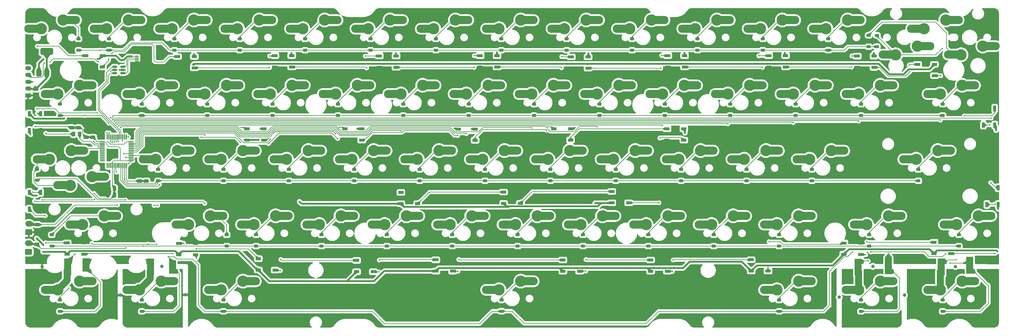
<source format=gbr>
%TF.GenerationSoftware,KiCad,Pcbnew,8.99.0-2194-gb3b7cbcab2*%
%TF.CreationDate,2024-09-18T03:27:03+07:00*%
%TF.ProjectId,Sebas_nuxros,53656261-735f-46e7-9578-726f732e6b69,rev?*%
%TF.SameCoordinates,Original*%
%TF.FileFunction,Copper,L2,Bot*%
%TF.FilePolarity,Positive*%
%FSLAX46Y46*%
G04 Gerber Fmt 4.6, Leading zero omitted, Abs format (unit mm)*
G04 Created by KiCad (PCBNEW 8.99.0-2194-gb3b7cbcab2) date 2024-09-18 03:27:03*
%MOMM*%
%LPD*%
G01*
G04 APERTURE LIST*
G04 Aperture macros list*
%AMRoundRect*
0 Rectangle with rounded corners*
0 $1 Rounding radius*
0 $2 $3 $4 $5 $6 $7 $8 $9 X,Y pos of 4 corners*
0 Add a 4 corners polygon primitive as box body*
4,1,4,$2,$3,$4,$5,$6,$7,$8,$9,$2,$3,0*
0 Add four circle primitives for the rounded corners*
1,1,$1+$1,$2,$3*
1,1,$1+$1,$4,$5*
1,1,$1+$1,$6,$7*
1,1,$1+$1,$8,$9*
0 Add four rect primitives between the rounded corners*
20,1,$1+$1,$2,$3,$4,$5,0*
20,1,$1+$1,$4,$5,$6,$7,0*
20,1,$1+$1,$6,$7,$8,$9,0*
20,1,$1+$1,$8,$9,$2,$3,0*%
G04 Aperture macros list end*
%TA.AperFunction,ComponentPad*%
%ADD10C,3.300000*%
%TD*%
%TA.AperFunction,SMDPad,CuDef*%
%ADD11O,5.500000X2.410000*%
%TD*%
%TA.AperFunction,ComponentPad*%
%ADD12C,0.400000*%
%TD*%
%TA.AperFunction,SMDPad,CuDef*%
%ADD13RoundRect,0.225000X0.375000X-0.225000X0.375000X0.225000X-0.375000X0.225000X-0.375000X-0.225000X0*%
%TD*%
%TA.AperFunction,SMDPad,CuDef*%
%ADD14R,1.500000X0.900000*%
%TD*%
%TA.AperFunction,SMDPad,CuDef*%
%ADD15RoundRect,0.250000X-0.450000X0.262500X-0.450000X-0.262500X0.450000X-0.262500X0.450000X0.262500X0*%
%TD*%
%TA.AperFunction,SMDPad,CuDef*%
%ADD16RoundRect,0.250000X-0.250000X-0.475000X0.250000X-0.475000X0.250000X0.475000X-0.250000X0.475000X0*%
%TD*%
%TA.AperFunction,SMDPad,CuDef*%
%ADD17RoundRect,0.250000X-0.475000X0.250000X-0.475000X-0.250000X0.475000X-0.250000X0.475000X0.250000X0*%
%TD*%
%TA.AperFunction,SMDPad,CuDef*%
%ADD18R,0.900000X1.500000*%
%TD*%
%TA.AperFunction,SMDPad,CuDef*%
%ADD19RoundRect,0.375000X0.375000X-0.625000X0.375000X0.625000X-0.375000X0.625000X-0.375000X-0.625000X0*%
%TD*%
%TA.AperFunction,SMDPad,CuDef*%
%ADD20RoundRect,0.500000X1.400000X-0.500000X1.400000X0.500000X-1.400000X0.500000X-1.400000X-0.500000X0*%
%TD*%
%TA.AperFunction,SMDPad,CuDef*%
%ADD21RoundRect,0.150000X0.512500X0.150000X-0.512500X0.150000X-0.512500X-0.150000X0.512500X-0.150000X0*%
%TD*%
%TA.AperFunction,SMDPad,CuDef*%
%ADD22RoundRect,0.075000X0.075000X-0.662500X0.075000X0.662500X-0.075000X0.662500X-0.075000X-0.662500X0*%
%TD*%
%TA.AperFunction,SMDPad,CuDef*%
%ADD23RoundRect,0.075000X0.662500X-0.075000X0.662500X0.075000X-0.662500X0.075000X-0.662500X-0.075000X0*%
%TD*%
%TA.AperFunction,SMDPad,CuDef*%
%ADD24RoundRect,0.250000X0.475000X-0.250000X0.475000X0.250000X-0.475000X0.250000X-0.475000X-0.250000X0*%
%TD*%
%TA.AperFunction,SMDPad,CuDef*%
%ADD25RoundRect,0.250000X0.262500X0.450000X-0.262500X0.450000X-0.262500X-0.450000X0.262500X-0.450000X0*%
%TD*%
%TA.AperFunction,SMDPad,CuDef*%
%ADD26R,2.000000X5.000000*%
%TD*%
%TA.AperFunction,SMDPad,CuDef*%
%ADD27R,2.000000X4.000000*%
%TD*%
%TA.AperFunction,ComponentPad*%
%ADD28RoundRect,0.250000X0.625000X-0.350000X0.625000X0.350000X-0.625000X0.350000X-0.625000X-0.350000X0*%
%TD*%
%TA.AperFunction,ComponentPad*%
%ADD29O,1.750000X1.200000*%
%TD*%
%TA.AperFunction,ComponentPad*%
%ADD30RoundRect,0.250000X0.750000X-0.600000X0.750000X0.600000X-0.750000X0.600000X-0.750000X-0.600000X0*%
%TD*%
%TA.AperFunction,ComponentPad*%
%ADD31O,2.000000X1.700000*%
%TD*%
%TA.AperFunction,SMDPad,CuDef*%
%ADD32R,1.100000X0.300000*%
%TD*%
%TA.AperFunction,SMDPad,CuDef*%
%ADD33R,3.100000X2.300000*%
%TD*%
%TA.AperFunction,ViaPad*%
%ADD34C,0.600000*%
%TD*%
%TA.AperFunction,ViaPad*%
%ADD35C,1.000000*%
%TD*%
%TA.AperFunction,ViaPad*%
%ADD36C,0.400000*%
%TD*%
%TA.AperFunction,Conductor*%
%ADD37C,0.500000*%
%TD*%
%TA.AperFunction,Conductor*%
%ADD38C,0.200000*%
%TD*%
%TA.AperFunction,Conductor*%
%ADD39C,2.000000*%
%TD*%
G04 APERTURE END LIST*
D10*
%TO.P,SW1,2,2*%
%TO.N,C0*%
X384816280Y116560000D03*
D11*
X382626280Y116570000D03*
D12*
X382526280Y115920000D03*
X382526280Y116620000D03*
X382526280Y117320000D03*
X381726280Y115920000D03*
X381726280Y116620000D03*
X381726280Y117320000D03*
X380876280Y115920000D03*
X380876280Y116620000D03*
X380876280Y117320000D03*
%TO.P,SW1,1,1*%
%TO.N,Net-(D1-A)*%
X395126280Y118320000D03*
X395126280Y119055000D03*
X395126280Y119820000D03*
X394226280Y118320000D03*
X394226280Y119055000D03*
X394226280Y119820000D03*
D11*
X393376280Y119055000D03*
D12*
X393351280Y118320000D03*
X393351280Y119055000D03*
X393326280Y119820000D03*
D10*
X391166280Y119100000D03*
%TD*%
%TO.P,SW2,2,2*%
%TO.N,C1*%
X403866280Y116560000D03*
D11*
X401676280Y116570000D03*
D12*
X401576280Y115920000D03*
X401576280Y116620000D03*
X401576280Y117320000D03*
X400776280Y115920000D03*
X400776280Y116620000D03*
X400776280Y117320000D03*
X399926280Y115920000D03*
X399926280Y116620000D03*
X399926280Y117320000D03*
%TO.P,SW2,1,1*%
%TO.N,Net-(D2-A)*%
X414176280Y118320000D03*
X414176280Y119055000D03*
X414176280Y119820000D03*
X413276280Y118320000D03*
X413276280Y119055000D03*
X413276280Y119820000D03*
D11*
X412426280Y119055000D03*
D12*
X412401280Y118320000D03*
X412401280Y119055000D03*
X412376280Y119820000D03*
D10*
X410216280Y119100000D03*
%TD*%
%TO.P,SW3,2,2*%
%TO.N,C2*%
X422916280Y116560000D03*
D11*
X420726280Y116570000D03*
D12*
X420626280Y115920000D03*
X420626280Y116620000D03*
X420626280Y117320000D03*
X419826280Y115920000D03*
X419826280Y116620000D03*
X419826280Y117320000D03*
X418976280Y115920000D03*
X418976280Y116620000D03*
X418976280Y117320000D03*
%TO.P,SW3,1,1*%
%TO.N,Net-(D3-A)*%
X433226280Y118320000D03*
X433226280Y119055000D03*
X433226280Y119820000D03*
X432326280Y118320000D03*
X432326280Y119055000D03*
X432326280Y119820000D03*
D11*
X431476280Y119055000D03*
D12*
X431451280Y118320000D03*
X431451280Y119055000D03*
X431426280Y119820000D03*
D10*
X429266280Y119100000D03*
%TD*%
%TO.P,SW4,2,2*%
%TO.N,C3*%
X441966280Y116560000D03*
D11*
X439776280Y116570000D03*
D12*
X439676280Y115920000D03*
X439676280Y116620000D03*
X439676280Y117320000D03*
X438876280Y115920000D03*
X438876280Y116620000D03*
X438876280Y117320000D03*
X438026280Y115920000D03*
X438026280Y116620000D03*
X438026280Y117320000D03*
%TO.P,SW4,1,1*%
%TO.N,Net-(D4-A)*%
X452276280Y118320000D03*
X452276280Y119055000D03*
X452276280Y119820000D03*
X451376280Y118320000D03*
X451376280Y119055000D03*
X451376280Y119820000D03*
D11*
X450526280Y119055000D03*
D12*
X450501280Y118320000D03*
X450501280Y119055000D03*
X450476280Y119820000D03*
D10*
X448316280Y119100000D03*
%TD*%
%TO.P,SW5,2,2*%
%TO.N,C4*%
X461016280Y116560000D03*
D11*
X458826280Y116570000D03*
D12*
X458726280Y115920000D03*
X458726280Y116620000D03*
X458726280Y117320000D03*
X457926280Y115920000D03*
X457926280Y116620000D03*
X457926280Y117320000D03*
X457076280Y115920000D03*
X457076280Y116620000D03*
X457076280Y117320000D03*
%TO.P,SW5,1,1*%
%TO.N,Net-(D5-A)*%
X471326280Y118320000D03*
X471326280Y119055000D03*
X471326280Y119820000D03*
X470426280Y118320000D03*
X470426280Y119055000D03*
X470426280Y119820000D03*
D11*
X469576280Y119055000D03*
D12*
X469551280Y118320000D03*
X469551280Y119055000D03*
X469526280Y119820000D03*
D10*
X467366280Y119100000D03*
%TD*%
%TO.P,SW6,2,2*%
%TO.N,C5*%
X480066280Y116560000D03*
D11*
X477876280Y116570000D03*
D12*
X477776280Y115920000D03*
X477776280Y116620000D03*
X477776280Y117320000D03*
X476976280Y115920000D03*
X476976280Y116620000D03*
X476976280Y117320000D03*
X476126280Y115920000D03*
X476126280Y116620000D03*
X476126280Y117320000D03*
%TO.P,SW6,1,1*%
%TO.N,Net-(D6-A)*%
X490376280Y118320000D03*
X490376280Y119055000D03*
X490376280Y119820000D03*
X489476280Y118320000D03*
X489476280Y119055000D03*
X489476280Y119820000D03*
D11*
X488626280Y119055000D03*
D12*
X488601280Y118320000D03*
X488601280Y119055000D03*
X488576280Y119820000D03*
D10*
X486416280Y119100000D03*
%TD*%
%TO.P,SW7,2,2*%
%TO.N,C6*%
X499116280Y116560000D03*
D11*
X496926280Y116570000D03*
D12*
X496826280Y115920000D03*
X496826280Y116620000D03*
X496826280Y117320000D03*
X496026280Y115920000D03*
X496026280Y116620000D03*
X496026280Y117320000D03*
X495176280Y115920000D03*
X495176280Y116620000D03*
X495176280Y117320000D03*
%TO.P,SW7,1,1*%
%TO.N,Net-(D7-A)*%
X509426280Y118320000D03*
X509426280Y119055000D03*
X509426280Y119820000D03*
X508526280Y118320000D03*
X508526280Y119055000D03*
X508526280Y119820000D03*
D11*
X507676280Y119055000D03*
D12*
X507651280Y118320000D03*
X507651280Y119055000D03*
X507626280Y119820000D03*
D10*
X505466280Y119100000D03*
%TD*%
%TO.P,SW8,2,2*%
%TO.N,C7*%
X518166280Y116560000D03*
D11*
X515976280Y116570000D03*
D12*
X515876280Y115920000D03*
X515876280Y116620000D03*
X515876280Y117320000D03*
X515076280Y115920000D03*
X515076280Y116620000D03*
X515076280Y117320000D03*
X514226280Y115920000D03*
X514226280Y116620000D03*
X514226280Y117320000D03*
%TO.P,SW8,1,1*%
%TO.N,Net-(D8-A)*%
X528476280Y118320000D03*
X528476280Y119055000D03*
X528476280Y119820000D03*
X527576280Y118320000D03*
X527576280Y119055000D03*
X527576280Y119820000D03*
D11*
X526726280Y119055000D03*
D12*
X526701280Y118320000D03*
X526701280Y119055000D03*
X526676280Y119820000D03*
D10*
X524516280Y119100000D03*
%TD*%
%TO.P,SW9,2,2*%
%TO.N,C8*%
X537216280Y116560000D03*
D11*
X535026280Y116570000D03*
D12*
X534926280Y115920000D03*
X534926280Y116620000D03*
X534926280Y117320000D03*
X534126280Y115920000D03*
X534126280Y116620000D03*
X534126280Y117320000D03*
X533276280Y115920000D03*
X533276280Y116620000D03*
X533276280Y117320000D03*
%TO.P,SW9,1,1*%
%TO.N,Net-(D9-A)*%
X547526280Y118320000D03*
X547526280Y119055000D03*
X547526280Y119820000D03*
X546626280Y118320000D03*
X546626280Y119055000D03*
X546626280Y119820000D03*
D11*
X545776280Y119055000D03*
D12*
X545751280Y118320000D03*
X545751280Y119055000D03*
X545726280Y119820000D03*
D10*
X543566280Y119100000D03*
%TD*%
%TO.P,SW10,2,2*%
%TO.N,C9*%
X556266280Y116560000D03*
D11*
X554076280Y116570000D03*
D12*
X553976280Y115920000D03*
X553976280Y116620000D03*
X553976280Y117320000D03*
X553176280Y115920000D03*
X553176280Y116620000D03*
X553176280Y117320000D03*
X552326280Y115920000D03*
X552326280Y116620000D03*
X552326280Y117320000D03*
%TO.P,SW10,1,1*%
%TO.N,Net-(D10-A)*%
X566576280Y118320000D03*
X566576280Y119055000D03*
X566576280Y119820000D03*
X565676280Y118320000D03*
X565676280Y119055000D03*
X565676280Y119820000D03*
D11*
X564826280Y119055000D03*
D12*
X564801280Y118320000D03*
X564801280Y119055000D03*
X564776280Y119820000D03*
D10*
X562616280Y119100000D03*
%TD*%
%TO.P,SW11,2,2*%
%TO.N,C10*%
X575316280Y116560000D03*
D11*
X573126280Y116570000D03*
D12*
X573026280Y115920000D03*
X573026280Y116620000D03*
X573026280Y117320000D03*
X572226280Y115920000D03*
X572226280Y116620000D03*
X572226280Y117320000D03*
X571376280Y115920000D03*
X571376280Y116620000D03*
X571376280Y117320000D03*
%TO.P,SW11,1,1*%
%TO.N,Net-(D11-A)*%
X585626280Y118320000D03*
X585626280Y119055000D03*
X585626280Y119820000D03*
X584726280Y118320000D03*
X584726280Y119055000D03*
X584726280Y119820000D03*
D11*
X583876280Y119055000D03*
D12*
X583851280Y118320000D03*
X583851280Y119055000D03*
X583826280Y119820000D03*
D10*
X581666280Y119100000D03*
%TD*%
%TO.P,SW12,2,2*%
%TO.N,C11*%
X594366280Y116560000D03*
D11*
X592176280Y116570000D03*
D12*
X592076280Y115920000D03*
X592076280Y116620000D03*
X592076280Y117320000D03*
X591276280Y115920000D03*
X591276280Y116620000D03*
X591276280Y117320000D03*
X590426280Y115920000D03*
X590426280Y116620000D03*
X590426280Y117320000D03*
%TO.P,SW12,1,1*%
%TO.N,Net-(D12-A)*%
X604676280Y118320000D03*
X604676280Y119055000D03*
X604676280Y119820000D03*
X603776280Y118320000D03*
X603776280Y119055000D03*
X603776280Y119820000D03*
D11*
X602926280Y119055000D03*
D12*
X602901280Y118320000D03*
X602901280Y119055000D03*
X602876280Y119820000D03*
D10*
X600716280Y119100000D03*
%TD*%
%TO.P,SW13,2,2*%
%TO.N,C12*%
X613416280Y116560000D03*
D11*
X611226280Y116570000D03*
D12*
X611126280Y115920000D03*
X611126280Y116620000D03*
X611126280Y117320000D03*
X610326280Y115920000D03*
X610326280Y116620000D03*
X610326280Y117320000D03*
X609476280Y115920000D03*
X609476280Y116620000D03*
X609476280Y117320000D03*
%TO.P,SW13,1,1*%
%TO.N,Net-(D13-A)*%
X623726280Y118320000D03*
X623726280Y119055000D03*
X623726280Y119820000D03*
X622826280Y118320000D03*
X622826280Y119055000D03*
X622826280Y119820000D03*
D11*
X621976280Y119055000D03*
D12*
X621951280Y118320000D03*
X621951280Y119055000D03*
X621926280Y119820000D03*
D10*
X619766280Y119100000D03*
%TD*%
%TO.P,SW14,2,2*%
%TO.N,C13*%
X640086280Y111480000D03*
D11*
X642276280Y111470000D03*
D12*
X642376280Y112120000D03*
X642376280Y111420000D03*
X642376280Y110720000D03*
X643176280Y112120000D03*
X643176280Y111420000D03*
X643176280Y110720000D03*
X644026280Y112120000D03*
X644026280Y111420000D03*
X644026280Y110720000D03*
%TO.P,SW14,1,1*%
%TO.N,Net-(D14-A)*%
X629776280Y109720000D03*
X629776280Y108985000D03*
X629776280Y108220000D03*
X630676280Y109720000D03*
X630676280Y108985000D03*
X630676280Y108220000D03*
D11*
X631526280Y108985000D03*
D12*
X631551280Y109720000D03*
X631551280Y108985000D03*
X631576280Y108220000D03*
D10*
X633736280Y108940000D03*
%TD*%
%TO.P,SW15,2,2*%
%TO.N,C14*%
X659136280Y111480000D03*
D11*
X661326280Y111470000D03*
D12*
X661426280Y112120000D03*
X661426280Y111420000D03*
X661426280Y110720000D03*
X662226280Y112120000D03*
X662226280Y111420000D03*
X662226280Y110720000D03*
X663076280Y112120000D03*
X663076280Y111420000D03*
X663076280Y110720000D03*
%TO.P,SW15,1,1*%
%TO.N,Net-(D15-A)*%
X648826280Y109720000D03*
X648826280Y108985000D03*
X648826280Y108220000D03*
X649726280Y109720000D03*
X649726280Y108985000D03*
X649726280Y108220000D03*
D11*
X650576280Y108985000D03*
D12*
X650601280Y109720000D03*
X650601280Y108985000D03*
X650626280Y108220000D03*
D10*
X652786280Y108940000D03*
%TD*%
%TO.P,SW16,2,2*%
%TO.N,C0*%
X389579280Y97510000D03*
D11*
X387389280Y97520000D03*
D12*
X387289280Y96870000D03*
X387289280Y97570000D03*
X387289280Y98270000D03*
X386489280Y96870000D03*
X386489280Y97570000D03*
X386489280Y98270000D03*
X385639280Y96870000D03*
X385639280Y97570000D03*
X385639280Y98270000D03*
%TO.P,SW16,1,1*%
%TO.N,Net-(D16-A)*%
X399889280Y99270000D03*
X399889280Y100005000D03*
X399889280Y100770000D03*
X398989280Y99270000D03*
X398989280Y100005000D03*
X398989280Y100770000D03*
D11*
X398139280Y100005000D03*
D12*
X398114280Y99270000D03*
X398114280Y100005000D03*
X398089280Y100770000D03*
D10*
X395929280Y100050000D03*
%TD*%
%TO.P,SW17,2,2*%
%TO.N,C1*%
X413391280Y97510000D03*
D11*
X411201280Y97520000D03*
D12*
X411101280Y96870000D03*
X411101280Y97570000D03*
X411101280Y98270000D03*
X410301280Y96870000D03*
X410301280Y97570000D03*
X410301280Y98270000D03*
X409451280Y96870000D03*
X409451280Y97570000D03*
X409451280Y98270000D03*
%TO.P,SW17,1,1*%
%TO.N,Net-(D17-A)*%
X423701280Y99270000D03*
X423701280Y100005000D03*
X423701280Y100770000D03*
X422801280Y99270000D03*
X422801280Y100005000D03*
X422801280Y100770000D03*
D11*
X421951280Y100005000D03*
D12*
X421926280Y99270000D03*
X421926280Y100005000D03*
X421901280Y100770000D03*
D10*
X419741280Y100050000D03*
%TD*%
%TO.P,SW18,2,2*%
%TO.N,C2*%
X432441280Y97510000D03*
D11*
X430251280Y97520000D03*
D12*
X430151280Y96870000D03*
X430151280Y97570000D03*
X430151280Y98270000D03*
X429351280Y96870000D03*
X429351280Y97570000D03*
X429351280Y98270000D03*
X428501280Y96870000D03*
X428501280Y97570000D03*
X428501280Y98270000D03*
%TO.P,SW18,1,1*%
%TO.N,Net-(D18-A)*%
X442751280Y99270000D03*
X442751280Y100005000D03*
X442751280Y100770000D03*
X441851280Y99270000D03*
X441851280Y100005000D03*
X441851280Y100770000D03*
D11*
X441001280Y100005000D03*
D12*
X440976280Y99270000D03*
X440976280Y100005000D03*
X440951280Y100770000D03*
D10*
X438791280Y100050000D03*
%TD*%
%TO.P,SW19,2,2*%
%TO.N,C3*%
X451491280Y97510000D03*
D11*
X449301280Y97520000D03*
D12*
X449201280Y96870000D03*
X449201280Y97570000D03*
X449201280Y98270000D03*
X448401280Y96870000D03*
X448401280Y97570000D03*
X448401280Y98270000D03*
X447551280Y96870000D03*
X447551280Y97570000D03*
X447551280Y98270000D03*
%TO.P,SW19,1,1*%
%TO.N,Net-(D19-A)*%
X461801280Y99270000D03*
X461801280Y100005000D03*
X461801280Y100770000D03*
X460901280Y99270000D03*
X460901280Y100005000D03*
X460901280Y100770000D03*
D11*
X460051280Y100005000D03*
D12*
X460026280Y99270000D03*
X460026280Y100005000D03*
X460001280Y100770000D03*
D10*
X457841280Y100050000D03*
%TD*%
%TO.P,SW20,2,2*%
%TO.N,C4*%
X470541280Y97510000D03*
D11*
X468351280Y97520000D03*
D12*
X468251280Y96870000D03*
X468251280Y97570000D03*
X468251280Y98270000D03*
X467451280Y96870000D03*
X467451280Y97570000D03*
X467451280Y98270000D03*
X466601280Y96870000D03*
X466601280Y97570000D03*
X466601280Y98270000D03*
%TO.P,SW20,1,1*%
%TO.N,Net-(D20-A)*%
X480851280Y99270000D03*
X480851280Y100005000D03*
X480851280Y100770000D03*
X479951280Y99270000D03*
X479951280Y100005000D03*
X479951280Y100770000D03*
D11*
X479101280Y100005000D03*
D12*
X479076280Y99270000D03*
X479076280Y100005000D03*
X479051280Y100770000D03*
D10*
X476891280Y100050000D03*
%TD*%
%TO.P,SW21,2,2*%
%TO.N,C5*%
X489591280Y97510000D03*
D11*
X487401280Y97520000D03*
D12*
X487301280Y96870000D03*
X487301280Y97570000D03*
X487301280Y98270000D03*
X486501280Y96870000D03*
X486501280Y97570000D03*
X486501280Y98270000D03*
X485651280Y96870000D03*
X485651280Y97570000D03*
X485651280Y98270000D03*
%TO.P,SW21,1,1*%
%TO.N,Net-(D21-A)*%
X499901280Y99270000D03*
X499901280Y100005000D03*
X499901280Y100770000D03*
X499001280Y99270000D03*
X499001280Y100005000D03*
X499001280Y100770000D03*
D11*
X498151280Y100005000D03*
D12*
X498126280Y99270000D03*
X498126280Y100005000D03*
X498101280Y100770000D03*
D10*
X495941280Y100050000D03*
%TD*%
%TO.P,SW22,2,2*%
%TO.N,C6*%
X508641280Y97510000D03*
D11*
X506451280Y97520000D03*
D12*
X506351280Y96870000D03*
X506351280Y97570000D03*
X506351280Y98270000D03*
X505551280Y96870000D03*
X505551280Y97570000D03*
X505551280Y98270000D03*
X504701280Y96870000D03*
X504701280Y97570000D03*
X504701280Y98270000D03*
%TO.P,SW22,1,1*%
%TO.N,Net-(D22-A)*%
X518951280Y99270000D03*
X518951280Y100005000D03*
X518951280Y100770000D03*
X518051280Y99270000D03*
X518051280Y100005000D03*
X518051280Y100770000D03*
D11*
X517201280Y100005000D03*
D12*
X517176280Y99270000D03*
X517176280Y100005000D03*
X517151280Y100770000D03*
D10*
X514991280Y100050000D03*
%TD*%
%TO.P,SW23,2,2*%
%TO.N,C7*%
X527691280Y97510000D03*
D11*
X525501280Y97520000D03*
D12*
X525401280Y96870000D03*
X525401280Y97570000D03*
X525401280Y98270000D03*
X524601280Y96870000D03*
X524601280Y97570000D03*
X524601280Y98270000D03*
X523751280Y96870000D03*
X523751280Y97570000D03*
X523751280Y98270000D03*
%TO.P,SW23,1,1*%
%TO.N,Net-(D23-A)*%
X538001280Y99270000D03*
X538001280Y100005000D03*
X538001280Y100770000D03*
X537101280Y99270000D03*
X537101280Y100005000D03*
X537101280Y100770000D03*
D11*
X536251280Y100005000D03*
D12*
X536226280Y99270000D03*
X536226280Y100005000D03*
X536201280Y100770000D03*
D10*
X534041280Y100050000D03*
%TD*%
%TO.P,SW24,2,2*%
%TO.N,C8*%
X546741280Y97510000D03*
D11*
X544551280Y97520000D03*
D12*
X544451280Y96870000D03*
X544451280Y97570000D03*
X544451280Y98270000D03*
X543651280Y96870000D03*
X543651280Y97570000D03*
X543651280Y98270000D03*
X542801280Y96870000D03*
X542801280Y97570000D03*
X542801280Y98270000D03*
%TO.P,SW24,1,1*%
%TO.N,Net-(D24-A)*%
X557051280Y99270000D03*
X557051280Y100005000D03*
X557051280Y100770000D03*
X556151280Y99270000D03*
X556151280Y100005000D03*
X556151280Y100770000D03*
D11*
X555301280Y100005000D03*
D12*
X555276280Y99270000D03*
X555276280Y100005000D03*
X555251280Y100770000D03*
D10*
X553091280Y100050000D03*
%TD*%
%TO.P,SW25,2,2*%
%TO.N,C9*%
X565791280Y97510000D03*
D11*
X563601280Y97520000D03*
D12*
X563501280Y96870000D03*
X563501280Y97570000D03*
X563501280Y98270000D03*
X562701280Y96870000D03*
X562701280Y97570000D03*
X562701280Y98270000D03*
X561851280Y96870000D03*
X561851280Y97570000D03*
X561851280Y98270000D03*
%TO.P,SW25,1,1*%
%TO.N,Net-(D25-A)*%
X576101280Y99270000D03*
X576101280Y100005000D03*
X576101280Y100770000D03*
X575201280Y99270000D03*
X575201280Y100005000D03*
X575201280Y100770000D03*
D11*
X574351280Y100005000D03*
D12*
X574326280Y99270000D03*
X574326280Y100005000D03*
X574301280Y100770000D03*
D10*
X572141280Y100050000D03*
%TD*%
%TO.P,SW26,2,2*%
%TO.N,C10*%
X584841280Y97510000D03*
D11*
X582651280Y97520000D03*
D12*
X582551280Y96870000D03*
X582551280Y97570000D03*
X582551280Y98270000D03*
X581751280Y96870000D03*
X581751280Y97570000D03*
X581751280Y98270000D03*
X580901280Y96870000D03*
X580901280Y97570000D03*
X580901280Y98270000D03*
%TO.P,SW26,1,1*%
%TO.N,Net-(D26-A)*%
X595151280Y99270000D03*
X595151280Y100005000D03*
X595151280Y100770000D03*
X594251280Y99270000D03*
X594251280Y100005000D03*
X594251280Y100770000D03*
D11*
X593401280Y100005000D03*
D12*
X593376280Y99270000D03*
X593376280Y100005000D03*
X593351280Y100770000D03*
D10*
X591191280Y100050000D03*
%TD*%
%TO.P,SW27,2,2*%
%TO.N,C11*%
X603891280Y97510000D03*
D11*
X601701280Y97520000D03*
D12*
X601601280Y96870000D03*
X601601280Y97570000D03*
X601601280Y98270000D03*
X600801280Y96870000D03*
X600801280Y97570000D03*
X600801280Y98270000D03*
X599951280Y96870000D03*
X599951280Y97570000D03*
X599951280Y98270000D03*
%TO.P,SW27,1,1*%
%TO.N,Net-(D27-A)*%
X614201280Y99270000D03*
X614201280Y100005000D03*
X614201280Y100770000D03*
X613301280Y99270000D03*
X613301280Y100005000D03*
X613301280Y100770000D03*
D11*
X612451280Y100005000D03*
D12*
X612426280Y99270000D03*
X612426280Y100005000D03*
X612401280Y100770000D03*
D10*
X610241280Y100050000D03*
%TD*%
%TO.P,SW28,2,2*%
%TO.N,C12*%
X622941280Y97510000D03*
D11*
X620751280Y97520000D03*
D12*
X620651280Y96870000D03*
X620651280Y97570000D03*
X620651280Y98270000D03*
X619851280Y96870000D03*
X619851280Y97570000D03*
X619851280Y98270000D03*
X619001280Y96870000D03*
X619001280Y97570000D03*
X619001280Y98270000D03*
%TO.P,SW28,1,1*%
%TO.N,Net-(D28-A)*%
X633251280Y99270000D03*
X633251280Y100005000D03*
X633251280Y100770000D03*
X632351280Y99270000D03*
X632351280Y100005000D03*
X632351280Y100770000D03*
D11*
X631501280Y100005000D03*
D12*
X631476280Y99270000D03*
X631476280Y100005000D03*
X631451280Y100770000D03*
D10*
X629291280Y100050000D03*
%TD*%
%TO.P,SW29,2,2*%
%TO.N,C13*%
X646754280Y97510000D03*
D11*
X644564280Y97520000D03*
D12*
X644464280Y96870000D03*
X644464280Y97570000D03*
X644464280Y98270000D03*
X643664280Y96870000D03*
X643664280Y97570000D03*
X643664280Y98270000D03*
X642814280Y96870000D03*
X642814280Y97570000D03*
X642814280Y98270000D03*
%TO.P,SW29,1,1*%
%TO.N,Net-(D29-A)*%
X657064280Y99270000D03*
X657064280Y100005000D03*
X657064280Y100770000D03*
X656164280Y99270000D03*
X656164280Y100005000D03*
X656164280Y100770000D03*
D11*
X655314280Y100005000D03*
D12*
X655289280Y99270000D03*
X655289280Y100005000D03*
X655264280Y100770000D03*
D10*
X653104280Y100050000D03*
%TD*%
%TO.P,SW30,2,2*%
%TO.N,C0*%
X399580280Y73380000D03*
D11*
X401770280Y73370000D03*
D12*
X401870280Y74020000D03*
X401870280Y73320000D03*
X401870280Y72620000D03*
X402670280Y74020000D03*
X402670280Y73320000D03*
X402670280Y72620000D03*
X403520280Y74020000D03*
X403520280Y73320000D03*
X403520280Y72620000D03*
%TO.P,SW30,1,1*%
%TO.N,Net-(D30-A)*%
X389270280Y71620000D03*
X389270280Y70885000D03*
X389270280Y70120000D03*
X390170280Y71620000D03*
X390170280Y70885000D03*
X390170280Y70120000D03*
D11*
X391020280Y70885000D03*
D12*
X391045280Y71620000D03*
X391045280Y70885000D03*
X391070280Y70120000D03*
D10*
X393230280Y70840000D03*
%TD*%
%TO.P,SW31,2,2*%
%TO.N,C1*%
X418153780Y78460000D03*
D11*
X415963780Y78470000D03*
D12*
X415863780Y77820000D03*
X415863780Y78520000D03*
X415863780Y79220000D03*
X415063780Y77820000D03*
X415063780Y78520000D03*
X415063780Y79220000D03*
X414213780Y77820000D03*
X414213780Y78520000D03*
X414213780Y79220000D03*
%TO.P,SW31,1,1*%
%TO.N,Net-(D31-A)*%
X428463780Y80220000D03*
X428463780Y80955000D03*
X428463780Y81720000D03*
X427563780Y80220000D03*
X427563780Y80955000D03*
X427563780Y81720000D03*
D11*
X426713780Y80955000D03*
D12*
X426688780Y80220000D03*
X426688780Y80955000D03*
X426663780Y81720000D03*
D10*
X424503780Y81000000D03*
%TD*%
%TO.P,SW32,2,2*%
%TO.N,C2*%
X437203780Y78460000D03*
D11*
X435013780Y78470000D03*
D12*
X434913780Y77820000D03*
X434913780Y78520000D03*
X434913780Y79220000D03*
X434113780Y77820000D03*
X434113780Y78520000D03*
X434113780Y79220000D03*
X433263780Y77820000D03*
X433263780Y78520000D03*
X433263780Y79220000D03*
%TO.P,SW32,1,1*%
%TO.N,Net-(D32-A)*%
X447513780Y80220000D03*
X447513780Y80955000D03*
X447513780Y81720000D03*
X446613780Y80220000D03*
X446613780Y80955000D03*
X446613780Y81720000D03*
D11*
X445763780Y80955000D03*
D12*
X445738780Y80220000D03*
X445738780Y80955000D03*
X445713780Y81720000D03*
D10*
X443553780Y81000000D03*
%TD*%
%TO.P,SW33,2,2*%
%TO.N,C3*%
X456253780Y78460000D03*
D11*
X454063780Y78470000D03*
D12*
X453963780Y77820000D03*
X453963780Y78520000D03*
X453963780Y79220000D03*
X453163780Y77820000D03*
X453163780Y78520000D03*
X453163780Y79220000D03*
X452313780Y77820000D03*
X452313780Y78520000D03*
X452313780Y79220000D03*
%TO.P,SW33,1,1*%
%TO.N,Net-(D33-A)*%
X466563780Y80220000D03*
X466563780Y80955000D03*
X466563780Y81720000D03*
X465663780Y80220000D03*
X465663780Y80955000D03*
X465663780Y81720000D03*
D11*
X464813780Y80955000D03*
D12*
X464788780Y80220000D03*
X464788780Y80955000D03*
X464763780Y81720000D03*
D10*
X462603780Y81000000D03*
%TD*%
%TO.P,SW34,2,2*%
%TO.N,C4*%
X475303780Y78460000D03*
D11*
X473113780Y78470000D03*
D12*
X473013780Y77820000D03*
X473013780Y78520000D03*
X473013780Y79220000D03*
X472213780Y77820000D03*
X472213780Y78520000D03*
X472213780Y79220000D03*
X471363780Y77820000D03*
X471363780Y78520000D03*
X471363780Y79220000D03*
%TO.P,SW34,1,1*%
%TO.N,Net-(D34-A)*%
X485613780Y80220000D03*
X485613780Y80955000D03*
X485613780Y81720000D03*
X484713780Y80220000D03*
X484713780Y80955000D03*
X484713780Y81720000D03*
D11*
X483863780Y80955000D03*
D12*
X483838780Y80220000D03*
X483838780Y80955000D03*
X483813780Y81720000D03*
D10*
X481653780Y81000000D03*
%TD*%
%TO.P,SW35,2,2*%
%TO.N,C5*%
X494353780Y78460000D03*
D11*
X492163780Y78470000D03*
D12*
X492063780Y77820000D03*
X492063780Y78520000D03*
X492063780Y79220000D03*
X491263780Y77820000D03*
X491263780Y78520000D03*
X491263780Y79220000D03*
X490413780Y77820000D03*
X490413780Y78520000D03*
X490413780Y79220000D03*
%TO.P,SW35,1,1*%
%TO.N,Net-(D35-A)*%
X504663780Y80220000D03*
X504663780Y80955000D03*
X504663780Y81720000D03*
X503763780Y80220000D03*
X503763780Y80955000D03*
X503763780Y81720000D03*
D11*
X502913780Y80955000D03*
D12*
X502888780Y80220000D03*
X502888780Y80955000D03*
X502863780Y81720000D03*
D10*
X500703780Y81000000D03*
%TD*%
%TO.P,SW36,2,2*%
%TO.N,C6*%
X513403780Y78460000D03*
D11*
X511213780Y78470000D03*
D12*
X511113780Y77820000D03*
X511113780Y78520000D03*
X511113780Y79220000D03*
X510313780Y77820000D03*
X510313780Y78520000D03*
X510313780Y79220000D03*
X509463780Y77820000D03*
X509463780Y78520000D03*
X509463780Y79220000D03*
%TO.P,SW36,1,1*%
%TO.N,Net-(D36-A)*%
X523713780Y80220000D03*
X523713780Y80955000D03*
X523713780Y81720000D03*
X522813780Y80220000D03*
X522813780Y80955000D03*
X522813780Y81720000D03*
D11*
X521963780Y80955000D03*
D12*
X521938780Y80220000D03*
X521938780Y80955000D03*
X521913780Y81720000D03*
D10*
X519753780Y81000000D03*
%TD*%
%TO.P,SW37,2,2*%
%TO.N,C7*%
X532453780Y78460000D03*
D11*
X530263780Y78470000D03*
D12*
X530163780Y77820000D03*
X530163780Y78520000D03*
X530163780Y79220000D03*
X529363780Y77820000D03*
X529363780Y78520000D03*
X529363780Y79220000D03*
X528513780Y77820000D03*
X528513780Y78520000D03*
X528513780Y79220000D03*
%TO.P,SW37,1,1*%
%TO.N,Net-(D37-A)*%
X542763780Y80220000D03*
X542763780Y80955000D03*
X542763780Y81720000D03*
X541863780Y80220000D03*
X541863780Y80955000D03*
X541863780Y81720000D03*
D11*
X541013780Y80955000D03*
D12*
X540988780Y80220000D03*
X540988780Y80955000D03*
X540963780Y81720000D03*
D10*
X538803780Y81000000D03*
%TD*%
%TO.P,SW38,2,2*%
%TO.N,C8*%
X551503780Y78460000D03*
D11*
X549313780Y78470000D03*
D12*
X549213780Y77820000D03*
X549213780Y78520000D03*
X549213780Y79220000D03*
X548413780Y77820000D03*
X548413780Y78520000D03*
X548413780Y79220000D03*
X547563780Y77820000D03*
X547563780Y78520000D03*
X547563780Y79220000D03*
%TO.P,SW38,1,1*%
%TO.N,Net-(D38-A)*%
X561813780Y80220000D03*
X561813780Y80955000D03*
X561813780Y81720000D03*
X560913780Y80220000D03*
X560913780Y80955000D03*
X560913780Y81720000D03*
D11*
X560063780Y80955000D03*
D12*
X560038780Y80220000D03*
X560038780Y80955000D03*
X560013780Y81720000D03*
D10*
X557853780Y81000000D03*
%TD*%
%TO.P,SW39,2,2*%
%TO.N,C9*%
X570553780Y78460000D03*
D11*
X568363780Y78470000D03*
D12*
X568263780Y77820000D03*
X568263780Y78520000D03*
X568263780Y79220000D03*
X567463780Y77820000D03*
X567463780Y78520000D03*
X567463780Y79220000D03*
X566613780Y77820000D03*
X566613780Y78520000D03*
X566613780Y79220000D03*
%TO.P,SW39,1,1*%
%TO.N,Net-(D39-A)*%
X580863780Y80220000D03*
X580863780Y80955000D03*
X580863780Y81720000D03*
X579963780Y80220000D03*
X579963780Y80955000D03*
X579963780Y81720000D03*
D11*
X579113780Y80955000D03*
D12*
X579088780Y80220000D03*
X579088780Y80955000D03*
X579063780Y81720000D03*
D10*
X576903780Y81000000D03*
%TD*%
%TO.P,SW40,2,2*%
%TO.N,C10*%
X589603780Y78460000D03*
D11*
X587413780Y78470000D03*
D12*
X587313780Y77820000D03*
X587313780Y78520000D03*
X587313780Y79220000D03*
X586513780Y77820000D03*
X586513780Y78520000D03*
X586513780Y79220000D03*
X585663780Y77820000D03*
X585663780Y78520000D03*
X585663780Y79220000D03*
%TO.P,SW40,1,1*%
%TO.N,Net-(D40-A)*%
X599913780Y80220000D03*
X599913780Y80955000D03*
X599913780Y81720000D03*
X599013780Y80220000D03*
X599013780Y80955000D03*
X599013780Y81720000D03*
D11*
X598163780Y80955000D03*
D12*
X598138780Y80220000D03*
X598138780Y80955000D03*
X598113780Y81720000D03*
D10*
X595953780Y81000000D03*
%TD*%
%TO.P,SW41,2,2*%
%TO.N,C11*%
X608653780Y78460000D03*
D11*
X606463780Y78470000D03*
D12*
X606363780Y77820000D03*
X606363780Y78520000D03*
X606363780Y79220000D03*
X605563780Y77820000D03*
X605563780Y78520000D03*
X605563780Y79220000D03*
X604713780Y77820000D03*
X604713780Y78520000D03*
X604713780Y79220000D03*
%TO.P,SW41,1,1*%
%TO.N,Net-(D41-A)*%
X618963780Y80220000D03*
X618963780Y80955000D03*
X618963780Y81720000D03*
X618063780Y80220000D03*
X618063780Y80955000D03*
X618063780Y81720000D03*
D11*
X617213780Y80955000D03*
D12*
X617188780Y80220000D03*
X617188780Y80955000D03*
X617163780Y81720000D03*
D10*
X615003780Y81000000D03*
%TD*%
%TO.P,SW43,2,2*%
%TO.N,C13*%
X639684380Y78460000D03*
D11*
X637494380Y78470000D03*
D12*
X637394380Y77820000D03*
X637394380Y78520000D03*
X637394380Y79220000D03*
X636594380Y77820000D03*
X636594380Y78520000D03*
X636594380Y79220000D03*
X635744380Y77820000D03*
X635744380Y78520000D03*
X635744380Y79220000D03*
%TO.P,SW43,1,1*%
%TO.N,Net-(D43-A)*%
X649994380Y80220000D03*
X649994380Y80955000D03*
X649994380Y81720000D03*
X649094380Y80220000D03*
X649094380Y80955000D03*
X649094380Y81720000D03*
D11*
X648244380Y80955000D03*
D12*
X648219380Y80220000D03*
X648219380Y80955000D03*
X648194380Y81720000D03*
D10*
X646034380Y81000000D03*
%TD*%
%TO.P,SW45,2,2*%
%TO.N,C2*%
X427678780Y59410000D03*
D11*
X425488780Y59420000D03*
D12*
X425388780Y58770000D03*
X425388780Y59470000D03*
X425388780Y60170000D03*
X424588780Y58770000D03*
X424588780Y59470000D03*
X424588780Y60170000D03*
X423738780Y58770000D03*
X423738780Y59470000D03*
X423738780Y60170000D03*
%TO.P,SW45,1,1*%
%TO.N,Net-(D45-A)*%
X437988780Y61170000D03*
X437988780Y61905000D03*
X437988780Y62670000D03*
X437088780Y61170000D03*
X437088780Y61905000D03*
X437088780Y62670000D03*
D11*
X436238780Y61905000D03*
D12*
X436213780Y61170000D03*
X436213780Y61905000D03*
X436188780Y62670000D03*
D10*
X434028780Y61950000D03*
%TD*%
%TO.P,SW46,2,2*%
%TO.N,C3*%
X446728780Y59410000D03*
D11*
X444538780Y59420000D03*
D12*
X444438780Y58770000D03*
X444438780Y59470000D03*
X444438780Y60170000D03*
X443638780Y58770000D03*
X443638780Y59470000D03*
X443638780Y60170000D03*
X442788780Y58770000D03*
X442788780Y59470000D03*
X442788780Y60170000D03*
%TO.P,SW46,1,1*%
%TO.N,Net-(D46-A)*%
X457038780Y61170000D03*
X457038780Y61905000D03*
X457038780Y62670000D03*
X456138780Y61170000D03*
X456138780Y61905000D03*
X456138780Y62670000D03*
D11*
X455288780Y61905000D03*
D12*
X455263780Y61170000D03*
X455263780Y61905000D03*
X455238780Y62670000D03*
D10*
X453078780Y61950000D03*
%TD*%
%TO.P,SW47,2,2*%
%TO.N,C4*%
X465778780Y59410000D03*
D11*
X463588780Y59420000D03*
D12*
X463488780Y58770000D03*
X463488780Y59470000D03*
X463488780Y60170000D03*
X462688780Y58770000D03*
X462688780Y59470000D03*
X462688780Y60170000D03*
X461838780Y58770000D03*
X461838780Y59470000D03*
X461838780Y60170000D03*
%TO.P,SW47,1,1*%
%TO.N,Net-(D47-A)*%
X476088780Y61170000D03*
X476088780Y61905000D03*
X476088780Y62670000D03*
X475188780Y61170000D03*
X475188780Y61905000D03*
X475188780Y62670000D03*
D11*
X474338780Y61905000D03*
D12*
X474313780Y61170000D03*
X474313780Y61905000D03*
X474288780Y62670000D03*
D10*
X472128780Y61950000D03*
%TD*%
%TO.P,SW48,2,2*%
%TO.N,C5*%
X484828780Y59410000D03*
D11*
X482638780Y59420000D03*
D12*
X482538780Y58770000D03*
X482538780Y59470000D03*
X482538780Y60170000D03*
X481738780Y58770000D03*
X481738780Y59470000D03*
X481738780Y60170000D03*
X480888780Y58770000D03*
X480888780Y59470000D03*
X480888780Y60170000D03*
%TO.P,SW48,1,1*%
%TO.N,Net-(D48-A)*%
X495138780Y61170000D03*
X495138780Y61905000D03*
X495138780Y62670000D03*
X494238780Y61170000D03*
X494238780Y61905000D03*
X494238780Y62670000D03*
D11*
X493388780Y61905000D03*
D12*
X493363780Y61170000D03*
X493363780Y61905000D03*
X493338780Y62670000D03*
D10*
X491178780Y61950000D03*
%TD*%
%TO.P,SW49,2,2*%
%TO.N,C6*%
X503878780Y59410000D03*
D11*
X501688780Y59420000D03*
D12*
X501588780Y58770000D03*
X501588780Y59470000D03*
X501588780Y60170000D03*
X500788780Y58770000D03*
X500788780Y59470000D03*
X500788780Y60170000D03*
X499938780Y58770000D03*
X499938780Y59470000D03*
X499938780Y60170000D03*
%TO.P,SW49,1,1*%
%TO.N,Net-(D49-A)*%
X514188780Y61170000D03*
X514188780Y61905000D03*
X514188780Y62670000D03*
X513288780Y61170000D03*
X513288780Y61905000D03*
X513288780Y62670000D03*
D11*
X512438780Y61905000D03*
D12*
X512413780Y61170000D03*
X512413780Y61905000D03*
X512388780Y62670000D03*
D10*
X510228780Y61950000D03*
%TD*%
%TO.P,SW50,2,2*%
%TO.N,C7*%
X522928780Y59410000D03*
D11*
X520738780Y59420000D03*
D12*
X520638780Y58770000D03*
X520638780Y59470000D03*
X520638780Y60170000D03*
X519838780Y58770000D03*
X519838780Y59470000D03*
X519838780Y60170000D03*
X518988780Y58770000D03*
X518988780Y59470000D03*
X518988780Y60170000D03*
%TO.P,SW50,1,1*%
%TO.N,Net-(D50-A)*%
X533238780Y61170000D03*
X533238780Y61905000D03*
X533238780Y62670000D03*
X532338780Y61170000D03*
X532338780Y61905000D03*
X532338780Y62670000D03*
D11*
X531488780Y61905000D03*
D12*
X531463780Y61170000D03*
X531463780Y61905000D03*
X531438780Y62670000D03*
D10*
X529278780Y61950000D03*
%TD*%
%TO.P,SW51,2,2*%
%TO.N,C8*%
X541978780Y59410000D03*
D11*
X539788780Y59420000D03*
D12*
X539688780Y58770000D03*
X539688780Y59470000D03*
X539688780Y60170000D03*
X538888780Y58770000D03*
X538888780Y59470000D03*
X538888780Y60170000D03*
X538038780Y58770000D03*
X538038780Y59470000D03*
X538038780Y60170000D03*
%TO.P,SW51,1,1*%
%TO.N,Net-(D51-A)*%
X552288780Y61170000D03*
X552288780Y61905000D03*
X552288780Y62670000D03*
X551388780Y61170000D03*
X551388780Y61905000D03*
X551388780Y62670000D03*
D11*
X550538780Y61905000D03*
D12*
X550513780Y61170000D03*
X550513780Y61905000D03*
X550488780Y62670000D03*
D10*
X548328780Y61950000D03*
%TD*%
%TO.P,SW52,2,2*%
%TO.N,C9*%
X561028780Y59410000D03*
D11*
X558838780Y59420000D03*
D12*
X558738780Y58770000D03*
X558738780Y59470000D03*
X558738780Y60170000D03*
X557938780Y58770000D03*
X557938780Y59470000D03*
X557938780Y60170000D03*
X557088780Y58770000D03*
X557088780Y59470000D03*
X557088780Y60170000D03*
%TO.P,SW52,1,1*%
%TO.N,Net-(D52-A)*%
X571338780Y61170000D03*
X571338780Y61905000D03*
X571338780Y62670000D03*
X570438780Y61170000D03*
X570438780Y61905000D03*
X570438780Y62670000D03*
D11*
X569588780Y61905000D03*
D12*
X569563780Y61170000D03*
X569563780Y61905000D03*
X569538780Y62670000D03*
D10*
X567378780Y61950000D03*
%TD*%
%TO.P,SW53,2,2*%
%TO.N,C10*%
X580078780Y59410000D03*
D11*
X577888780Y59420000D03*
D12*
X577788780Y58770000D03*
X577788780Y59470000D03*
X577788780Y60170000D03*
X576988780Y58770000D03*
X576988780Y59470000D03*
X576988780Y60170000D03*
X576138780Y58770000D03*
X576138780Y59470000D03*
X576138780Y60170000D03*
%TO.P,SW53,1,1*%
%TO.N,Net-(D53-A)*%
X590388780Y61170000D03*
X590388780Y61905000D03*
X590388780Y62670000D03*
X589488780Y61170000D03*
X589488780Y61905000D03*
X589488780Y62670000D03*
D11*
X588638780Y61905000D03*
D12*
X588613780Y61170000D03*
X588613780Y61905000D03*
X588588780Y62670000D03*
D10*
X586428780Y61950000D03*
%TD*%
%TO.P,SW54,2,2*%
%TO.N,C11*%
X599128780Y59410000D03*
D11*
X596938780Y59420000D03*
D12*
X596838780Y58770000D03*
X596838780Y59470000D03*
X596838780Y60170000D03*
X596038780Y58770000D03*
X596038780Y59470000D03*
X596038780Y60170000D03*
X595188780Y58770000D03*
X595188780Y59470000D03*
X595188780Y60170000D03*
%TO.P,SW54,1,1*%
%TO.N,Net-(D54-A)*%
X609438780Y61170000D03*
X609438780Y61905000D03*
X609438780Y62670000D03*
X608538780Y61170000D03*
X608538780Y61905000D03*
X608538780Y62670000D03*
D11*
X607688780Y61905000D03*
D12*
X607663780Y61170000D03*
X607663780Y61905000D03*
X607638780Y62670000D03*
D10*
X605478780Y61950000D03*
%TD*%
%TO.P,SW55,2,2*%
%TO.N,C12*%
X625322780Y59410000D03*
D11*
X623132780Y59420000D03*
D12*
X623032780Y58770000D03*
X623032780Y59470000D03*
X623032780Y60170000D03*
X622232780Y58770000D03*
X622232780Y59470000D03*
X622232780Y60170000D03*
X621382780Y58770000D03*
X621382780Y59470000D03*
X621382780Y60170000D03*
%TO.P,SW55,1,1*%
%TO.N,Net-(D55-A)*%
X635632780Y61170000D03*
X635632780Y61905000D03*
X635632780Y62670000D03*
X634732780Y61170000D03*
X634732780Y61905000D03*
X634732780Y62670000D03*
D11*
X633882780Y61905000D03*
D12*
X633857780Y61170000D03*
X633857780Y61905000D03*
X633832780Y62670000D03*
D10*
X631672780Y61950000D03*
%TD*%
%TO.P,SW56,2,2*%
%TO.N,C13*%
X651516280Y59410000D03*
D11*
X649326280Y59420000D03*
D12*
X649226280Y58770000D03*
X649226280Y59470000D03*
X649226280Y60170000D03*
X648426280Y58770000D03*
X648426280Y59470000D03*
X648426280Y60170000D03*
X647576280Y58770000D03*
X647576280Y59470000D03*
X647576280Y60170000D03*
%TO.P,SW56,1,1*%
%TO.N,Net-(D56-A)*%
X661826280Y61170000D03*
X661826280Y61905000D03*
X661826280Y62670000D03*
X660926280Y61170000D03*
X660926280Y61905000D03*
X660926280Y62670000D03*
D11*
X660076280Y61905000D03*
D12*
X660051280Y61170000D03*
X660051280Y61905000D03*
X660026280Y62670000D03*
D10*
X657866280Y61950000D03*
%TD*%
%TO.P,SW57,2,2*%
%TO.N,C0*%
X389579280Y40360000D03*
D11*
X387389280Y40370000D03*
D12*
X387289280Y39720000D03*
X387289280Y40420000D03*
X387289280Y41120000D03*
X386489280Y39720000D03*
X386489280Y40420000D03*
X386489280Y41120000D03*
X385639280Y39720000D03*
X385639280Y40420000D03*
X385639280Y41120000D03*
%TO.P,SW57,1,1*%
%TO.N,Net-(D57-A)*%
X399889280Y42120000D03*
X399889280Y42855000D03*
X399889280Y43620000D03*
X398989280Y42120000D03*
X398989280Y42855000D03*
X398989280Y43620000D03*
D11*
X398139280Y42855000D03*
D12*
X398114280Y42120000D03*
X398114280Y42855000D03*
X398089280Y43620000D03*
D10*
X395929280Y42900000D03*
%TD*%
%TO.P,SW58,2,2*%
%TO.N,C1*%
X413391280Y40360000D03*
D11*
X411201280Y40370000D03*
D12*
X411101280Y39720000D03*
X411101280Y40420000D03*
X411101280Y41120000D03*
X410301280Y39720000D03*
X410301280Y40420000D03*
X410301280Y41120000D03*
X409451280Y39720000D03*
X409451280Y40420000D03*
X409451280Y41120000D03*
%TO.P,SW58,1,1*%
%TO.N,Net-(D58-A)*%
X423701280Y42120000D03*
X423701280Y42855000D03*
X423701280Y43620000D03*
X422801280Y42120000D03*
X422801280Y42855000D03*
X422801280Y43620000D03*
D11*
X421951280Y42855000D03*
D12*
X421926280Y42120000D03*
X421926280Y42855000D03*
X421901280Y43620000D03*
D10*
X419741280Y42900000D03*
%TD*%
%TO.P,SW59,2,2*%
%TO.N,C2*%
X437204280Y40360000D03*
D11*
X435014280Y40370000D03*
D12*
X434914280Y39720000D03*
X434914280Y40420000D03*
X434914280Y41120000D03*
X434114280Y39720000D03*
X434114280Y40420000D03*
X434114280Y41120000D03*
X433264280Y39720000D03*
X433264280Y40420000D03*
X433264280Y41120000D03*
%TO.P,SW59,1,1*%
%TO.N,Net-(D59-A)*%
X447514280Y42120000D03*
X447514280Y42855000D03*
X447514280Y43620000D03*
X446614280Y42120000D03*
X446614280Y42855000D03*
X446614280Y43620000D03*
D11*
X445764280Y42855000D03*
D12*
X445739280Y42120000D03*
X445739280Y42855000D03*
X445714280Y43620000D03*
D10*
X443554280Y42900000D03*
%TD*%
%TO.P,SW62,2,2*%
%TO.N,C7*%
X518166280Y40360000D03*
D11*
X515976280Y40370000D03*
D12*
X515876280Y39720000D03*
X515876280Y40420000D03*
X515876280Y41120000D03*
X515076280Y39720000D03*
X515076280Y40420000D03*
X515076280Y41120000D03*
X514226280Y39720000D03*
X514226280Y40420000D03*
X514226280Y41120000D03*
%TO.P,SW62,1,1*%
%TO.N,Net-(D62-A)*%
X528476280Y42120000D03*
X528476280Y42855000D03*
X528476280Y43620000D03*
X527576280Y42120000D03*
X527576280Y42855000D03*
X527576280Y43620000D03*
D11*
X526726280Y42855000D03*
D12*
X526701280Y42120000D03*
X526701280Y42855000D03*
X526676280Y43620000D03*
D10*
X524516280Y42900000D03*
%TD*%
%TO.P,SW68,2,2*%
%TO.N,C11*%
X599129280Y40360000D03*
D11*
X596939280Y40370000D03*
D12*
X596839280Y39720000D03*
X596839280Y40420000D03*
X596839280Y41120000D03*
X596039280Y39720000D03*
X596039280Y40420000D03*
X596039280Y41120000D03*
X595189280Y39720000D03*
X595189280Y40420000D03*
X595189280Y41120000D03*
%TO.P,SW68,1,1*%
%TO.N,Net-(D68-A)*%
X609439280Y42120000D03*
X609439280Y42855000D03*
X609439280Y43620000D03*
X608539280Y42120000D03*
X608539280Y42855000D03*
X608539280Y43620000D03*
D11*
X607689280Y42855000D03*
D12*
X607664280Y42120000D03*
X607664280Y42855000D03*
X607639280Y43620000D03*
D10*
X605479280Y42900000D03*
%TD*%
%TO.P,SW69,2,2*%
%TO.N,C12*%
X622941280Y40360000D03*
D11*
X620751280Y40370000D03*
D12*
X620651280Y39720000D03*
X620651280Y40420000D03*
X620651280Y41120000D03*
X619851280Y39720000D03*
X619851280Y40420000D03*
X619851280Y41120000D03*
X619001280Y39720000D03*
X619001280Y40420000D03*
X619001280Y41120000D03*
%TO.P,SW69,1,1*%
%TO.N,Net-(D69-A)*%
X633251280Y42120000D03*
X633251280Y42855000D03*
X633251280Y43620000D03*
X632351280Y42120000D03*
X632351280Y42855000D03*
X632351280Y43620000D03*
D11*
X631501280Y42855000D03*
D12*
X631476280Y42120000D03*
X631476280Y42855000D03*
X631451280Y43620000D03*
D10*
X629291280Y42900000D03*
%TD*%
%TO.P,SW70,2,2*%
%TO.N,C13*%
X646754280Y40360000D03*
D11*
X644564280Y40370000D03*
D12*
X644464280Y39720000D03*
X644464280Y40420000D03*
X644464280Y41120000D03*
X643664280Y39720000D03*
X643664280Y40420000D03*
X643664280Y41120000D03*
X642814280Y39720000D03*
X642814280Y40420000D03*
X642814280Y41120000D03*
%TO.P,SW70,1,1*%
%TO.N,Net-(D70-A)*%
X657064280Y42120000D03*
X657064280Y42855000D03*
X657064280Y43620000D03*
X656164280Y42120000D03*
X656164280Y42855000D03*
X656164280Y43620000D03*
D11*
X655314280Y42855000D03*
D12*
X655289280Y42120000D03*
X655289280Y42855000D03*
X655264280Y43620000D03*
D10*
X653104280Y42900000D03*
%TD*%
%TO.P,SW1000,2,2*%
%TO.N,C0*%
X396796880Y59410000D03*
D11*
X394606880Y59420000D03*
D12*
X394506880Y58770000D03*
X394506880Y59470000D03*
X394506880Y60170000D03*
X393706880Y58770000D03*
X393706880Y59470000D03*
X393706880Y60170000D03*
X392856880Y58770000D03*
X392856880Y59470000D03*
X392856880Y60170000D03*
%TO.P,SW1000,1,1*%
%TO.N,Net-(D42-A)*%
X407106880Y61170000D03*
X407106880Y61905000D03*
X407106880Y62670000D03*
X406206880Y61170000D03*
X406206880Y61905000D03*
X406206880Y62670000D03*
D11*
X405356880Y61905000D03*
D12*
X405331880Y61170000D03*
X405331880Y61905000D03*
X405306880Y62670000D03*
D10*
X403146880Y61950000D03*
%TD*%
%TO.P,SW1001,2,2*%
%TO.N,Net-(D30-A)*%
X387197280Y78460000D03*
D11*
X385007280Y78470000D03*
D12*
X384907280Y77820000D03*
X384907280Y78520000D03*
X384907280Y79220000D03*
X384107280Y77820000D03*
X384107280Y78520000D03*
X384107280Y79220000D03*
X383257280Y77820000D03*
X383257280Y78520000D03*
X383257280Y79220000D03*
%TO.P,SW1001,1,1*%
%TO.N,C0*%
X397507280Y80220000D03*
X397507280Y80955000D03*
X397507280Y81720000D03*
X396607280Y80220000D03*
X396607280Y80955000D03*
X396607280Y81720000D03*
D11*
X395757280Y80955000D03*
D12*
X395732280Y80220000D03*
X395732280Y80955000D03*
X395707280Y81720000D03*
D10*
X393547280Y81000000D03*
%TD*%
%TO.P,SW1002,2,2*%
%TO.N,C13*%
X641991280Y116560000D03*
D11*
X639801280Y116570000D03*
D12*
X639701280Y115920000D03*
X639701280Y116620000D03*
X639701280Y117320000D03*
X638901280Y115920000D03*
X638901280Y116620000D03*
X638901280Y117320000D03*
X638051280Y115920000D03*
X638051280Y116620000D03*
X638051280Y117320000D03*
%TO.P,SW1002,1,1*%
%TO.N,Net-(D14-A)*%
X652301280Y118320000D03*
X652301280Y119055000D03*
X652301280Y119820000D03*
X651401280Y118320000D03*
X651401280Y119055000D03*
X651401280Y119820000D03*
D11*
X650551280Y119055000D03*
D12*
X650526280Y118320000D03*
X650526280Y119055000D03*
X650501280Y119820000D03*
D10*
X648341280Y119100000D03*
%TD*%
D13*
%TO.P,D7,1,K*%
%TO.N,R0*%
X499788780Y110270000D03*
%TO.P,D7,2,A*%
%TO.N,Net-(D7-A)*%
X499788780Y113570000D03*
%TD*%
D14*
%TO.P,Drgb32,1,VDD*%
%TO.N,+5V*%
X489568780Y65490000D03*
%TO.P,Drgb32,2,DOUT*%
%TO.N,unconnected-(Drgb32-DOUT-Pad2)*%
X489568780Y68790000D03*
%TO.P,Drgb32,3,VSS*%
%TO.N,GND*%
X494468780Y68790000D03*
%TO.P,Drgb32,4,DIN*%
%TO.N,Net-(Drgb31-DOUT)*%
X494468780Y65490000D03*
%TD*%
D13*
%TO.P,D57,1,K*%
%TO.N,R4*%
X390251780Y34070000D03*
%TO.P,D57,2,A*%
%TO.N,Net-(D57-A)*%
X390251780Y37370000D03*
%TD*%
%TO.P,D16,1,K*%
%TO.N,R1*%
X390251780Y91220000D03*
%TO.P,D16,2,A*%
%TO.N,Net-(D16-A)*%
X390251780Y94520000D03*
%TD*%
D14*
%TO.P,Drgb26,1,VDD*%
%TO.N,+5V*%
X478178780Y87320000D03*
%TO.P,Drgb26,2,DOUT*%
%TO.N,Net-(Drgb26-DOUT)*%
X478178780Y84020000D03*
%TO.P,Drgb26,3,VSS*%
%TO.N,GND*%
X473278780Y84020000D03*
%TO.P,Drgb26,4,DIN*%
%TO.N,Net-(Drgb25-DOUT)*%
X473278780Y87320000D03*
%TD*%
D15*
%TO.P,R1,1*%
%TO.N,boot*%
X383538780Y53632500D03*
%TO.P,R1,2*%
%TO.N,GND*%
X383538780Y51807500D03*
%TD*%
D13*
%TO.P,D15,1,K*%
%TO.N,R0*%
X625878780Y111320000D03*
%TO.P,D15,2,A*%
%TO.N,Net-(D15-A)*%
X625878780Y114620000D03*
%TD*%
D14*
%TO.P,Drgb22,1,VDD*%
%TO.N,+5V*%
X392358780Y50760000D03*
%TO.P,Drgb22,2,DOUT*%
%TO.N,Net-(Drgb22-DOUT)*%
X392358780Y54060000D03*
%TO.P,Drgb22,3,VSS*%
%TO.N,GND*%
X397258780Y54060000D03*
%TO.P,Drgb22,4,DIN*%
%TO.N,Net-(Drgb21-DOUT)*%
X397258780Y50760000D03*
%TD*%
%TO.P,Drgb29,1,VDD*%
%TO.N,+5V*%
X572018780Y87330000D03*
%TO.P,Drgb29,2,DOUT*%
%TO.N,Net-(Drgb29-DOUT)*%
X572018780Y84030000D03*
%TO.P,Drgb29,3,VSS*%
%TO.N,GND*%
X567118780Y84030000D03*
%TO.P,Drgb29,4,DIN*%
%TO.N,Net-(Drgb28-DOUT)*%
X567118780Y87330000D03*
%TD*%
D13*
%TO.P,D8,1,K*%
%TO.N,R0*%
X518838780Y110270000D03*
%TO.P,D8,2,A*%
%TO.N,Net-(D8-A)*%
X518838780Y113570000D03*
%TD*%
D16*
%TO.P,C7,1*%
%TO.N,GND*%
X404208780Y69990000D03*
%TO.P,C7,2*%
%TO.N,+3.3V*%
X406108780Y69990000D03*
%TD*%
D17*
%TO.P,C1,1*%
%TO.N,GND*%
X413428780Y74020000D03*
%TO.P,C1,2*%
%TO.N,+3.3V*%
X413428780Y72120000D03*
%TD*%
D13*
%TO.P,D42,1,K*%
%TO.N,R3*%
X387869780Y53120000D03*
%TO.P,D42,2,A*%
%TO.N,Net-(D42-A)*%
X387869780Y56420000D03*
%TD*%
%TO.P,D1,1,K*%
%TO.N,R0*%
X395640000Y110270000D03*
%TO.P,D1,2,A*%
%TO.N,Net-(D1-A)*%
X395640000Y113570000D03*
%TD*%
%TO.P,D37,1,K*%
%TO.N,R2*%
X533126280Y72170000D03*
%TO.P,D37,2,A*%
%TO.N,Net-(D37-A)*%
X533126280Y75470000D03*
%TD*%
%TO.P,D13,1,K*%
%TO.N,R0*%
X614088780Y110270000D03*
%TO.P,D13,2,A*%
%TO.N,Net-(D13-A)*%
X614088780Y113570000D03*
%TD*%
D14*
%TO.P,Drgb7,1,VDD*%
%TO.N,+5V*%
X601658780Y108690000D03*
%TO.P,Drgb7,2,DOUT*%
%TO.N,Net-(Drgb7-DOUT)*%
X601658780Y105390000D03*
%TO.P,Drgb7,3,VSS*%
%TO.N,GND*%
X596758780Y105390000D03*
%TO.P,Drgb7,4,DIN*%
%TO.N,Net-(Drgb6-DOUT)*%
X596758780Y108690000D03*
%TD*%
D13*
%TO.P,D9,1,K*%
%TO.N,R0*%
X537888780Y110270000D03*
%TO.P,D9,2,A*%
%TO.N,Net-(D9-A)*%
X537888780Y113570000D03*
%TD*%
D14*
%TO.P,Drgb1,1,VDD*%
%TO.N,+5V*%
X429398780Y108430000D03*
%TO.P,Drgb1,2,DOUT*%
%TO.N,Net-(Drgb1-DOUT)*%
X429398780Y105130000D03*
%TO.P,Drgb1,3,VSS*%
%TO.N,GND*%
X424498780Y105130000D03*
%TO.P,Drgb1,4,DIN*%
%TO.N,Net-(Drgb1-DIN)*%
X424498780Y108430000D03*
%TD*%
D18*
%TO.P,Drgb10,1,VDD*%
%TO.N,+5V*%
X662598780Y88440000D03*
%TO.P,Drgb10,2,DOUT*%
%TO.N,Net-(Drgb10-DOUT)*%
X659298780Y88440000D03*
%TO.P,Drgb10,3,VSS*%
%TO.N,GND*%
X659298780Y93340000D03*
%TO.P,Drgb10,4,DIN*%
%TO.N,Net-(Drgb10-DIN)*%
X662598780Y93340000D03*
%TD*%
D13*
%TO.P,D30,1,K*%
%TO.N,R2*%
X383558780Y72310000D03*
%TO.P,D30,2,A*%
%TO.N,Net-(D30-A)*%
X383558780Y75610000D03*
%TD*%
D14*
%TO.P,Drgb19,1,VDD*%
%TO.N,+5V*%
X448028780Y46130000D03*
%TO.P,Drgb19,2,DOUT*%
%TO.N,Net-(Drgb19-DOUT)*%
X448028780Y49430000D03*
%TO.P,Drgb19,3,VSS*%
%TO.N,GND*%
X452928780Y49430000D03*
%TO.P,Drgb19,4,DIN*%
%TO.N,Net-(Drgb18-DOUT)*%
X452928780Y46130000D03*
%TD*%
D13*
%TO.P,D62,1,K*%
%TO.N,R4*%
X518888780Y34120000D03*
%TO.P,D62,2,A*%
%TO.N,Net-(D62-A)*%
X518888780Y37420000D03*
%TD*%
%TO.P,D35,1,K*%
%TO.N,R2*%
X495026280Y72170000D03*
%TO.P,D35,2,A*%
%TO.N,Net-(D35-A)*%
X495026280Y75470000D03*
%TD*%
D14*
%TO.P,Drgb18,1,VDD*%
%TO.N,+5V*%
X476678780Y45650000D03*
%TO.P,Drgb18,2,DOUT*%
%TO.N,Net-(Drgb18-DOUT)*%
X476678780Y48950000D03*
%TO.P,Drgb18,3,VSS*%
%TO.N,GND*%
X481578780Y48950000D03*
%TO.P,Drgb18,4,DIN*%
%TO.N,Net-(Drgb17-DOUT)*%
X481578780Y45650000D03*
%TD*%
D13*
%TO.P,D3,1,K*%
%TO.N,R0*%
X423588780Y110270000D03*
%TO.P,D3,2,A*%
%TO.N,Net-(D3-A)*%
X423588780Y113570000D03*
%TD*%
D17*
%TO.P,C9,1*%
%TO.N,GND*%
X395668780Y89550000D03*
%TO.P,C9,2*%
%TO.N,+3.3V*%
X395668780Y87650000D03*
%TD*%
D13*
%TO.P,D11,1,K*%
%TO.N,R0*%
X575988780Y110270000D03*
%TO.P,D11,2,A*%
%TO.N,Net-(D11-A)*%
X575988780Y113570000D03*
%TD*%
%TO.P,D22,1,K*%
%TO.N,R1*%
X509313780Y91220000D03*
%TO.P,D22,2,A*%
%TO.N,Net-(D22-A)*%
X509313780Y94520000D03*
%TD*%
D19*
%TO.P,U2,1,ADJ*%
%TO.N,GND*%
X388700000Y103621455D03*
%TO.P,U2,2,VO*%
%TO.N,+3.3V*%
X386400000Y103621455D03*
D20*
X386400000Y109921455D03*
D19*
%TO.P,U2,3,VI*%
%TO.N,+5V*%
X384100000Y103621455D03*
%TD*%
D13*
%TO.P,D26,1,K*%
%TO.N,R1*%
X585513780Y91220000D03*
%TO.P,D26,2,A*%
%TO.N,Net-(D26-A)*%
X585513780Y94520000D03*
%TD*%
D17*
%TO.P,C10,1*%
%TO.N,RST*%
X383638780Y59370000D03*
%TO.P,C10,2*%
%TO.N,GND*%
X383638780Y57470000D03*
%TD*%
D14*
%TO.P,Drgb4,1,VDD*%
%TO.N,+5V*%
X517578780Y108650000D03*
%TO.P,Drgb4,2,DOUT*%
%TO.N,Net-(Drgb4-DOUT)*%
X517578780Y105350000D03*
%TO.P,Drgb4,3,VSS*%
%TO.N,GND*%
X512678780Y105350000D03*
%TO.P,Drgb4,4,DIN*%
%TO.N,Net-(Drgb3-DOUT)*%
X512678780Y108650000D03*
%TD*%
D13*
%TO.P,D59,1,K*%
%TO.N,R4*%
X437876780Y34070000D03*
%TO.P,D59,2,A*%
%TO.N,Net-(D59-A)*%
X437876780Y37370000D03*
%TD*%
D14*
%TO.P,Drgb15,1,VDD*%
%TO.N,+5V*%
X562318780Y45790000D03*
%TO.P,Drgb15,2,DOUT*%
%TO.N,Net-(Drgb15-DOUT)*%
X562318780Y49090000D03*
%TO.P,Drgb15,3,VSS*%
%TO.N,GND*%
X567218780Y49090000D03*
%TO.P,Drgb15,4,DIN*%
%TO.N,Net-(Drgb14-DOUT)*%
X567218780Y45790000D03*
%TD*%
D13*
%TO.P,D24,1,K*%
%TO.N,R1*%
X547413780Y91220000D03*
%TO.P,D24,2,A*%
%TO.N,Net-(D24-A)*%
X547413780Y94520000D03*
%TD*%
%TO.P,D34,1,K*%
%TO.N,R2*%
X475976280Y72170000D03*
%TO.P,D34,2,A*%
%TO.N,Net-(D34-A)*%
X475976280Y75470000D03*
%TD*%
%TO.P,D40,1,K*%
%TO.N,R2*%
X590276280Y72170000D03*
%TO.P,D40,2,A*%
%TO.N,Net-(D40-A)*%
X590276280Y75470000D03*
%TD*%
%TO.P,D46,1,K*%
%TO.N,R3*%
X447401280Y53120000D03*
%TO.P,D46,2,A*%
%TO.N,Net-(D46-A)*%
X447401280Y56420000D03*
%TD*%
%TO.P,D51,1,K*%
%TO.N,R3*%
X542651280Y53120000D03*
%TO.P,D51,2,A*%
%TO.N,Net-(D51-A)*%
X542651280Y56420000D03*
%TD*%
%TO.P,D29,1,K*%
%TO.N,R1*%
X647426780Y91220000D03*
%TO.P,D29,2,A*%
%TO.N,Net-(D29-A)*%
X647426780Y94520000D03*
%TD*%
D17*
%TO.P,C6,1*%
%TO.N,GND*%
X415388780Y74020000D03*
%TO.P,C6,2*%
%TO.N,+3.3V*%
X415388780Y72120000D03*
%TD*%
D14*
%TO.P,Drgb31,1,VDD*%
%TO.N,+5V*%
X519528780Y65590000D03*
%TO.P,Drgb31,2,DOUT*%
%TO.N,Net-(Drgb31-DOUT)*%
X519528780Y68890000D03*
%TO.P,Drgb31,3,VSS*%
%TO.N,GND*%
X524428780Y68890000D03*
%TO.P,Drgb31,4,DIN*%
%TO.N,Net-(Drgb30-DOUT)*%
X524428780Y65590000D03*
%TD*%
D13*
%TO.P,D33,1,K*%
%TO.N,R2*%
X456926280Y72170000D03*
%TO.P,D33,2,A*%
%TO.N,Net-(D33-A)*%
X456926280Y75470000D03*
%TD*%
%TO.P,D4,1,K*%
%TO.N,R0*%
X442638780Y110270000D03*
%TO.P,D4,2,A*%
%TO.N,Net-(D4-A)*%
X442638780Y113570000D03*
%TD*%
%TO.P,D52,1,K*%
%TO.N,R3*%
X561701280Y53120000D03*
%TO.P,D52,2,A*%
%TO.N,Net-(D52-A)*%
X561701280Y56420000D03*
%TD*%
%TO.P,D58,1,K*%
%TO.N,R4*%
X414063780Y34070000D03*
%TO.P,D58,2,A*%
%TO.N,Net-(D58-A)*%
X414063780Y37370000D03*
%TD*%
%TO.P,D41,1,K*%
%TO.N,R2*%
X609326280Y72170000D03*
%TO.P,D41,2,A*%
%TO.N,Net-(D41-A)*%
X609326280Y75470000D03*
%TD*%
D21*
%TO.P,U3,1,I/O1*%
%TO.N,Net-(J1-Pin_2)*%
X408526280Y105470000D03*
%TO.P,U3,2,GND*%
%TO.N,GND*%
X408526280Y104520000D03*
%TO.P,U3,3,I/O2*%
%TO.N,Net-(J1-Pin_3)*%
X408526280Y103570000D03*
%TO.P,U3,4,I/O2*%
%TO.N,D+*%
X406251280Y103570000D03*
%TO.P,U3,5,VBUS*%
%TO.N,+5V*%
X406251280Y104520000D03*
%TO.P,U3,6,I/O1*%
%TO.N,D-*%
X406251280Y105470000D03*
%TD*%
D14*
%TO.P,Drgb6,1,VDD*%
%TO.N,+5V*%
X572218780Y108660000D03*
%TO.P,Drgb6,2,DOUT*%
%TO.N,Net-(Drgb6-DOUT)*%
X572218780Y105360000D03*
%TO.P,Drgb6,3,VSS*%
%TO.N,GND*%
X567318780Y105360000D03*
%TO.P,Drgb6,4,DIN*%
%TO.N,Net-(Drgb5-DOUT)*%
X567318780Y108660000D03*
%TD*%
D13*
%TO.P,D32,1,K*%
%TO.N,R2*%
X437876280Y72170000D03*
%TO.P,D32,2,A*%
%TO.N,Net-(D32-A)*%
X437876280Y75470000D03*
%TD*%
D14*
%TO.P,Drgb8,1,VDD*%
%TO.N,+5V*%
X627428780Y108560000D03*
%TO.P,Drgb8,2,DOUT*%
%TO.N,Net-(Drgb8-DOUT)*%
X627428780Y105260000D03*
%TO.P,Drgb8,3,VSS*%
%TO.N,GND*%
X622528780Y105260000D03*
%TO.P,Drgb8,4,DIN*%
%TO.N,Net-(Drgb7-DOUT)*%
X622528780Y108560000D03*
%TD*%
%TO.P,Drgb30,1,VDD*%
%TO.N,+5V*%
X551048780Y65750000D03*
%TO.P,Drgb30,2,DOUT*%
%TO.N,Net-(Drgb30-DOUT)*%
X551048780Y69050000D03*
%TO.P,Drgb30,3,VSS*%
%TO.N,GND*%
X555948780Y69050000D03*
%TO.P,Drgb30,4,DIN*%
%TO.N,Net-(Drgb29-DOUT)*%
X555948780Y65750000D03*
%TD*%
D13*
%TO.P,D50,1,K*%
%TO.N,R3*%
X523601280Y53120000D03*
%TO.P,D50,2,A*%
%TO.N,Net-(D50-A)*%
X523601280Y56420000D03*
%TD*%
%TO.P,D25,1,K*%
%TO.N,R1*%
X566463780Y91220000D03*
%TO.P,D25,2,A*%
%TO.N,Net-(D25-A)*%
X566463780Y94520000D03*
%TD*%
D14*
%TO.P,Drgb21,1,VDD*%
%TO.N,+5V*%
X424820000Y50630000D03*
%TO.P,Drgb21,2,DOUT*%
%TO.N,Net-(Drgb21-DOUT)*%
X424820000Y53930000D03*
%TO.P,Drgb21,3,VSS*%
%TO.N,GND*%
X429720000Y53930000D03*
%TO.P,Drgb21,4,DIN*%
%TO.N,Net-(Drgb19-DOUT)*%
X429720000Y50630000D03*
%TD*%
D13*
%TO.P,D19,1,K*%
%TO.N,R1*%
X452163780Y91220000D03*
%TO.P,D19,2,A*%
%TO.N,Net-(D19-A)*%
X452163780Y94520000D03*
%TD*%
D14*
%TO.P,Drgb9,1,VDD*%
%TO.N,+5V*%
X645048780Y106140000D03*
%TO.P,Drgb9,2,DOUT*%
%TO.N,Net-(Drgb10-DIN)*%
X645048780Y102840000D03*
%TO.P,Drgb9,3,VSS*%
%TO.N,GND*%
X640148780Y102840000D03*
%TO.P,Drgb9,4,DIN*%
%TO.N,Net-(Drgb8-DOUT)*%
X640148780Y106140000D03*
%TD*%
D13*
%TO.P,D68,1,K*%
%TO.N,R4*%
X599801780Y34070000D03*
%TO.P,D68,2,A*%
%TO.N,Net-(D68-A)*%
X599801780Y37370000D03*
%TD*%
%TO.P,D54,1,K*%
%TO.N,R3*%
X599801280Y53120000D03*
%TO.P,D54,2,A*%
%TO.N,Net-(D54-A)*%
X599801280Y56420000D03*
%TD*%
D14*
%TO.P,Drgb5,1,VDD*%
%TO.N,+5V*%
X544118780Y108320000D03*
%TO.P,Drgb5,2,DOUT*%
%TO.N,Net-(Drgb5-DOUT)*%
X544118780Y105020000D03*
%TO.P,Drgb5,3,VSS*%
%TO.N,GND*%
X539218780Y105020000D03*
%TO.P,Drgb5,4,DIN*%
%TO.N,Net-(Drgb4-DOUT)*%
X539218780Y108320000D03*
%TD*%
%TO.P,Drgb28,1,VDD*%
%TO.N,+5V*%
X539018780Y87340000D03*
%TO.P,Drgb28,2,DOUT*%
%TO.N,Net-(Drgb28-DOUT)*%
X539018780Y84040000D03*
%TO.P,Drgb28,3,VSS*%
%TO.N,GND*%
X534118780Y84040000D03*
%TO.P,Drgb28,4,DIN*%
%TO.N,Net-(Drgb27-DOUT)*%
X534118780Y87340000D03*
%TD*%
D13*
%TO.P,D53,1,K*%
%TO.N,R3*%
X580751280Y53120000D03*
%TO.P,D53,2,A*%
%TO.N,Net-(D53-A)*%
X580751280Y56420000D03*
%TD*%
%TO.P,D27,1,K*%
%TO.N,R1*%
X604563780Y91220000D03*
%TO.P,D27,2,A*%
%TO.N,Net-(D27-A)*%
X604563780Y94520000D03*
%TD*%
%TO.P,D23,1,K*%
%TO.N,R1*%
X528363780Y91220000D03*
%TO.P,D23,2,A*%
%TO.N,Net-(D23-A)*%
X528363780Y94520000D03*
%TD*%
%TO.P,D6,1,K*%
%TO.N,R0*%
X480738780Y110270000D03*
%TO.P,D6,2,A*%
%TO.N,Net-(D6-A)*%
X480738780Y113570000D03*
%TD*%
D14*
%TO.P,Drgb12,1,VDD*%
%TO.N,+5V*%
X644930000Y50930000D03*
%TO.P,Drgb12,2,DOUT*%
%TO.N,Net-(Drgb12-DOUT)*%
X644930000Y54230000D03*
%TO.P,Drgb12,3,VSS*%
%TO.N,GND*%
X649830000Y54230000D03*
%TO.P,Drgb12,4,DIN*%
%TO.N,Net-(Drgb11-DOUT)*%
X649830000Y50930000D03*
%TD*%
D13*
%TO.P,D39,1,K*%
%TO.N,R2*%
X571226280Y72170000D03*
%TO.P,D39,2,A*%
%TO.N,Net-(D39-A)*%
X571226280Y75470000D03*
%TD*%
%TO.P,D45,1,K*%
%TO.N,R3*%
X438850000Y53120000D03*
%TO.P,D45,2,A*%
%TO.N,Net-(D45-A)*%
X438850000Y56420000D03*
%TD*%
%TO.P,D31,1,K*%
%TO.N,R2*%
X418826280Y72170000D03*
%TO.P,D31,2,A*%
%TO.N,Net-(D31-A)*%
X418826280Y75470000D03*
%TD*%
%TO.P,D18,1,K*%
%TO.N,R1*%
X433113780Y91220000D03*
%TO.P,D18,2,A*%
%TO.N,Net-(D18-A)*%
X433113780Y94520000D03*
%TD*%
D14*
%TO.P,Drgb27,1,VDD*%
%TO.N,+5V*%
X511218780Y87290000D03*
%TO.P,Drgb27,2,DOUT*%
%TO.N,Net-(Drgb27-DOUT)*%
X511218780Y83990000D03*
%TO.P,Drgb27,3,VSS*%
%TO.N,GND*%
X506318780Y83990000D03*
%TO.P,Drgb27,4,DIN*%
%TO.N,Net-(Drgb26-DOUT)*%
X506318780Y87290000D03*
%TD*%
D13*
%TO.P,D38,1,K*%
%TO.N,R2*%
X552176280Y72170000D03*
%TO.P,D38,2,A*%
%TO.N,Net-(D38-A)*%
X552176280Y75470000D03*
%TD*%
D22*
%TO.P,Ud1,1,VBAT*%
%TO.N,+3.3V*%
X409518780Y76647500D03*
%TO.P,Ud1,2,PC13*%
%TO.N,R2*%
X409018780Y76647500D03*
%TO.P,Ud1,3,PC14/OSC32_IN*%
%TO.N,R3*%
X408518780Y76647500D03*
%TO.P,Ud1,4,PC15/OSC32_OUT*%
%TO.N,R4*%
X408018780Y76647500D03*
%TO.P,Ud1,5,PF0/OSC_IN*%
%TO.N,unconnected-(Ud1-PF0{slash}OSC_IN-Pad5)*%
X407518780Y76647500D03*
%TO.P,Ud1,6,PF1/OSC_OUT*%
%TO.N,unconnected-(Ud1-PF1{slash}OSC_OUT-Pad6)*%
X407018780Y76647500D03*
%TO.P,Ud1,7,NRST*%
%TO.N,RST*%
X406518780Y76647500D03*
%TO.P,Ud1,8,VSSA*%
%TO.N,GND*%
X406018780Y76647500D03*
%TO.P,Ud1,9,VDDA*%
%TO.N,+3.3V*%
X405518780Y76647500D03*
%TO.P,Ud1,10,PA0/ADC_IN0*%
%TO.N,unconnected-(Ud1-PA0{slash}ADC_IN0-Pad10)*%
X405018780Y76647500D03*
%TO.P,Ud1,11,PA1/ADC_IN1*%
%TO.N,unconnected-(Ud1-PA1{slash}ADC_IN1-Pad11)*%
X404518780Y76647500D03*
%TO.P,Ud1,12,PA2/ADC_IN2*%
%TO.N,unconnected-(Ud1-PA2{slash}ADC_IN2-Pad12)*%
X404018780Y76647500D03*
D23*
%TO.P,Ud1,13,PA3/TIM15_CH2/ADC_IN3*%
%TO.N,unconnected-(Ud1-PA3{slash}TIM15_CH2{slash}ADC_IN3-Pad13)*%
X402606280Y78060000D03*
%TO.P,Ud1,14,PA4/TIM14_CH1/ADC_IN4*%
%TO.N,unconnected-(Ud1-PA4{slash}TIM14_CH1{slash}ADC_IN4-Pad14)*%
X402606280Y78560000D03*
%TO.P,Ud1,15,PA5/ADC_IN5/DAC_OUT2*%
%TO.N,unconnected-(Ud1-PA5{slash}ADC_IN5{slash}DAC_OUT2-Pad15)*%
X402606280Y79060000D03*
%TO.P,Ud1,16,PA6/ADC_IN6/TIM3_CH1/TIM16_CH1*%
%TO.N,unconnected-(Ud1-PA6{slash}ADC_IN6{slash}TIM3_CH1{slash}TIM16_CH1-Pad16)*%
X402606280Y79560000D03*
%TO.P,Ud1,17,PA7/TIM3_CH2/TIM14_CH1/ADC_IN7*%
%TO.N,unconnected-(Ud1-PA7{slash}TIM3_CH2{slash}TIM14_CH1{slash}ADC_IN7-Pad17)*%
X402606280Y80060000D03*
%TO.P,Ud1,18,PB0/TIM3_CH3/ADC_IN8*%
%TO.N,unconnected-(Ud1-PB0{slash}TIM3_CH3{slash}ADC_IN8-Pad18)*%
X402606280Y80560000D03*
%TO.P,Ud1,19,PB1/TIM3_CH4/TIM14_CH1/ADC_IN9*%
%TO.N,unconnected-(Ud1-PB1{slash}TIM3_CH4{slash}TIM14_CH1{slash}ADC_IN9-Pad19)*%
X402606280Y81060000D03*
%TO.P,Ud1,20,PB2*%
%TO.N,C0*%
X402606280Y81560000D03*
%TO.P,Ud1,21,PB10/SPI2_SCK/I2C2_SCL/TIM2_CH3*%
%TO.N,R1*%
X402606280Y82060000D03*
%TO.P,Ud1,22,PB11/TIM2_CH4/I2C2_SDA*%
%TO.N,RGB*%
X402606280Y82560000D03*
%TO.P,Ud1,23,VSS*%
%TO.N,GND*%
X402606280Y83060000D03*
%TO.P,Ud1,24,VDD*%
%TO.N,+3.3V*%
X402606280Y83560000D03*
D22*
%TO.P,Ud1,25,PB12*%
%TO.N,C14*%
X404018780Y84972500D03*
%TO.P,Ud1,26,SPI2_SCK/I2S2_CK/I2C2_SCL/PB13*%
%TO.N,C13*%
X404518780Y84972500D03*
%TO.P,Ud1,27,PB14/SPI2_MISO/I2S2_MCK/I2C2_SDA/TIM15_CH1/PB15*%
%TO.N,C12*%
X405018780Y84972500D03*
%TO.P,Ud1,28,SPI2_MOSI/I2S2_SD/PB15*%
%TO.N,C11*%
X405518780Y84972500D03*
%TO.P,Ud1,29,TIM1_CH1/PA8*%
%TO.N,C10*%
X406018780Y84972500D03*
%TO.P,Ud1,30,TIM1_CH2/PA9*%
%TO.N,C9*%
X406518780Y84972500D03*
%TO.P,Ud1,31,TIM1_CH3/PA10*%
%TO.N,C8*%
X407018780Y84972500D03*
%TO.P,Ud1,32,USB_DM/TIM1_CH4/PA11*%
%TO.N,D-*%
X407518780Y84972500D03*
%TO.P,Ud1,33,USB_DP/PA12*%
%TO.N,D+*%
X408018780Y84972500D03*
%TO.P,Ud1,34,SWDIO/PA13*%
%TO.N,DIO*%
X408518780Y84972500D03*
%TO.P,Ud1,35,VSS*%
%TO.N,GND*%
X409018780Y84972500D03*
%TO.P,Ud1,36,VDDIO2*%
%TO.N,+3.3V*%
X409518780Y84972500D03*
D23*
%TO.P,Ud1,37,SWCLK/PA14*%
%TO.N,CLK*%
X410931280Y83560000D03*
%TO.P,Ud1,38,PA2*%
%TO.N,C7*%
X410931280Y83060000D03*
%TO.P,Ud1,39,SPI1_SCK/I2S1_CK/TIM2_CH2/PB3*%
%TO.N,C6*%
X410931280Y82560000D03*
%TO.P,Ud1,40,SPI1_MISO/I2S1_MCK/TIM3_CH1/PB4*%
%TO.N,C5*%
X410931280Y82060000D03*
%TO.P,Ud1,41,SPI1_MOSI/I2S1_SD/TIM3_CH2/PB5*%
%TO.N,C4*%
X410931280Y81560000D03*
%TO.P,Ud1,42,I2C1_SCL/PB6*%
%TO.N,C3*%
X410931280Y81060000D03*
%TO.P,Ud1,43,2C1_SDA/PB7*%
%TO.N,C2*%
X410931280Y80560000D03*
%TO.P,Ud1,44,BOOT0*%
%TO.N,boot*%
X410931280Y80060000D03*
%TO.P,Ud1,45,I2C1_SCL/TIM16_CH1/PB8*%
%TO.N,C1*%
X410931280Y79560000D03*
%TO.P,Ud1,46,SPI2_NSS/I2S2_WS/I2C1_SDA/TIM17_CH1/PB9*%
%TO.N,R0*%
X410931280Y79060000D03*
%TO.P,Ud1,47,VSS*%
%TO.N,GND*%
X410931280Y78560000D03*
%TO.P,Ud1,48,VDD*%
%TO.N,+3.3V*%
X410931280Y78060000D03*
%TD*%
D13*
%TO.P,D10,1,K*%
%TO.N,R0*%
X556938780Y110270000D03*
%TO.P,D10,2,A*%
%TO.N,Net-(D10-A)*%
X556938780Y113570000D03*
%TD*%
D14*
%TO.P,Drgb2,1,VDD*%
%TO.N,+5V*%
X457768780Y108690000D03*
%TO.P,Drgb2,2,DOUT*%
%TO.N,Net-(Drgb2-DOUT)*%
X457768780Y105390000D03*
%TO.P,Drgb2,3,VSS*%
%TO.N,GND*%
X452868780Y105390000D03*
%TO.P,Drgb2,4,DIN*%
%TO.N,Net-(Drgb1-DOUT)*%
X452868780Y108690000D03*
%TD*%
D13*
%TO.P,D5,1,K*%
%TO.N,R0*%
X461688780Y110270000D03*
%TO.P,D5,2,A*%
%TO.N,Net-(D5-A)*%
X461688780Y113570000D03*
%TD*%
D14*
%TO.P,Drgb3,1,VDD*%
%TO.N,+5V*%
X488188780Y108590000D03*
%TO.P,Drgb3,2,DOUT*%
%TO.N,Net-(Drgb3-DOUT)*%
X488188780Y105290000D03*
%TO.P,Drgb3,3,VSS*%
%TO.N,GND*%
X483288780Y105290000D03*
%TO.P,Drgb3,4,DIN*%
%TO.N,Net-(Drgb2-DOUT)*%
X483288780Y108590000D03*
%TD*%
D16*
%TO.P,C2,1*%
%TO.N,GND*%
X404208780Y68020000D03*
%TO.P,C2,2*%
%TO.N,+3.3V*%
X406108780Y68020000D03*
%TD*%
D18*
%TO.P,Drgb24,1,VDD*%
%TO.N,+5V*%
X381308780Y91710000D03*
%TO.P,Drgb24,2,DOUT*%
%TO.N,Net-(Drgb24-DOUT)*%
X384608780Y91710000D03*
%TO.P,Drgb24,3,VSS*%
%TO.N,GND*%
X384608780Y86810000D03*
%TO.P,Drgb24,4,DIN*%
%TO.N,Net-(Drgb23-DOUT)*%
X381308780Y86810000D03*
%TD*%
D13*
%TO.P,D14,1,K*%
%TO.N,R0*%
X628258780Y111322500D03*
%TO.P,D14,2,A*%
%TO.N,Net-(D14-A)*%
X628258780Y114622500D03*
%TD*%
%TO.P,D21,1,K*%
%TO.N,R1*%
X490263780Y91220000D03*
%TO.P,D21,2,A*%
%TO.N,Net-(D21-A)*%
X490263780Y94520000D03*
%TD*%
D14*
%TO.P,Drgb17,1,VDD*%
%TO.N,+5V*%
X499748780Y45820000D03*
%TO.P,Drgb17,2,DOUT*%
%TO.N,Net-(Drgb17-DOUT)*%
X499748780Y49120000D03*
%TO.P,Drgb17,3,VSS*%
%TO.N,GND*%
X504648780Y49120000D03*
%TO.P,Drgb17,4,DIN*%
%TO.N,Net-(Drgb16-DOUT)*%
X504648780Y45820000D03*
%TD*%
D13*
%TO.P,D28,1,K*%
%TO.N,R1*%
X623613780Y91220000D03*
%TO.P,D28,2,A*%
%TO.N,Net-(D28-A)*%
X623613780Y94520000D03*
%TD*%
%TO.P,D55,1,K*%
%TO.N,R3*%
X625995280Y53120000D03*
%TO.P,D55,2,A*%
%TO.N,Net-(D55-A)*%
X625995280Y56420000D03*
%TD*%
%TO.P,D36,1,K*%
%TO.N,R2*%
X514076280Y72170000D03*
%TO.P,D36,2,A*%
%TO.N,Net-(D36-A)*%
X514076280Y75470000D03*
%TD*%
D14*
%TO.P,Drgb14,1,VDD*%
%TO.N,+5V*%
X591658780Y45830000D03*
%TO.P,Drgb14,2,DOUT*%
%TO.N,Net-(Drgb14-DOUT)*%
X591658780Y49130000D03*
%TO.P,Drgb14,3,VSS*%
%TO.N,GND*%
X596558780Y49130000D03*
%TO.P,Drgb14,4,DIN*%
%TO.N,Net-(Drgb13-DOUT)*%
X596558780Y45830000D03*
%TD*%
D13*
%TO.P,D70,1,K*%
%TO.N,R4*%
X647426780Y34070000D03*
%TO.P,D70,2,A*%
%TO.N,Net-(D70-A)*%
X647426780Y37370000D03*
%TD*%
%TO.P,D17,1,K*%
%TO.N,R1*%
X414063780Y91220000D03*
%TO.P,D17,2,A*%
%TO.N,Net-(D17-A)*%
X414063780Y94520000D03*
%TD*%
%TO.P,D69,1,K*%
%TO.N,R4*%
X623613780Y34070000D03*
%TO.P,D69,2,A*%
%TO.N,Net-(D69-A)*%
X623613780Y37370000D03*
%TD*%
%TO.P,D48,1,K*%
%TO.N,R3*%
X485501280Y53120000D03*
%TO.P,D48,2,A*%
%TO.N,Net-(D48-A)*%
X485501280Y56420000D03*
%TD*%
%TO.P,D2,1,K*%
%TO.N,R0*%
X404538780Y110270000D03*
%TO.P,D2,2,A*%
%TO.N,Net-(D2-A)*%
X404538780Y113570000D03*
%TD*%
%TO.P,D56,1,K*%
%TO.N,R3*%
X652188780Y53120000D03*
%TO.P,D56,2,A*%
%TO.N,Net-(D56-A)*%
X652188780Y56420000D03*
%TD*%
D14*
%TO.P,Drgb16,1,VDD*%
%TO.N,+5V*%
X536788780Y45770000D03*
%TO.P,Drgb16,2,DOUT*%
%TO.N,Net-(Drgb16-DOUT)*%
X536788780Y49070000D03*
%TO.P,Drgb16,3,VSS*%
%TO.N,GND*%
X541688780Y49070000D03*
%TO.P,Drgb16,4,DIN*%
%TO.N,Net-(Drgb15-DOUT)*%
X541688780Y45770000D03*
%TD*%
D18*
%TO.P,Drgb23,1,VDD*%
%TO.N,+5V*%
X381308780Y68810000D03*
%TO.P,Drgb23,2,DOUT*%
%TO.N,Net-(Drgb23-DOUT)*%
X384608780Y68810000D03*
%TO.P,Drgb23,3,VSS*%
%TO.N,GND*%
X384608780Y63910000D03*
%TO.P,Drgb23,4,DIN*%
%TO.N,Net-(Drgb22-DOUT)*%
X381308780Y63910000D03*
%TD*%
D13*
%TO.P,D43,1,K*%
%TO.N,R2*%
X640356880Y72170000D03*
%TO.P,D43,2,A*%
%TO.N,Net-(D43-A)*%
X640356880Y75470000D03*
%TD*%
%TO.P,D20,1,K*%
%TO.N,R1*%
X471213780Y91220000D03*
%TO.P,D20,2,A*%
%TO.N,Net-(D20-A)*%
X471213780Y94520000D03*
%TD*%
%TO.P,D49,1,K*%
%TO.N,R3*%
X504551280Y53120000D03*
%TO.P,D49,2,A*%
%TO.N,Net-(D49-A)*%
X504551280Y56420000D03*
%TD*%
D14*
%TO.P,Drgb20,1,VDD*%
%TO.N,+5V*%
X402608780Y108660000D03*
%TO.P,Drgb20,2,DOUT*%
%TO.N,Net-(Drgb1-DIN)*%
X402608780Y105360000D03*
%TO.P,Drgb20,3,VSS*%
%TO.N,GND*%
X397708780Y105360000D03*
%TO.P,Drgb20,4,DIN*%
%TO.N,Net-(Drgb20-DIN)*%
X397708780Y108660000D03*
%TD*%
%TO.P,Drgb25,1,VDD*%
%TO.N,+5V*%
X449658780Y87340000D03*
%TO.P,Drgb25,2,DOUT*%
%TO.N,Net-(Drgb25-DOUT)*%
X449658780Y84040000D03*
%TO.P,Drgb25,3,VSS*%
%TO.N,GND*%
X444758780Y84040000D03*
%TO.P,Drgb25,4,DIN*%
%TO.N,Net-(Drgb24-DOUT)*%
X444758780Y87340000D03*
%TD*%
D17*
%TO.P,C4,1*%
%TO.N,GND*%
X393678780Y89550000D03*
%TO.P,C4,2*%
%TO.N,+3.3V*%
X393678780Y87650000D03*
%TD*%
%TO.P,C3,1*%
%TO.N,GND*%
X397838780Y86820000D03*
%TO.P,C3,2*%
%TO.N,+3.3V*%
X397838780Y84920000D03*
%TD*%
D24*
%TO.P,C5,1*%
%TO.N,GND*%
X383208780Y97020000D03*
%TO.P,C5,2*%
%TO.N,+3.3V*%
X383208780Y98920000D03*
%TD*%
D13*
%TO.P,D47,1,K*%
%TO.N,R3*%
X466451280Y53120000D03*
%TO.P,D47,2,A*%
%TO.N,Net-(D47-A)*%
X466451280Y56420000D03*
%TD*%
D14*
%TO.P,Drgb13,1,VDD*%
%TO.N,+5V*%
X618650000Y50710000D03*
%TO.P,Drgb13,2,DOUT*%
%TO.N,Net-(Drgb13-DOUT)*%
X618650000Y54010000D03*
%TO.P,Drgb13,3,VSS*%
%TO.N,GND*%
X623550000Y54010000D03*
%TO.P,Drgb13,4,DIN*%
%TO.N,Net-(Drgb12-DOUT)*%
X623550000Y50710000D03*
%TD*%
D17*
%TO.P,C8,1*%
%TO.N,GND*%
X399818780Y86820000D03*
%TO.P,C8,2*%
%TO.N,+3.3V*%
X399818780Y84920000D03*
%TD*%
D25*
%TO.P,R2,1*%
%TO.N,RGB*%
X395998780Y85840000D03*
%TO.P,R2,2*%
%TO.N,Net-(Drgb20-DIN)*%
X394173780Y85840000D03*
%TD*%
D13*
%TO.P,D12,1,K*%
%TO.N,R0*%
X595038780Y110270000D03*
%TO.P,D12,2,A*%
%TO.N,Net-(D12-A)*%
X595038780Y113570000D03*
%TD*%
D18*
%TO.P,Drgb11,1,VDD*%
%TO.N,+5V*%
X663618780Y65260000D03*
%TO.P,Drgb11,2,DOUT*%
%TO.N,Net-(Drgb11-DOUT)*%
X660318780Y65260000D03*
%TO.P,Drgb11,3,VSS*%
%TO.N,GND*%
X660318780Y70160000D03*
%TO.P,Drgb11,4,DIN*%
%TO.N,Net-(Drgb10-DOUT)*%
X663618780Y70160000D03*
%TD*%
D26*
%TO.P,,1,VDD*%
%TO.N,C0*%
X392527000Y47010000D03*
%TD*%
%TO.P,,*%
%TO.N,C12*%
X622827000Y46970188D03*
%TD*%
D27*
%TO.P,,1,VDD*%
%TO.N,R4*%
X397827000Y47660000D03*
%TD*%
D28*
%TO.P,J2,1,Pin_1*%
%TO.N,GND*%
X380988780Y97070000D03*
D29*
%TO.P,J2,2,Pin_2*%
%TO.N,+3.3V*%
X380988780Y99070000D03*
%TO.P,J2,3,Pin_3*%
%TO.N,RST*%
X380988780Y101070000D03*
%TO.P,J2,4,Pin_4*%
%TO.N,DIO*%
X380988780Y103070000D03*
%TO.P,J2,5,Pin_5*%
%TO.N,CLK*%
X380988780Y105070000D03*
%TD*%
D26*
%TO.P,,1,VDD*%
%TO.N,R4*%
X631627000Y47410000D03*
%TD*%
D30*
%TO.P,SWb\u00F4trst1,1,1*%
%TO.N,GND*%
X381153780Y57170000D03*
D31*
%TO.P,SWb\u00F4trst1,2,2*%
%TO.N,RST*%
X381153780Y59670000D03*
%TD*%
D26*
%TO.P,,1,VDD*%
%TO.N,C1*%
X416627000Y47010000D03*
%TD*%
%TO.P,,1,VDD*%
%TO.N,R4*%
X655327000Y47510000D03*
%TD*%
%TO.P,,1,VDD*%
%TO.N,C13*%
X647027000Y47010000D03*
%TD*%
D27*
%TO.P,,1,VDD*%
%TO.N,R4*%
X423027000Y47010000D03*
%TD*%
D30*
%TO.P,SWb\u00F4t1,1,1*%
%TO.N,+3.3V*%
X381088780Y51470000D03*
D31*
%TO.P,SWb\u00F4t1,2,2*%
%TO.N,boot*%
X381088780Y53970000D03*
%TD*%
D32*
%TO.P,J1,1,Pin_1*%
%TO.N,+5V*%
X412630000Y108520000D03*
%TO.P,J1,2,Pin_2*%
%TO.N,Net-(J1-Pin_2)*%
X412630000Y108020000D03*
%TO.P,J1,3,Pin_3*%
%TO.N,Net-(J1-Pin_3)*%
X412630000Y107520000D03*
%TO.P,J1,4,Pin_4*%
%TO.N,GND*%
X412630000Y107020000D03*
X412630000Y106520000D03*
D33*
X414330000Y110190000D03*
X414330000Y104850000D03*
%TD*%
D34*
%TO.N,GND*%
X402890000Y103980000D03*
X411210000Y103770000D03*
X406820000Y111390000D03*
X396970000Y116920000D03*
%TO.N,+5V*%
X391440000Y90350000D03*
D35*
%TO.N,GND*%
X385030000Y47160000D03*
X426780000Y38920000D03*
X407790000Y38790000D03*
%TO.N,*%
X419900000Y47200000D03*
X617300000Y38200000D03*
X651170000Y47160000D03*
X627100000Y47200000D03*
X636300000Y38800000D03*
D36*
%TO.N,+3.3V*%
X410348780Y77310000D03*
X400220000Y68480000D03*
X382978780Y99810000D03*
X385030000Y66570000D03*
X400330000Y66730000D03*
X410158780Y84950000D03*
X382978780Y88040000D03*
%TO.N,GND*%
X400358780Y79560000D03*
X385258780Y95110000D03*
X408048780Y70420000D03*
X410918780Y101890000D03*
X398860000Y103160000D03*
X399030000Y112670000D03*
X382540000Y55290000D03*
X390350000Y100560000D03*
X406498780Y107390000D03*
X383770000Y50640000D03*
X550780000Y54600000D03*
X407658780Y104510000D03*
X387590000Y57960000D03*
X391810000Y89590000D03*
X387740000Y60770000D03*
X387230000Y91410000D03*
X407678780Y100850000D03*
X446728780Y84140000D03*
X552370000Y51020000D03*
X400068780Y83670000D03*
X390280000Y56080000D03*
X419890000Y103850000D03*
X419260000Y108350000D03*
X551970000Y44210000D03*
X396390000Y96590000D03*
X399120000Y106340000D03*
X410800000Y87100000D03*
X405458780Y80660000D03*
%TO.N,RST*%
X406700000Y74700000D03*
X407000000Y65100000D03*
X382298780Y101090000D03*
%TO.N,R0*%
X401868780Y110300000D03*
X409348780Y79030000D03*
%TO.N,Net-(D14-A)*%
X647318780Y110820000D03*
%TO.N,Net-(D57-A)*%
X392838780Y40830000D03*
%TO.N,+5V*%
X540258780Y87700000D03*
X572148780Y106300000D03*
X572370000Y86100000D03*
X601388780Y106300000D03*
X663588792Y63970000D03*
X383440000Y55420000D03*
X385300000Y51410000D03*
X401170000Y107770000D03*
X441848780Y106300000D03*
X537128780Y106300000D03*
X405010000Y104140000D03*
X546148780Y65690000D03*
X601418780Y109500000D03*
X662968780Y86860000D03*
X544208780Y109430000D03*
X429368780Y106050000D03*
X403366280Y108660000D03*
X663420000Y51550000D03*
X460008780Y66110000D03*
X384398780Y90270000D03*
X572178780Y109550000D03*
X385500000Y107750000D03*
X488128780Y109410000D03*
X544088780Y106160000D03*
X429288780Y109190000D03*
X488088780Y106210000D03*
X627398780Y109490000D03*
X383498780Y67850000D03*
X459928780Y42860000D03*
X457728780Y109470000D03*
X457738780Y106300000D03*
X517558780Y109650000D03*
X517678780Y106300000D03*
X575258780Y106300000D03*
X510178780Y87340000D03*
X385370000Y53330000D03*
X479738780Y106300000D03*
X476858780Y87400000D03*
X448618780Y87330000D03*
X627538780Y106190000D03*
%TO.N,DIO*%
X401368780Y106990000D03*
X408440000Y83840000D03*
X385720000Y106590000D03*
X387420000Y106870000D03*
%TO.N,CLK*%
X401170000Y92010000D03*
X404250000Y83490000D03*
X383510000Y93170000D03*
%TO.N,boot*%
X408848780Y80040000D03*
X409460000Y52600000D03*
D35*
%TO.N,C0*%
X391900000Y47200000D03*
X393000000Y47200000D03*
D36*
X394580000Y50760000D03*
D35*
%TO.N,C1*%
X417200000Y47200000D03*
D36*
X415400000Y49180000D03*
D35*
X416100000Y47200000D03*
D36*
%TO.N,C2*%
X432441280Y85570000D03*
%TO.N,C3*%
X451491280Y84260000D03*
%TO.N,C4*%
X470541280Y85860000D03*
%TO.N,C5*%
X489591280Y86770000D03*
%TO.N,C6*%
X508641280Y85950000D03*
%TO.N,C7*%
X527691280Y87570000D03*
%TO.N,C8*%
X407217277Y83732103D03*
X407930257Y87681424D03*
X546741280Y87970000D03*
%TO.N,C9*%
X407430257Y88207840D03*
X565791280Y88370000D03*
X406631704Y83601308D03*
%TO.N,C10*%
X406930257Y88704942D03*
X584841280Y88770000D03*
X406055784Y83433023D03*
%TO.N,C11*%
X405457228Y83391380D03*
X603891280Y89170000D03*
X406430257Y89043831D03*
%TO.N,C12*%
X622941280Y89570000D03*
D35*
X622300000Y47200000D03*
D36*
X406008780Y89540000D03*
D35*
X623400000Y47200000D03*
D36*
X625730000Y48780000D03*
X405008780Y83790000D03*
%TO.N,C13*%
X651410000Y49130000D03*
X405504086Y89970001D03*
D35*
X647500000Y47200000D03*
D36*
X646754280Y89900000D03*
D35*
X646400000Y47200000D03*
D36*
X404607334Y86151446D03*
%TO.N,C14*%
X403948780Y86200000D03*
X661528780Y90490000D03*
X404948780Y90630000D03*
%TO.N,Net-(Drgb1-DOUT)*%
X451328780Y108600000D03*
X451298780Y105200000D03*
%TO.N,Net-(Drgb1-DIN)*%
X405350000Y109320000D03*
X404450000Y107730000D03*
%TO.N,Net-(Drgb2-DOUT)*%
X479608780Y105090000D03*
X479238780Y108560000D03*
%TO.N,Net-(Drgb3-DOUT)*%
X510958780Y108680000D03*
X510918780Y105260000D03*
%TO.N,Net-(Drgb4-DOUT)*%
X536378780Y105160000D03*
X536448780Y108410000D03*
%TO.N,Net-(Drgb5-DOUT)*%
X565588780Y108730000D03*
X565298780Y105010000D03*
%TO.N,Net-(Drgb6-DOUT)*%
X593866280Y108650000D03*
X594918780Y105260000D03*
%TO.N,Net-(Drgb7-DOUT)*%
X620908780Y105340000D03*
X620978780Y108610000D03*
%TO.N,Net-(Drgb8-DOUT)*%
X637870000Y104040000D03*
X637730000Y105950000D03*
%TO.N,Net-(Drgb10-DIN)*%
X646860000Y102840000D03*
X653730000Y91110000D03*
%TO.N,Net-(Drgb10-DOUT)*%
X661448780Y71630000D03*
X661128780Y88490000D03*
%TO.N,Net-(Drgb11-DOUT)*%
X662768778Y65430000D03*
X662700000Y51000000D03*
%TO.N,Net-(Drgb12-DOUT)*%
X625370000Y54370000D03*
X625020000Y50620000D03*
%TO.N,Net-(Drgb13-DOUT)*%
X596860000Y54390000D03*
X596560000Y46840000D03*
%TO.N,Net-(Drgb14-DOUT)*%
X568878780Y49050000D03*
X568678780Y45740000D03*
%TO.N,Net-(Drgb15-DOUT)*%
X543468780Y45820000D03*
X543528780Y49180000D03*
%TO.N,Net-(Drgb16-DOUT)*%
X506438780Y49210000D03*
X506208780Y45760000D03*
%TO.N,Net-(Drgb17-DOUT)*%
X483258780Y49030000D03*
X483148780Y45570000D03*
%TO.N,Net-(Drgb18-DOUT)*%
X454588780Y49210000D03*
X454458780Y45960000D03*
%TO.N,Net-(Drgb19-DOUT)*%
X430000000Y49600000D03*
X429900000Y52300000D03*
%TO.N,Net-(Drgb20-DIN)*%
X383638780Y111430000D03*
X386108780Y86040000D03*
%TO.N,Net-(Drgb21-DOUT)*%
X426280000Y53970000D03*
X423170000Y50910000D03*
%TO.N,R1*%
X401428780Y82050000D03*
X405588780Y91010000D03*
X404436126Y88987346D03*
X397378780Y91220000D03*
%TO.N,R2*%
X409018780Y72670000D03*
X409338780Y66570000D03*
%TO.N,R3*%
X418727505Y65030000D03*
X417653780Y65000000D03*
X414520000Y53120000D03*
X418668584Y71305196D03*
%TO.N,R4*%
X418370000Y53670000D03*
X648240000Y50840000D03*
D35*
X397300000Y47200000D03*
X423500000Y47200000D03*
D36*
X649510000Y48110000D03*
X421810000Y50000000D03*
D35*
X632200000Y47200000D03*
D36*
X626480000Y51410000D03*
D35*
X422500000Y47200000D03*
D36*
X399550000Y53920000D03*
D35*
X398300000Y47200000D03*
X655800000Y47200000D03*
X631100000Y47200000D03*
D36*
X419227505Y71086998D03*
X621180000Y51430000D03*
X415800000Y53670000D03*
X399360000Y49220000D03*
D35*
X654800000Y47200000D03*
D36*
%TO.N,Net-(Drgb22-DOUT)*%
X385940000Y61970000D03*
X386100000Y54090000D03*
%TO.N,Net-(Drgb23-DOUT)*%
X381688780Y85610000D03*
X382248780Y68910000D03*
%TO.N,Net-(Drgb24-DOUT)*%
X432448780Y65560000D03*
X383638780Y91870000D03*
X443028780Y87760000D03*
X431378780Y84920000D03*
X442788780Y83480000D03*
X382828780Y66250000D03*
%TO.N,Net-(Drgb25-DOUT)*%
X471118780Y84490000D03*
X451018414Y83060027D03*
X450918780Y84480000D03*
X471697334Y87848554D03*
%TO.N,Net-(Drgb26-DOUT)*%
X506088780Y85370000D03*
X505068780Y87480000D03*
%TO.N,Net-(Drgb27-DOUT)*%
X532395886Y87970001D03*
X532040226Y86911446D03*
%TO.N,Net-(Drgb29-DOUT)*%
X564798780Y65760000D03*
X565058780Y84650000D03*
%TD*%
D37*
%TO.N,+5V*%
X391360000Y90270000D02*
X391440000Y90350000D01*
X383530000Y90270000D02*
X391360000Y90270000D01*
X383530000Y90270000D02*
X382748780Y90270000D01*
X384398780Y90270000D02*
X383530000Y90270000D01*
D38*
%TO.N,Net-(Drgb1-DIN)*%
X405900000Y109870000D02*
X405350000Y109320000D01*
X411095686Y112040000D02*
X408925686Y109870000D01*
X417070000Y112040000D02*
X411095686Y112040000D01*
X408925686Y109870000D02*
X405900000Y109870000D01*
X417610000Y111500000D02*
X417070000Y112040000D01*
X420490000Y106820000D02*
X417970000Y106820000D01*
X417610000Y107180000D02*
X417610000Y111500000D01*
X422100000Y108430000D02*
X420490000Y106820000D01*
X417970000Y106820000D02*
X417610000Y107180000D01*
X424498780Y108430000D02*
X422100000Y108430000D01*
%TO.N,GND*%
X412630000Y107020000D02*
X412630000Y106520000D01*
%TO.N,Net-(J1-Pin_3)*%
X409560000Y103570000D02*
X408526280Y103570000D01*
X410060000Y104070000D02*
X409560000Y103570000D01*
X410313504Y107520000D02*
X410060000Y107266496D01*
X410060000Y107266496D02*
X410060000Y104070000D01*
X412630000Y107520000D02*
X410313504Y107520000D01*
%TO.N,Net-(J1-Pin_2)*%
X408526280Y105470000D02*
X409350000Y105470000D01*
X409350000Y105470000D02*
X409660000Y105780000D01*
X409660000Y107432182D02*
X409660000Y105780000D01*
X410197818Y107970000D02*
X409660000Y107432182D01*
X412580000Y107970000D02*
X410197818Y107970000D01*
X412630000Y108020000D02*
X412580000Y107970000D01*
%TO.N,+5V*%
X412630000Y108520000D02*
X411170000Y108520000D01*
D37*
X411160000Y108530000D02*
X411170000Y108520000D01*
X409980000Y108530000D02*
X411160000Y108530000D01*
X409510000Y108060000D02*
X409980000Y108530000D01*
X408870000Y107420000D02*
X409510000Y108060000D01*
X407850000Y107420000D02*
X408870000Y107420000D01*
D38*
%TO.N,R0*%
X408760000Y110270000D02*
X410930000Y112440000D01*
X420060000Y112440000D02*
X422230000Y110270000D01*
X422230000Y110270000D02*
X614088780Y110270000D01*
X404538780Y110270000D02*
X408760000Y110270000D01*
X410930000Y112440000D02*
X420060000Y112440000D01*
%TO.N,+3.3V*%
X393288780Y88040000D02*
X382978780Y88040000D01*
X382978780Y99150000D02*
X383208780Y98920000D01*
X407848780Y81570000D02*
X407848780Y78060000D01*
X409518780Y72530000D02*
X409928780Y72120000D01*
X404467400Y82091380D02*
X407327400Y82091380D01*
X396393780Y87650000D02*
X396813780Y87230000D01*
X383208780Y98920000D02*
X381138780Y98920000D01*
X405518780Y70580000D02*
X406108780Y69990000D01*
X403376190Y83560000D02*
X403828780Y83107410D01*
X396813780Y87230000D02*
X396813780Y85945000D01*
X405908780Y78060000D02*
X407848780Y78060000D01*
X400170000Y66570000D02*
X400330000Y66730000D01*
D37*
X386400000Y102111220D02*
X383208780Y98920000D01*
D38*
X409686280Y76647500D02*
X410348780Y77310000D01*
X405518780Y77670000D02*
X405908780Y78060000D01*
X399818780Y84920000D02*
X401178780Y83560000D01*
X405518780Y76647500D02*
X405518780Y77670000D01*
D37*
X386400000Y103621455D02*
X386400000Y102111220D01*
D38*
X401178780Y83560000D02*
X402606280Y83560000D01*
X409518780Y84972500D02*
X410136280Y84972500D01*
X409518780Y76647500D02*
X409518780Y72530000D01*
X393678780Y87650000D02*
X393288780Y88040000D01*
X410136280Y84972500D02*
X410158780Y84950000D01*
X385030000Y66570000D02*
X400170000Y66570000D01*
X405518780Y76647500D02*
X405518780Y70580000D01*
X395668780Y87650000D02*
X396393780Y87650000D01*
X409928780Y72120000D02*
X413428780Y72120000D01*
X401730000Y66970000D02*
X405058780Y66970000D01*
X407327400Y82091380D02*
X407848780Y81570000D01*
X399818780Y84920000D02*
X397838780Y84920000D01*
X402606280Y83560000D02*
X403376190Y83560000D01*
D37*
X386400000Y103621455D02*
X386400000Y109921455D01*
D38*
X396813780Y85945000D02*
X397838780Y84920000D01*
X406108780Y69990000D02*
X406108780Y68020000D01*
X405058780Y66970000D02*
X406108780Y68020000D01*
X403828780Y83107410D02*
X403828780Y82730000D01*
X415388780Y72120000D02*
X413428780Y72120000D01*
X393678780Y87650000D02*
X395668780Y87650000D01*
X403828780Y82730000D02*
X404467400Y82091380D01*
X410931280Y77892500D02*
X410348780Y77310000D01*
X410931280Y78060000D02*
X410931280Y77892500D01*
X381138780Y98920000D02*
X380988780Y99070000D01*
X382978780Y99810000D02*
X382978780Y99150000D01*
X409518780Y76647500D02*
X409686280Y76647500D01*
X400220000Y68480000D02*
X401730000Y66970000D01*
X407848780Y78060000D02*
X410931280Y78060000D01*
%TO.N,GND*%
X409018780Y84972500D02*
X409018780Y86518780D01*
X409018780Y86518780D02*
X409200000Y86700000D01*
X412288780Y78560000D02*
X412328780Y78600000D01*
X410931280Y78560000D02*
X412288780Y78560000D01*
X402606280Y83060000D02*
X400678780Y83060000D01*
X406018780Y76647500D02*
X406018780Y72450000D01*
X381038780Y97020000D02*
X380988780Y97070000D01*
X383208780Y97020000D02*
X381038780Y97020000D01*
X406018780Y72450000D02*
X408048780Y70420000D01*
X400678780Y83060000D02*
X400068780Y83670000D01*
X409600000Y87100000D02*
X410800000Y87100000D01*
X409200000Y86700000D02*
X409600000Y87100000D01*
%TO.N,RST*%
X407000000Y65100000D02*
X394500000Y65100000D01*
X394500000Y65100000D02*
X388770000Y59370000D01*
X388770000Y59370000D02*
X383638780Y59370000D01*
X382278780Y101070000D02*
X382298780Y101090000D01*
X406518780Y76647500D02*
X406518780Y74881220D01*
D37*
X381453780Y59370000D02*
X381153780Y59670000D01*
X383638780Y59370000D02*
X381453780Y59370000D01*
D38*
X406518780Y74881220D02*
X406700000Y74700000D01*
X380988780Y101070000D02*
X382278780Y101070000D01*
%TO.N,Net-(D1-A)*%
X390391505Y119100000D02*
X391166280Y119100000D01*
X395640000Y113570000D02*
X395640000Y116791280D01*
X395640000Y116791280D02*
X393376280Y119055000D01*
%TO.N,R0*%
X618798780Y110270000D02*
X619851280Y111322500D01*
X401868780Y110300000D02*
X402368780Y110300000D01*
X402368780Y110300000D02*
X402398780Y110270000D01*
X409378780Y79060000D02*
X409348780Y79030000D01*
X614088780Y110270000D02*
X618798780Y110270000D01*
X619851280Y111322500D02*
X628258780Y111322500D01*
X410931280Y79060000D02*
X409378780Y79060000D01*
X395640000Y110270000D02*
X404538780Y110270000D01*
X402398780Y110270000D02*
X404538780Y110270000D01*
%TO.N,Net-(D2-A)*%
X404538780Y113570000D02*
X404538780Y114197275D01*
X404538780Y114197275D02*
X409441505Y119100000D01*
X409441505Y119100000D02*
X410216280Y119100000D01*
%TO.N,Net-(D3-A)*%
X423588780Y113570000D02*
X423588780Y114197275D01*
X428491505Y119100000D02*
X429266280Y119100000D01*
X423588780Y114197275D02*
X428491505Y119100000D01*
%TO.N,Net-(D4-A)*%
X442638780Y113570000D02*
X442638780Y114197275D01*
X447541505Y119100000D02*
X448316280Y119100000D01*
X442638780Y114197275D02*
X447541505Y119100000D01*
%TO.N,Net-(D5-A)*%
X461688780Y114197275D02*
X466591505Y119100000D01*
X461688780Y113570000D02*
X461688780Y114197275D01*
X466591505Y119100000D02*
X467366280Y119100000D01*
%TO.N,Net-(D6-A)*%
X485641505Y119100000D02*
X486416280Y119100000D01*
X480738780Y113570000D02*
X480738780Y114197275D01*
X480738780Y114197275D02*
X485641505Y119100000D01*
%TO.N,Net-(D7-A)*%
X499788780Y113570000D02*
X499788780Y114197275D01*
X504646505Y119055000D02*
X507676280Y119055000D01*
X499788780Y114197275D02*
X504646505Y119055000D01*
%TO.N,Net-(D8-A)*%
X523741505Y119100000D02*
X524516280Y119100000D01*
X518838780Y114197275D02*
X523741505Y119100000D01*
X518838780Y113570000D02*
X518838780Y114197275D01*
%TO.N,Net-(D9-A)*%
X537888780Y114197275D02*
X542791505Y119100000D01*
X542791505Y119100000D02*
X543566280Y119100000D01*
X537888780Y113570000D02*
X537888780Y114197275D01*
%TO.N,Net-(D10-A)*%
X556938780Y113570000D02*
X556938780Y114197275D01*
X561841505Y119100000D02*
X562616280Y119100000D01*
X556938780Y114197275D02*
X561841505Y119100000D01*
%TO.N,Net-(D11-A)*%
X580891505Y119100000D02*
X581666280Y119100000D01*
X575988780Y114197275D02*
X580891505Y119100000D01*
X575988780Y113570000D02*
X575988780Y114197275D01*
%TO.N,Net-(D12-A)*%
X599941505Y119100000D02*
X600716280Y119100000D01*
X595038780Y113570000D02*
X595038780Y114197275D01*
X595038780Y114197275D02*
X599941505Y119100000D01*
%TO.N,Net-(D13-A)*%
X614088780Y113570000D02*
X614088780Y114197275D01*
X618991505Y119100000D02*
X619766280Y119100000D01*
X614088780Y114197275D02*
X618991505Y119100000D01*
%TO.N,Net-(D14-A)*%
X633736280Y108940000D02*
X645438780Y108940000D01*
X645438780Y108940000D02*
X647318780Y110820000D01*
X628258780Y114622500D02*
X628258780Y114417500D01*
X628258780Y114417500D02*
X633736280Y108940000D01*
%TO.N,Net-(D15-A)*%
X645338780Y118510000D02*
X648558780Y115290000D01*
X629768780Y118510000D02*
X645338780Y118510000D01*
X625878780Y114620000D02*
X629768780Y118510000D01*
X648558780Y115290000D02*
X648558780Y111002500D01*
X648558780Y111002500D02*
X650576280Y108985000D01*
%TO.N,Net-(D16-A)*%
X390251780Y95155902D02*
X395145878Y100050000D01*
X390251780Y94520000D02*
X390251780Y95155902D01*
X395145878Y100050000D02*
X395929280Y100050000D01*
%TO.N,Net-(D17-A)*%
X418966505Y100050000D02*
X419741280Y100050000D01*
X414063780Y95147275D02*
X418966505Y100050000D01*
X414063780Y94520000D02*
X414063780Y95147275D01*
%TO.N,Net-(D18-A)*%
X438016505Y100050000D02*
X438791280Y100050000D01*
X433113780Y95147275D02*
X438016505Y100050000D01*
X433113780Y94520000D02*
X433113780Y95147275D01*
%TO.N,Net-(D19-A)*%
X452163780Y94520000D02*
X452163780Y95147275D01*
X457066505Y100050000D02*
X457841280Y100050000D01*
X452163780Y95147275D02*
X457066505Y100050000D01*
%TO.N,Net-(D20-A)*%
X471213780Y95180088D02*
X476083692Y100050000D01*
X471213780Y94520000D02*
X471213780Y95180088D01*
X476083692Y100050000D02*
X476891280Y100050000D01*
%TO.N,Net-(D21-A)*%
X490263780Y94520000D02*
X490263780Y95147275D01*
X490263780Y95147275D02*
X495166505Y100050000D01*
X495166505Y100050000D02*
X495941280Y100050000D01*
%TO.N,Net-(D22-A)*%
X509313780Y95147275D02*
X514216505Y100050000D01*
X514216505Y100050000D02*
X514991280Y100050000D01*
X509313780Y94520000D02*
X509313780Y95147275D01*
%TO.N,Net-(D23-A)*%
X528363780Y95147275D02*
X533266505Y100050000D01*
X528363780Y94520000D02*
X528363780Y95147275D01*
X533266505Y100050000D02*
X534041280Y100050000D01*
%TO.N,Net-(D24-A)*%
X552316505Y100050000D02*
X553091280Y100050000D01*
X547413780Y94520000D02*
X547413780Y95147275D01*
X547413780Y95147275D02*
X552316505Y100050000D01*
%TO.N,Net-(D25-A)*%
X571366505Y100050000D02*
X572141280Y100050000D01*
X566463780Y95147275D02*
X571366505Y100050000D01*
X566463780Y94520000D02*
X566463780Y95147275D01*
%TO.N,Net-(D26-A)*%
X590416505Y100050000D02*
X591191280Y100050000D01*
X585513780Y95147275D02*
X590416505Y100050000D01*
X585513780Y94520000D02*
X585513780Y95147275D01*
%TO.N,Net-(D27-A)*%
X604563780Y94520000D02*
X604563780Y95147275D01*
X604563780Y95147275D02*
X609466505Y100050000D01*
X609466505Y100050000D02*
X610241280Y100050000D01*
%TO.N,Net-(D28-A)*%
X623613780Y95180088D02*
X628483692Y100050000D01*
X623613780Y94520000D02*
X623613780Y95180088D01*
X628483692Y100050000D02*
X629291280Y100050000D01*
%TO.N,Net-(D29-A)*%
X647426780Y94520000D02*
X647426780Y95155902D01*
X647426780Y95155902D02*
X652320878Y100050000D01*
X652320878Y100050000D02*
X653104280Y100050000D01*
%TO.N,Net-(D30-A)*%
X382658780Y71861304D02*
X383680084Y70840000D01*
X382658780Y74710000D02*
X382658780Y71861304D01*
X383680084Y70840000D02*
X393230280Y70840000D01*
X383558780Y75610000D02*
X383558780Y77021500D01*
X383558780Y75610000D02*
X382658780Y74710000D01*
X383558780Y77021500D02*
X385007280Y78470000D01*
%TO.N,Net-(D31-A)*%
X418826280Y75470000D02*
X418826280Y76097275D01*
X423729005Y81000000D02*
X424503780Y81000000D01*
X418826280Y76097275D02*
X423729005Y81000000D01*
%TO.N,Net-(D32-A)*%
X437876280Y76097275D02*
X442779005Y81000000D01*
X437876280Y75470000D02*
X437876280Y76097275D01*
X442779005Y81000000D02*
X443553780Y81000000D01*
%TO.N,Net-(D33-A)*%
X461829005Y81000000D02*
X462603780Y81000000D01*
X456926280Y76097275D02*
X461829005Y81000000D01*
X456926280Y75470000D02*
X456926280Y76097275D01*
%TO.N,Net-(D34-A)*%
X475976280Y75470000D02*
X475976280Y76097275D01*
X475976280Y76097275D02*
X480879005Y81000000D01*
X480879005Y81000000D02*
X481653780Y81000000D01*
%TO.N,Net-(D35-A)*%
X495026280Y75470000D02*
X495026280Y76097275D01*
X495026280Y76097275D02*
X499929005Y81000000D01*
X499929005Y81000000D02*
X500703780Y81000000D01*
%TO.N,Net-(D36-A)*%
X514076280Y76097275D02*
X518979005Y81000000D01*
X514076280Y75470000D02*
X514076280Y76097275D01*
X518979005Y81000000D02*
X519753780Y81000000D01*
%TO.N,Net-(D37-A)*%
X533126280Y75470000D02*
X533126280Y76097275D01*
X538029005Y81000000D02*
X538803780Y81000000D01*
X533126280Y76097275D02*
X538029005Y81000000D01*
%TO.N,Net-(D38-A)*%
X552176280Y76097275D02*
X557079005Y81000000D01*
X552176280Y75470000D02*
X552176280Y76097275D01*
X557079005Y81000000D02*
X557853780Y81000000D01*
%TO.N,Net-(D39-A)*%
X576129005Y81000000D02*
X576903780Y81000000D01*
X571226280Y76097275D02*
X576129005Y81000000D01*
X571226280Y75470000D02*
X571226280Y76097275D01*
%TO.N,Net-(D40-A)*%
X595179005Y81000000D02*
X595953780Y81000000D01*
X590276280Y75470000D02*
X590276280Y76097275D01*
X590276280Y76097275D02*
X595179005Y81000000D01*
%TO.N,Net-(D41-A)*%
X614229005Y81000000D02*
X615003780Y81000000D01*
X609326280Y75470000D02*
X609326280Y76097275D01*
X609326280Y76097275D02*
X614229005Y81000000D01*
%TO.N,Net-(D42-A)*%
X393399780Y61950000D02*
X403146880Y61950000D01*
X387869780Y56420000D02*
X393399780Y61950000D01*
%TO.N,Net-(D43-A)*%
X645259605Y81000000D02*
X646034380Y81000000D01*
X640356880Y76097275D02*
X645259605Y81000000D01*
X640356880Y75470000D02*
X640356880Y76097275D01*
%TO.N,Net-(D45-A)*%
X438850000Y59293780D02*
X436238780Y61905000D01*
X433254005Y61950000D02*
X434028780Y61950000D01*
X438850000Y56420000D02*
X438850000Y59293780D01*
%TO.N,Net-(D46-A)*%
X452304005Y61950000D02*
X453078780Y61950000D01*
X447401280Y57047275D02*
X452304005Y61950000D01*
X447401280Y56420000D02*
X447401280Y57047275D01*
%TO.N,Net-(D47-A)*%
X466451280Y57047275D02*
X471354005Y61950000D01*
X471354005Y61950000D02*
X472128780Y61950000D01*
X466451280Y56420000D02*
X466451280Y57047275D01*
%TO.N,Net-(D48-A)*%
X485501280Y56420000D02*
X485501280Y57047275D01*
X490404005Y61950000D02*
X491178780Y61950000D01*
X485501280Y57047275D02*
X490404005Y61950000D01*
%TO.N,Net-(D49-A)*%
X504551280Y57047275D02*
X509454005Y61950000D01*
X509454005Y61950000D02*
X510228780Y61950000D01*
X504551280Y56420000D02*
X504551280Y57047275D01*
%TO.N,Net-(D50-A)*%
X523601280Y57047275D02*
X528459005Y61905000D01*
X523601280Y56420000D02*
X523601280Y57047275D01*
X528459005Y61905000D02*
X531488780Y61905000D01*
%TO.N,Net-(D51-A)*%
X542651280Y56420000D02*
X542651280Y57047275D01*
X547554005Y61950000D02*
X548328780Y61950000D01*
X542651280Y57047275D02*
X547554005Y61950000D01*
%TO.N,Net-(D52-A)*%
X566604005Y61950000D02*
X567378780Y61950000D01*
X561701280Y57047275D02*
X566604005Y61950000D01*
X561701280Y56420000D02*
X561701280Y57047275D01*
%TO.N,Net-(D53-A)*%
X585621192Y61950000D02*
X586428780Y61950000D01*
X580751280Y57080088D02*
X585621192Y61950000D01*
X580751280Y56420000D02*
X580751280Y57080088D01*
%TO.N,Net-(D54-A)*%
X599801280Y56420000D02*
X599801280Y57047275D01*
X604704005Y61950000D02*
X605478780Y61950000D01*
X599801280Y57047275D02*
X604704005Y61950000D01*
%TO.N,Net-(D55-A)*%
X625995280Y56420000D02*
X625995280Y57047275D01*
X625995280Y57047275D02*
X630898005Y61950000D01*
X630898005Y61950000D02*
X631672780Y61950000D01*
%TO.N,Net-(D56-A)*%
X657091505Y61950000D02*
X657866280Y61950000D01*
X652188780Y56420000D02*
X652188780Y57047275D01*
X652188780Y57047275D02*
X657091505Y61950000D01*
%TO.N,Net-(D57-A)*%
X390251780Y37370000D02*
X390251780Y38243000D01*
X390251780Y38243000D02*
X392838780Y40830000D01*
%TO.N,Net-(D58-A)*%
X414063780Y37370000D02*
X414063780Y37997275D01*
X414063780Y37997275D02*
X418966505Y42900000D01*
X418966505Y42900000D02*
X419741280Y42900000D01*
%TO.N,Net-(D59-A)*%
X437876780Y38005902D02*
X442770878Y42900000D01*
X442770878Y42900000D02*
X443554280Y42900000D01*
X437876780Y37370000D02*
X437876780Y38005902D01*
%TO.N,Net-(D62-A)*%
X518888780Y38047275D02*
X523741505Y42900000D01*
X518888780Y37420000D02*
X518888780Y38047275D01*
X523741505Y42900000D02*
X524516280Y42900000D01*
%TO.N,Net-(D68-A)*%
X604695878Y42900000D02*
X605479280Y42900000D01*
X599801780Y37370000D02*
X599801780Y38005902D01*
X599801780Y38005902D02*
X604695878Y42900000D01*
%TO.N,Net-(D69-A)*%
X628516505Y42900000D02*
X629291280Y42900000D01*
X623613780Y37997275D02*
X628516505Y42900000D01*
X623613780Y37370000D02*
X623613780Y37997275D01*
%TO.N,Net-(D70-A)*%
X652320878Y42900000D02*
X653104280Y42900000D01*
X647426780Y37370000D02*
X647426780Y38005902D01*
X647426780Y38005902D02*
X652320878Y42900000D01*
D37*
%TO.N,+5V*%
X401718780Y107770000D02*
X402608780Y108660000D01*
X627398780Y108590000D02*
X627428780Y108560000D01*
X442330000Y51610000D02*
X425800000Y51610000D01*
X663140000Y51830000D02*
X645830000Y51830000D01*
X382748780Y90270000D02*
X381308780Y91710000D01*
X484738780Y45820000D02*
X499748780Y45820000D01*
X572370000Y86978780D02*
X572018780Y87330000D01*
D38*
X405390000Y104520000D02*
X405010000Y104140000D01*
D37*
X449658780Y87340000D02*
X448628780Y87340000D01*
X601418780Y109500000D02*
X601418780Y108930000D01*
X539898780Y87340000D02*
X540258780Y87700000D01*
X517078780Y106300000D02*
X517678780Y106300000D01*
X601418780Y108930000D02*
X601658780Y108690000D01*
X441848780Y106300000D02*
X457278780Y106300000D01*
X561388780Y46720000D02*
X562318780Y45790000D01*
X448628780Y87340000D02*
X448618780Y87330000D01*
X643640000Y52220000D02*
X644930000Y50930000D01*
X534468780Y46720000D02*
X560328780Y46720000D01*
X643598780Y104690000D02*
X645048780Y106140000D01*
X517558780Y108670000D02*
X517578780Y108650000D01*
X593318780Y47490000D02*
X615430000Y47490000D01*
X487568780Y106300000D02*
X517078780Y106300000D01*
X423790000Y51660000D02*
X393258780Y51660000D01*
X462918780Y42860000D02*
X472898780Y42860000D01*
X534468780Y46720000D02*
X535838780Y46720000D01*
X383440000Y55420000D02*
X383460658Y55420000D01*
X429550000Y106270000D02*
X429580000Y106300000D01*
X425800000Y51610000D02*
X424820000Y50630000D01*
X510228780Y87290000D02*
X510178780Y87340000D01*
X547968780Y65690000D02*
X550988780Y65690000D01*
X489568780Y65490000D02*
X460628780Y65490000D01*
X424820000Y50630000D02*
X423790000Y51660000D01*
X488128780Y108650000D02*
X488188780Y108590000D01*
X535838780Y46720000D02*
X536788780Y45770000D01*
X588908780Y48580000D02*
X591658780Y45830000D01*
X490468780Y64590000D02*
X489568780Y65490000D01*
X645830000Y51830000D02*
X644930000Y50930000D01*
X457728780Y109470000D02*
X457728780Y108730000D01*
X384100000Y106350000D02*
X385500000Y107750000D01*
X547968780Y65690000D02*
X546968780Y64690000D01*
X572218780Y109510000D02*
X572178780Y109550000D01*
X382268780Y67850000D02*
X381308780Y68810000D01*
X479738780Y106300000D02*
X487568780Y106300000D01*
X462918780Y42860000D02*
X451298780Y42860000D01*
X429288780Y109190000D02*
X429288780Y108540000D01*
X457278780Y106300000D02*
X479738780Y106300000D01*
X429580000Y106300000D02*
X441848780Y106300000D01*
X451298780Y42860000D02*
X448028780Y46130000D01*
X517078780Y106300000D02*
X537128780Y106300000D01*
X520428780Y64690000D02*
X519528780Y65590000D01*
X637510000Y104690000D02*
X643598780Y104690000D01*
X460628780Y65490000D02*
X460008780Y66110000D01*
X543348780Y106300000D02*
X572148780Y106300000D01*
X572370000Y86100000D02*
X572370000Y86978780D01*
X521138780Y64690000D02*
X521038780Y64590000D01*
X539018780Y87340000D02*
X539898780Y87340000D01*
X383498780Y67850000D02*
X382268780Y67850000D01*
X511218780Y87290000D02*
X510228780Y87290000D01*
X447810000Y46130000D02*
X442330000Y51610000D01*
X546968780Y64690000D02*
X521138780Y64690000D01*
X575258780Y106300000D02*
X626918780Y106300000D01*
X662968780Y88070000D02*
X662598780Y88440000D01*
X560328780Y46720000D02*
X571838780Y46720000D01*
X546148780Y65690000D02*
X547968780Y65690000D01*
X571838780Y46720000D02*
X573698780Y48580000D01*
X572218780Y108660000D02*
X572218780Y109510000D01*
X544208780Y108410000D02*
X544118780Y108320000D01*
X406610000Y108660000D02*
X407850000Y107420000D01*
X385370000Y53510658D02*
X385370000Y53330000D01*
X615430000Y47490000D02*
X618650000Y50710000D01*
X429288780Y108540000D02*
X429398780Y108430000D01*
X459928780Y42860000D02*
X462918780Y42860000D01*
X481778780Y42860000D02*
X484738780Y45820000D01*
X544208780Y109430000D02*
X544208780Y108410000D01*
X591658780Y45830000D02*
X593318780Y47490000D01*
X628800000Y106300000D02*
X631828900Y103271100D01*
X636091100Y103271100D02*
X637510000Y104690000D01*
X476938780Y87320000D02*
X476858780Y87400000D01*
D38*
X406251280Y104520000D02*
X405390000Y104520000D01*
D37*
X573698780Y48580000D02*
X588908780Y48580000D01*
X543348780Y106300000D02*
X543948780Y106300000D01*
X521038780Y64590000D02*
X490468780Y64590000D01*
X393258780Y51660000D02*
X392358780Y50760000D01*
X521138780Y64690000D02*
X520428780Y64690000D01*
X627428780Y106300000D02*
X627538780Y106190000D01*
X537128780Y106300000D02*
X543348780Y106300000D01*
X517558780Y109650000D02*
X517558780Y108670000D01*
X429348780Y106030000D02*
X429368780Y106050000D01*
X384100000Y103621455D02*
X384100000Y106350000D01*
X499748780Y45820000D02*
X500648780Y46720000D01*
X428988780Y106030000D02*
X429258780Y106300000D01*
X448028780Y46130000D02*
X447810000Y46130000D01*
X618650000Y50710000D02*
X620160000Y52220000D01*
X391708780Y51410000D02*
X392358780Y50760000D01*
X631828900Y103271100D02*
X636091100Y103271100D01*
X472898780Y42860000D02*
X473888780Y42860000D01*
X572148780Y106300000D02*
X575258780Y106300000D01*
X472898780Y42860000D02*
X481778780Y42860000D01*
X457278780Y106300000D02*
X457738780Y106300000D01*
X626918780Y106300000D02*
X627428780Y106300000D01*
X662968780Y86860000D02*
X662968780Y88070000D01*
X560328780Y46720000D02*
X561388780Y46720000D01*
X473888780Y42860000D02*
X476678780Y45650000D01*
X627398780Y109490000D02*
X627398780Y108590000D01*
X663588792Y63970000D02*
X663588792Y65260000D01*
X429258780Y106300000D02*
X429580000Y106300000D01*
X401170000Y107770000D02*
X401718780Y107770000D01*
X663420000Y51550000D02*
X663140000Y51830000D01*
X488128780Y109410000D02*
X488128780Y108650000D01*
X402608780Y108660000D02*
X406610000Y108660000D01*
X383460658Y55420000D02*
X385370000Y53510658D01*
X620160000Y52220000D02*
X643640000Y52220000D01*
X487998780Y106300000D02*
X488088780Y106210000D01*
X626918780Y106300000D02*
X628800000Y106300000D01*
X457728780Y108730000D02*
X457768780Y108690000D01*
X428988780Y106030000D02*
X429348780Y106030000D01*
X385300000Y51410000D02*
X391708780Y51410000D01*
X550988780Y65690000D02*
X551048780Y65750000D01*
X487568780Y106300000D02*
X487998780Y106300000D01*
X478178780Y87320000D02*
X476938780Y87320000D01*
X543948780Y106300000D02*
X544088780Y106160000D01*
X500648780Y46720000D02*
X534468780Y46720000D01*
D38*
%TO.N,DIO*%
X384733139Y102300000D02*
X381758780Y102300000D01*
X381758780Y102300000D02*
X380988780Y103070000D01*
X388275000Y107725000D02*
X387420000Y106870000D01*
X400437183Y107725000D02*
X388275000Y107725000D01*
X401368780Y106990000D02*
X401172183Y106990000D01*
X408518780Y83918780D02*
X408440000Y83840000D01*
X385720000Y106590000D02*
X385350000Y106220000D01*
X401172183Y106990000D02*
X400437183Y107725000D01*
X385350000Y102916861D02*
X384733139Y102300000D01*
X408518780Y84972500D02*
X408518780Y83918780D01*
X385350000Y106220000D02*
X385350000Y102916861D01*
%TO.N,CLK*%
X408931380Y82891380D02*
X409600000Y83560000D01*
X383510000Y93170000D02*
X388820000Y93170000D01*
X404250000Y83490000D02*
X404848620Y82891380D01*
X388820000Y93170000D02*
X389980000Y92010000D01*
X389980000Y92010000D02*
X401170000Y92010000D01*
X409600000Y83560000D02*
X410931280Y83560000D01*
X404848620Y82891380D02*
X408931380Y82891380D01*
%TO.N,boot*%
X408868780Y80060000D02*
X408848780Y80040000D01*
X381426280Y53632500D02*
X381088780Y53970000D01*
X409460000Y52600000D02*
X409230000Y52370000D01*
X410931280Y80060000D02*
X408868780Y80060000D01*
X384801280Y52370000D02*
X383538780Y53632500D01*
X409230000Y52370000D02*
X384801280Y52370000D01*
X383538780Y53632500D02*
X381426280Y53632500D01*
%TO.N,C0*%
X392527000Y48707000D02*
X392527000Y47010000D01*
X402596280Y81550000D02*
X396352280Y81550000D01*
D39*
X392320000Y43100720D02*
X392320000Y46095680D01*
D38*
X394580000Y50760000D02*
X392527000Y48707000D01*
D39*
X389579280Y40360000D02*
X392320000Y43100720D01*
D38*
X402606280Y81560000D02*
X402596280Y81550000D01*
X396352280Y81550000D02*
X395757280Y80955000D01*
%TO.N,C1*%
X410931280Y79560000D02*
X414873780Y79560000D01*
D39*
X416570000Y43538720D02*
X416570000Y45831680D01*
X413391280Y40360000D02*
X416570000Y43538720D01*
D38*
X416627000Y47953000D02*
X416627000Y47010000D01*
X414873780Y79560000D02*
X415963780Y78470000D01*
X415400000Y49180000D02*
X416627000Y47953000D01*
%TO.N,C2*%
X412548780Y80560000D02*
X414418780Y82430000D01*
X410931280Y80560000D02*
X412548780Y80560000D01*
X432341280Y85670000D02*
X432441280Y85570000D01*
X414418780Y82430000D02*
X414418780Y85620000D01*
X414468780Y85670000D02*
X432341280Y85670000D01*
X414418780Y85620000D02*
X414468780Y85670000D01*
%TO.N,C3*%
X450541280Y83290000D02*
X451491280Y84240000D01*
X412451524Y81060000D02*
X414018780Y82627256D01*
X414018780Y85847256D02*
X414241524Y86070000D01*
X414018780Y82627256D02*
X414018780Y85847256D01*
X414241524Y86070000D02*
X441010350Y86070000D01*
X441010350Y86070000D02*
X443790350Y83290000D01*
X410931280Y81060000D02*
X412451524Y81060000D01*
X451491280Y84240000D02*
X451491280Y84260000D01*
X443790350Y83290000D02*
X450541280Y83290000D01*
%TO.N,C4*%
X410931280Y81560000D02*
X412385838Y81560000D01*
X452901521Y86470000D02*
X469931280Y86470000D01*
X413618780Y86012942D02*
X414075838Y86470000D01*
X451411521Y84980000D02*
X452901521Y86470000D01*
X441176036Y86470000D02*
X442666036Y84980000D01*
X469931280Y86470000D02*
X470541280Y85860000D01*
X442666036Y84980000D02*
X451411521Y84980000D01*
X413618780Y82792942D02*
X413618780Y86012942D01*
X412385838Y81560000D02*
X413618780Y82792942D01*
X414075838Y86470000D02*
X441176036Y86470000D01*
%TO.N,C5*%
X441341722Y86870000D02*
X442831722Y85380000D01*
X410931280Y82060000D02*
X412320152Y82060000D01*
X470271722Y86870000D02*
X471771722Y85370000D01*
X452735836Y86870000D02*
X470271722Y86870000D01*
X489491280Y86870000D02*
X489591280Y86770000D01*
X442831722Y85380000D02*
X451245836Y85380000D01*
X413218780Y82958628D02*
X413218780Y86178628D01*
X480194466Y85838630D02*
X481225836Y86870000D01*
X451245836Y85380000D02*
X452735836Y86870000D01*
X413218780Y86178628D02*
X413910152Y86870000D01*
X479725837Y85370000D02*
X479960152Y85604315D01*
X471771722Y85370000D02*
X479725837Y85370000D01*
X412320152Y82060000D02*
X413218780Y82958628D01*
X479960152Y85604315D02*
X480194466Y85838630D01*
X413910152Y86870000D02*
X441341722Y86870000D01*
X481225836Y86870000D02*
X489491280Y86870000D01*
%TO.N,C6*%
X441507408Y87270000D02*
X442987408Y85790000D01*
X412818780Y86344314D02*
X413744466Y87270000D01*
X412254466Y82560000D02*
X412818780Y83124314D01*
X412818780Y83124314D02*
X412818780Y86344314D01*
X451090151Y85790000D02*
X452570151Y87270000D01*
X508541280Y86050000D02*
X508641280Y85950000D01*
X442987408Y85790000D02*
X451090151Y85790000D01*
X505063094Y86050000D02*
X508541280Y86050000D01*
X470437408Y87270000D02*
X471937408Y85770000D01*
X413744466Y87270000D02*
X441507408Y87270000D01*
X479560152Y85770000D02*
X479794466Y86004315D01*
X503843094Y87270000D02*
X505063094Y86050000D01*
X410931280Y82560000D02*
X412254466Y82560000D01*
X479794466Y86004315D02*
X481060151Y87270000D01*
X481060151Y87270000D02*
X503843094Y87270000D01*
X471937408Y85770000D02*
X479560152Y85770000D01*
X452570151Y87270000D02*
X470437408Y87270000D01*
%TO.N,C7*%
X527591280Y87670000D02*
X527691280Y87570000D01*
X471195937Y87077157D02*
X472103094Y86170000D01*
X442165937Y87177157D02*
X443153094Y86190000D01*
X413658780Y87670000D02*
X441673094Y87670000D01*
X480681623Y87457157D02*
X480894466Y87670000D01*
X512758780Y87030000D02*
X513398780Y87670000D01*
X412418780Y83290000D02*
X412418780Y84210000D01*
X412418780Y86510000D02*
X413578780Y87670000D01*
X484908780Y87670000D02*
X504008780Y87670000D01*
X441673094Y87670000D02*
X442165937Y87177157D01*
X443153094Y86190000D02*
X445298780Y86190000D01*
X480894466Y87670000D02*
X484908780Y87670000D01*
X504008780Y87670000D02*
X504888780Y86790000D01*
X450924465Y86190000D02*
X451671622Y86937157D01*
X412388780Y83260000D02*
X412418780Y83290000D01*
X452404465Y87670000D02*
X458548780Y87670000D01*
X412418780Y84210000D02*
X412418780Y86510000D01*
X412188780Y83060000D02*
X412388780Y83260000D01*
X479394466Y86170000D02*
X480681623Y87457157D01*
X410931280Y83060000D02*
X412188780Y83060000D01*
X511508780Y86450000D02*
X512178780Y86450000D01*
X445298780Y86190000D02*
X450924465Y86190000D01*
X512178780Y86450000D02*
X512758780Y87030000D01*
X513398780Y87670000D02*
X527591280Y87670000D01*
X476858780Y86170000D02*
X479394466Y86170000D01*
X413578780Y87670000D02*
X413658780Y87670000D01*
X505228780Y86450000D02*
X511508780Y86450000D01*
X472103094Y86170000D02*
X476858780Y86170000D01*
X504888780Y86790000D02*
X505228780Y86450000D01*
X451671622Y86937157D02*
X452404465Y87670000D01*
X470603094Y87670000D02*
X471195937Y87077157D01*
X458548780Y87670000D02*
X470603094Y87670000D01*
X512758780Y87030000D02*
X512858780Y87130000D01*
%TO.N,C8*%
X452238780Y88070000D02*
X470768780Y88070000D01*
X480728780Y88070000D02*
X531588780Y88070000D01*
X450758780Y86590000D02*
X452238780Y88070000D01*
X407018780Y84972500D02*
X407018780Y83930600D01*
X540168780Y86590000D02*
X541648780Y88070000D01*
X479228780Y86570000D02*
X480728780Y88070000D01*
X408178780Y88070000D02*
X441838780Y88070000D01*
X407018780Y83930600D02*
X407217277Y83732103D01*
X443318780Y86590000D02*
X450758780Y86590000D01*
X472268780Y86570000D02*
X479228780Y86570000D01*
X533068780Y86590000D02*
X540168780Y86590000D01*
X531588780Y88070000D02*
X533068780Y86590000D01*
X470768780Y88070000D02*
X472268780Y86570000D01*
X407930257Y87821477D02*
X408178780Y88070000D01*
X407930257Y87681424D02*
X407930257Y87821477D01*
X541648780Y88070000D02*
X546641280Y88070000D01*
X546641280Y88070000D02*
X546741280Y87970000D01*
X441838780Y88070000D02*
X443318780Y86590000D01*
%TO.N,C9*%
X407478780Y88320000D02*
X407628780Y88470000D01*
X565691280Y88470000D02*
X565791280Y88370000D01*
X407478780Y88256363D02*
X407478780Y88320000D01*
X406518780Y83714232D02*
X406631704Y83601308D01*
X407430257Y88207840D02*
X407478780Y88256363D01*
X406518780Y84972500D02*
X406518780Y83714232D01*
X407628780Y88470000D02*
X565691280Y88470000D01*
%TO.N,C10*%
X406018780Y83470027D02*
X406055784Y83433023D01*
X406930257Y88704942D02*
X406930257Y88711477D01*
X584741280Y88870000D02*
X584841280Y88770000D01*
X407088780Y88870000D02*
X584741280Y88870000D01*
X406018780Y84972500D02*
X406018780Y83470027D01*
X406930257Y88711477D02*
X407088780Y88870000D01*
%TO.N,C11*%
X406462611Y89043831D02*
X406688780Y89270000D01*
X603791280Y89270000D02*
X603891280Y89170000D01*
X406430257Y89043831D02*
X406462611Y89043831D01*
X405518780Y84972500D02*
X405518780Y83452932D01*
X405518780Y83452932D02*
X405457228Y83391380D01*
X406688780Y89270000D02*
X603791280Y89270000D01*
%TO.N,C12*%
X622827000Y47168525D02*
X622827000Y46970188D01*
D39*
X622941280Y40360000D02*
X622941280Y45774400D01*
D38*
X624438475Y48780000D02*
X622827000Y47168525D01*
X625730000Y48780000D02*
X625680000Y48730000D01*
X622841280Y89670000D02*
X622941280Y89570000D01*
X406008780Y89540000D02*
X406138780Y89670000D01*
X406138780Y89670000D02*
X622841280Y89670000D01*
X625730000Y48780000D02*
X624438475Y48780000D01*
X405018780Y84972500D02*
X405018780Y83800000D01*
X405018780Y83800000D02*
X405008780Y83790000D01*
%TO.N,C13*%
X651350000Y49070000D02*
X648938472Y49070000D01*
X646584280Y90070000D02*
X646754280Y89900000D01*
X404518780Y86062892D02*
X404607334Y86151446D01*
D39*
X646754280Y40360000D02*
X646754280Y45715960D01*
D38*
X405504086Y89970001D02*
X405604085Y90070000D01*
X651410000Y49130000D02*
X651350000Y49070000D01*
X405604085Y90070000D02*
X646584280Y90070000D01*
X647027000Y47158528D02*
X647027000Y47010000D01*
X648938472Y49070000D02*
X647027000Y47158528D01*
X404518780Y84972500D02*
X404518780Y86062892D01*
%TO.N,C14*%
X404948780Y90630000D02*
X405108780Y90470000D01*
X661508780Y90470000D02*
X661528780Y90490000D01*
X404018780Y84972500D02*
X404018780Y86130000D01*
X405108780Y90470000D02*
X661508780Y90470000D01*
X404018780Y86130000D02*
X403948780Y86200000D01*
%TO.N,D+*%
X406251280Y103570000D02*
X405053780Y103570000D01*
X405053780Y103570000D02*
X404293780Y102810000D01*
X401843780Y98466800D02*
X404293780Y100916800D01*
X401843780Y92923200D02*
X401843780Y98466800D01*
X407993780Y86773200D02*
X401843780Y92923200D01*
X407993780Y86103751D02*
X407993780Y86773200D01*
X408018780Y84972500D02*
X408018780Y86078751D01*
X404293780Y100916800D02*
X404293780Y102810000D01*
X408018780Y86078751D02*
X407993780Y86103751D01*
%TO.N,D-*%
X403843780Y101103200D02*
X401393780Y98653200D01*
X407518780Y86078751D02*
X407518780Y84972500D01*
X401393780Y92736800D02*
X407543780Y86586800D01*
X405540580Y105470000D02*
X403843780Y103773200D01*
X407543780Y86103751D02*
X407518780Y86078751D01*
X406251280Y105470000D02*
X405540580Y105470000D01*
X401393780Y98653200D02*
X401393780Y92736800D01*
X403843780Y103773200D02*
X403843780Y101103200D01*
X407543780Y86586800D02*
X407543780Y86103751D01*
%TO.N,Net-(Drgb1-DOUT)*%
X451228780Y105130000D02*
X451298780Y105200000D01*
X429398780Y105130000D02*
X451228780Y105130000D01*
X452778780Y108600000D02*
X452868780Y108690000D01*
X451328780Y108600000D02*
X452778780Y108600000D01*
%TO.N,Net-(Drgb1-DIN)*%
X402608780Y105360000D02*
X404450000Y107201220D01*
X404450000Y107201220D02*
X404450000Y107730000D01*
%TO.N,Net-(Drgb2-DOUT)*%
X479238780Y108560000D02*
X479268780Y108590000D01*
X457768780Y105390000D02*
X479308780Y105390000D01*
X479268780Y108590000D02*
X483288780Y108590000D01*
X479308780Y105390000D02*
X479608780Y105090000D01*
%TO.N,Net-(Drgb3-DOUT)*%
X512648780Y108680000D02*
X512678780Y108650000D01*
X488188780Y105290000D02*
X510888780Y105290000D01*
X510888780Y105290000D02*
X510918780Y105260000D01*
X510958780Y108680000D02*
X512648780Y108680000D01*
%TO.N,Net-(Drgb4-DOUT)*%
X517578780Y105350000D02*
X536188780Y105350000D01*
X536538780Y108320000D02*
X539218780Y108320000D01*
X536188780Y105350000D02*
X536378780Y105160000D01*
X536448780Y108410000D02*
X536538780Y108320000D01*
%TO.N,Net-(Drgb5-DOUT)*%
X544118780Y105020000D02*
X565288780Y105020000D01*
X565288780Y105020000D02*
X565298780Y105010000D01*
X565588780Y108730000D02*
X567248780Y108730000D01*
X567248780Y108730000D02*
X567318780Y108660000D01*
%TO.N,Net-(Drgb6-DOUT)*%
X595668780Y108690000D02*
X596758780Y108690000D01*
X595628780Y108650000D02*
X595668780Y108690000D01*
X593866280Y108650000D02*
X595628780Y108650000D01*
X594818780Y105360000D02*
X594918780Y105260000D01*
X572218780Y105360000D02*
X594818780Y105360000D01*
%TO.N,Net-(Drgb7-DOUT)*%
X622478780Y108610000D02*
X622528780Y108560000D01*
X620858780Y105390000D02*
X620908780Y105340000D01*
X620978780Y108610000D02*
X622478780Y108610000D01*
X601658780Y105390000D02*
X620858780Y105390000D01*
%TO.N,Net-(Drgb8-DOUT)*%
X631601082Y102721100D02*
X629062182Y105260000D01*
X629062182Y105260000D02*
X627428780Y105260000D01*
X636551100Y102721100D02*
X631601082Y102721100D01*
X640148780Y106140000D02*
X637920000Y106140000D01*
X637920000Y106140000D02*
X637730000Y105950000D01*
X637870000Y104040000D02*
X636551100Y102721100D01*
%TO.N,Net-(Drgb10-DIN)*%
X662598780Y92008780D02*
X662598780Y93340000D01*
X661700000Y91110000D02*
X662598780Y92008780D01*
X653730000Y91110000D02*
X661700000Y91110000D01*
X645048780Y102840000D02*
X646860000Y102840000D01*
%TO.N,Net-(Drgb10-DOUT)*%
X659298780Y88440000D02*
X661078780Y88440000D01*
X661448780Y71630000D02*
X662918780Y70160000D01*
X662918780Y70160000D02*
X663618780Y70160000D01*
X661078780Y88440000D02*
X661128780Y88490000D01*
%TO.N,Net-(Drgb11-DOUT)*%
X662700000Y51000000D02*
X662630000Y50930000D01*
X662630000Y50930000D02*
X649830000Y50930000D01*
X660318780Y65260000D02*
X662598778Y65260000D01*
X662598778Y65260000D02*
X662768778Y65430000D01*
%TO.N,Net-(Drgb12-DOUT)*%
X623640000Y50620000D02*
X623550000Y50710000D01*
X644930000Y54230000D02*
X625510000Y54230000D01*
X625510000Y54230000D02*
X625370000Y54370000D01*
X625020000Y50620000D02*
X623640000Y50620000D01*
%TO.N,Net-(Drgb13-DOUT)*%
X618248737Y53608737D02*
X600851263Y53608737D01*
X600851263Y53608737D02*
X600050000Y54410000D01*
X596560000Y45831220D02*
X596558780Y45830000D01*
X600050000Y54410000D02*
X596880000Y54410000D01*
X596880000Y54410000D02*
X596860000Y54390000D01*
X596560000Y46840000D02*
X596560000Y45831220D01*
X618650000Y54010000D02*
X618248737Y53608737D01*
%TO.N,Net-(Drgb14-DOUT)*%
X568958780Y49130000D02*
X568878780Y49050000D01*
X591658780Y49130000D02*
X568958780Y49130000D01*
X568678780Y45740000D02*
X567268780Y45740000D01*
X567268780Y45740000D02*
X567218780Y45790000D01*
%TO.N,Net-(Drgb15-DOUT)*%
X541738780Y45820000D02*
X541688780Y45770000D01*
X543618780Y49090000D02*
X543528780Y49180000D01*
X543468780Y45820000D02*
X541738780Y45820000D01*
X562318780Y49090000D02*
X543618780Y49090000D01*
%TO.N,Net-(Drgb16-DOUT)*%
X536788780Y49070000D02*
X506578780Y49070000D01*
X506208780Y45760000D02*
X504708780Y45760000D01*
X506578780Y49070000D02*
X506438780Y49210000D01*
X504708780Y45760000D02*
X504648780Y45820000D01*
%TO.N,Net-(Drgb17-DOUT)*%
X483148780Y45570000D02*
X481658780Y45570000D01*
X499748780Y49120000D02*
X483348780Y49120000D01*
X481658780Y45570000D02*
X481578780Y45650000D01*
X483348780Y49120000D02*
X483258780Y49030000D01*
%TO.N,Net-(Drgb18-DOUT)*%
X454848780Y48950000D02*
X454588780Y49210000D01*
X454458780Y45960000D02*
X453098780Y45960000D01*
X476678780Y48950000D02*
X454848780Y48950000D01*
X453098780Y45960000D02*
X452928780Y46130000D01*
%TO.N,Net-(Drgb19-DOUT)*%
X430000000Y50350000D02*
X429720000Y50630000D01*
X430000000Y49600000D02*
X430000000Y50350000D01*
X448028780Y49430000D02*
X445158780Y52300000D01*
X445158780Y52300000D02*
X429900000Y52300000D01*
%TO.N,Net-(Drgb20-DIN)*%
X383638780Y111430000D02*
X389900000Y111430000D01*
X386308780Y85840000D02*
X386108780Y86040000D01*
X392670000Y108660000D02*
X389900000Y111430000D01*
X394173780Y85840000D02*
X386308780Y85840000D01*
X397708780Y108660000D02*
X392670000Y108660000D01*
%TO.N,Net-(Drgb21-DOUT)*%
X423121100Y50958900D02*
X423170000Y50910000D01*
X426280000Y53970000D02*
X424860000Y53970000D01*
X424860000Y53970000D02*
X424820000Y53930000D01*
X397258780Y50760000D02*
X397457680Y50958900D01*
X397457680Y50958900D02*
X423121100Y50958900D01*
%TO.N,RGB*%
X396918780Y83660000D02*
X395998780Y84580000D01*
X395998780Y84580000D02*
X395998780Y85840000D01*
X402606280Y82560000D02*
X400408780Y82560000D01*
X399308780Y83660000D02*
X396918780Y83660000D01*
X400408780Y82560000D02*
X399308780Y83660000D01*
%TO.N,R1*%
X397378780Y91220000D02*
X390251780Y91220000D01*
X404436126Y88987346D02*
X404436126Y89128768D01*
X414084729Y91199051D02*
X647405831Y91199051D01*
X414063780Y91220000D02*
X414084729Y91199051D01*
X401438780Y82060000D02*
X401428780Y82050000D01*
X414063780Y91220000D02*
X405798780Y91220000D01*
X647405831Y91199051D02*
X647426780Y91220000D01*
X405798780Y91220000D02*
X405588780Y91010000D01*
X404436126Y89128768D02*
X402344894Y91220000D01*
X402344894Y91220000D02*
X397378780Y91220000D01*
X402606280Y82060000D02*
X401438780Y82060000D01*
%TO.N,R2*%
X418826280Y72170000D02*
X640356880Y72170000D01*
X410068780Y71320000D02*
X417976280Y71320000D01*
X409018780Y72370000D02*
X410068780Y71320000D01*
X417976280Y71320000D02*
X418826280Y72170000D01*
X401318780Y66570000D02*
X409338780Y66570000D01*
X383558780Y72310000D02*
X384038780Y72790000D01*
X409018780Y72670000D02*
X409018780Y72370000D01*
X397968780Y69920000D02*
X401318780Y66570000D01*
X384038780Y72790000D02*
X395098780Y72790000D01*
X409018780Y76647500D02*
X409018780Y72670000D01*
X395098780Y72790000D02*
X397968780Y69920000D01*
%TO.N,R3*%
X418678780Y53120000D02*
X414520000Y53120000D01*
X408518780Y72304314D02*
X409903094Y70920000D01*
X418283388Y70920000D02*
X418668584Y71305196D01*
X418727505Y65030000D02*
X417683780Y65030000D01*
X408518780Y76647500D02*
X408518780Y72304314D01*
X409903094Y70920000D02*
X411108780Y70920000D01*
X414520000Y53120000D02*
X387869780Y53120000D01*
X417683780Y65030000D02*
X417653780Y65000000D01*
X411108780Y70920000D02*
X418283388Y70920000D01*
X652188780Y53120000D02*
X418678780Y53120000D01*
%TO.N,R4*%
X660770000Y41500000D02*
X660770000Y41718472D01*
X658450000Y34070000D02*
X660770000Y36390000D01*
X432430000Y34070000D02*
X430600000Y35900000D01*
X430600000Y35900000D02*
X430600000Y47600000D01*
X599801780Y34070000D02*
X612738472Y34070000D01*
X561148780Y30570000D02*
X525468780Y30570000D01*
X660770000Y36390000D02*
X660770000Y41500000D01*
X423027000Y48783000D02*
X423027000Y47010000D01*
X631627000Y47033000D02*
X631627000Y47410000D01*
X402060000Y35650000D02*
X402060000Y40900000D01*
X399360000Y49220000D02*
X399360000Y49193000D01*
X425001280Y45035720D02*
X423027000Y47010000D01*
X647450000Y50050000D02*
X648240000Y50840000D01*
X390251780Y34070000D02*
X400480000Y34070000D01*
X430600000Y47600000D02*
X428900000Y49300000D01*
X421810000Y50000000D02*
X423027000Y48783000D01*
X631627000Y51283000D02*
X631500000Y51410000D01*
X437876780Y34070000D02*
X481288780Y34070000D01*
X619710000Y49960000D02*
X621180000Y51430000D01*
X564698780Y34120000D02*
X564748780Y34070000D01*
X631627000Y47410000D02*
X631627000Y51283000D01*
X408018780Y72238628D02*
X409737408Y70520000D01*
X437876780Y34070000D02*
X432430000Y34070000D01*
X564698780Y34120000D02*
X561148780Y30570000D01*
X521918780Y34120000D02*
X518888780Y34120000D01*
X409737408Y70520000D02*
X418660507Y70520000D01*
X642070000Y51410000D02*
X643430000Y50050000D01*
X655327000Y46943000D02*
X655327000Y47510000D01*
X428900000Y49300000D02*
X424317000Y49300000D01*
X660770000Y41500000D02*
X655327000Y46943000D01*
X423410000Y34070000D02*
X425001280Y35661280D01*
X630770000Y51410000D02*
X631500000Y51410000D01*
X626480000Y51410000D02*
X630770000Y51410000D01*
X397827000Y46840671D02*
X402060000Y42607671D01*
X399800000Y53670000D02*
X399550000Y53920000D01*
X402060000Y42607671D02*
X402060000Y40900000D01*
X631500000Y51410000D02*
X642070000Y51410000D01*
X618720977Y49960000D02*
X619710000Y49960000D01*
X424317000Y49300000D02*
X423617000Y50000000D01*
X414063780Y34070000D02*
X423410000Y34070000D01*
X647426780Y34070000D02*
X647376780Y34120000D01*
X634930000Y34890000D02*
X634930000Y43730000D01*
X649510000Y48110000D02*
X654727000Y48110000D01*
X408018780Y76647500D02*
X408018780Y72238628D01*
X612738472Y34070000D02*
X614430000Y35761528D01*
X630770000Y51410000D02*
X631000000Y51410000D01*
X614430000Y43810000D02*
X614430000Y45669023D01*
X564748780Y34070000D02*
X599801780Y34070000D01*
X400480000Y34070000D02*
X402060000Y35650000D01*
X418370000Y53670000D02*
X415800000Y53670000D01*
X397827000Y47660000D02*
X397827000Y46840671D01*
X415800000Y53670000D02*
X399800000Y53670000D01*
X643430000Y50050000D02*
X647450000Y50050000D01*
X614430000Y45669023D02*
X618720977Y49960000D01*
X614430000Y35761528D02*
X614430000Y43810000D01*
X423617000Y50000000D02*
X421810000Y50000000D01*
X425001280Y35661280D02*
X425001280Y45035720D01*
X516148780Y34120000D02*
X518888780Y34120000D01*
X512508780Y30480000D02*
X516148780Y34120000D01*
X525468780Y30570000D02*
X521918780Y34120000D01*
X634930000Y43730000D02*
X631627000Y47033000D01*
X647426780Y34070000D02*
X658450000Y34070000D01*
X623613780Y34070000D02*
X634110000Y34070000D01*
X634110000Y34070000D02*
X634930000Y34890000D01*
X399360000Y49193000D02*
X397827000Y47660000D01*
X484878780Y30480000D02*
X512508780Y30480000D01*
X418660507Y70520000D02*
X419227505Y71086998D01*
X481288780Y34070000D02*
X484878780Y30480000D01*
X402060000Y40900000D02*
X402060000Y41230000D01*
%TO.N,Net-(Drgb22-DOUT)*%
X392358780Y54060000D02*
X386130000Y54060000D01*
X383188780Y62030000D02*
X381308780Y63910000D01*
X385880000Y62030000D02*
X383188780Y62030000D01*
X385940000Y61970000D02*
X385880000Y62030000D01*
X386130000Y54060000D02*
X386100000Y54090000D01*
%TO.N,Net-(Drgb23-DOUT)*%
X382348780Y68810000D02*
X382248780Y68910000D01*
X381688780Y85610000D02*
X381688780Y86430000D01*
X384608780Y68810000D02*
X382348780Y68810000D01*
X381688780Y86430000D02*
X381308780Y86810000D01*
%TO.N,Net-(Drgb24-DOUT)*%
X441348780Y84920000D02*
X442788780Y83480000D01*
X431378780Y84920000D02*
X441348780Y84920000D01*
X444338780Y87760000D02*
X444758780Y87340000D01*
X431938780Y66070000D02*
X432448780Y65560000D01*
X383798780Y91710000D02*
X383638780Y91870000D01*
X384608780Y91710000D02*
X383798780Y91710000D01*
X382828780Y66250000D02*
X383008780Y66070000D01*
X443028780Y87760000D02*
X444338780Y87760000D01*
X383008780Y66070000D02*
X431938780Y66070000D01*
%TO.N,Net-(Drgb25-DOUT)*%
X451018414Y83060027D02*
X454028387Y86070000D01*
X472750226Y87848554D02*
X473278780Y87320000D01*
X454028387Y86070000D02*
X456478780Y86070000D01*
X449658780Y84040000D02*
X450478780Y84040000D01*
X456478780Y86070000D02*
X467168780Y86070000D01*
X471697334Y87848554D02*
X472750226Y87848554D01*
X469538780Y86070000D02*
X471118780Y84490000D01*
X450478780Y84040000D02*
X450918780Y84480000D01*
X467168780Y86070000D02*
X469538780Y86070000D01*
%TO.N,Net-(Drgb26-DOUT)*%
X481181522Y86260000D02*
X489858780Y86260000D01*
X505177408Y85370000D02*
X506088780Y85370000D01*
X505068780Y87480000D02*
X506128780Y87480000D01*
X503677408Y86870000D02*
X504473094Y86074314D01*
X490468780Y86870000D02*
X491158780Y86870000D01*
X506128780Y87480000D02*
X506318780Y87290000D01*
X491158780Y86870000D02*
X503677408Y86870000D01*
X478178780Y84020000D02*
X478941522Y84020000D01*
X489858780Y86260000D02*
X490468780Y86870000D01*
X504473094Y86074314D02*
X505177408Y85370000D01*
X480575151Y85653629D02*
X481181522Y86260000D01*
X478941522Y84020000D02*
X480575151Y85653629D01*
%TO.N,Net-(Drgb27-DOUT)*%
X533488779Y87970001D02*
X534118780Y87340000D01*
X531891672Y87060000D02*
X532040226Y86911446D01*
X512941623Y86647157D02*
X513354466Y87060000D01*
X528878780Y87060000D02*
X531891672Y87060000D01*
X513354466Y87060000D02*
X528878780Y87060000D01*
X532395886Y87970001D02*
X533488779Y87970001D01*
X511218780Y84924314D02*
X512941623Y86647157D01*
X511218780Y83990000D02*
X511218780Y84924314D01*
%TO.N,Net-(Drgb28-DOUT)*%
X567118780Y87330000D02*
X541474466Y87330000D01*
X541474466Y87330000D02*
X539018780Y84874314D01*
X539018780Y84874314D02*
X539018780Y84040000D01*
%TO.N,Net-(Drgb29-DOUT)*%
X564788780Y65750000D02*
X555948780Y65750000D01*
X571268780Y84780000D02*
X565188780Y84780000D01*
X565188780Y84780000D02*
X565058780Y84650000D01*
X572018780Y84030000D02*
X571268780Y84780000D01*
X564798780Y65760000D02*
X564788780Y65750000D01*
%TO.N,Net-(Drgb30-DOUT)*%
X527888780Y69050000D02*
X524428780Y65590000D01*
X551048780Y69050000D02*
X527888780Y69050000D01*
%TO.N,Net-(Drgb31-DOUT)*%
X519528780Y68890000D02*
X497868780Y68890000D01*
X497868780Y68890000D02*
X494468780Y65490000D01*
%TD*%
%TA.AperFunction,Conductor*%
%TO.N,GND*%
G36*
X428666942Y48679815D02*
G01*
X428687584Y48663181D01*
X429963181Y47387584D01*
X429996666Y47326261D01*
X429999500Y47299903D01*
X429999500Y35989059D01*
X429999499Y35989046D01*
X429999499Y35820945D01*
X429999498Y35820945D01*
X430040424Y35668210D01*
X430040425Y35668209D01*
X430069359Y35618096D01*
X430069360Y35618095D01*
X430075185Y35608006D01*
X430119479Y35531285D01*
X430119480Y35531284D01*
X432061282Y33589481D01*
X432061290Y33589475D01*
X432111613Y33560422D01*
X432111614Y33560422D01*
X432198211Y33510424D01*
X432198210Y33510424D01*
X432237804Y33499815D01*
X432350943Y33469499D01*
X432350946Y33469499D01*
X432516653Y33469499D01*
X432516669Y33469500D01*
X436652333Y33469500D01*
X436713351Y33453448D01*
X437159451Y33201289D01*
X437162535Y33200006D01*
X437162536Y33200007D01*
X437171643Y33196220D01*
X437193083Y33182997D01*
X437244162Y33166070D01*
X437248409Y33164305D01*
X437271637Y33154648D01*
X437271645Y33154646D01*
X437277000Y33153143D01*
X437296645Y33148287D01*
X437305887Y33145617D01*
X437354068Y33129651D01*
X437453433Y33119500D01*
X437453435Y33119500D01*
X438300117Y33119500D01*
X438300135Y33119501D01*
X438399490Y33129651D01*
X438447102Y33145426D01*
X438447102Y33145427D01*
X438455626Y33148251D01*
X438460055Y33149037D01*
X438471742Y33153592D01*
X438474778Y33154598D01*
X438474786Y33154601D01*
X438560477Y33182997D01*
X438560480Y33182998D01*
X438560482Y33182999D01*
X438573739Y33191176D01*
X438590128Y33199341D01*
X438590105Y33199391D01*
X438592708Y33200626D01*
X438593793Y33201167D01*
X438594094Y33201284D01*
X438594114Y33201293D01*
X439040208Y33453448D01*
X439101226Y33469500D01*
X480988683Y33469500D01*
X481055722Y33449815D01*
X481076364Y33433181D01*
X484510062Y29999481D01*
X484510070Y29999475D01*
X484646989Y29920426D01*
X484646994Y29920423D01*
X484723359Y29899961D01*
X484799723Y29879499D01*
X484799725Y29879499D01*
X484965434Y29879499D01*
X484965450Y29879500D01*
X512422111Y29879500D01*
X512422127Y29879499D01*
X512429723Y29879499D01*
X512587834Y29879499D01*
X512587837Y29879499D01*
X512740565Y29920423D01*
X512823273Y29968175D01*
X512823275Y29968175D01*
X512823275Y29968176D01*
X512877494Y29999479D01*
X512877497Y29999481D01*
X512996368Y30118352D01*
X512996370Y30118355D01*
X516361196Y33483181D01*
X516422519Y33516666D01*
X516448877Y33519500D01*
X517664333Y33519500D01*
X517725351Y33503448D01*
X518171451Y33251289D01*
X518174535Y33250006D01*
X518174536Y33250007D01*
X518183643Y33246220D01*
X518205083Y33232997D01*
X518256162Y33216070D01*
X518260409Y33214305D01*
X518283637Y33204648D01*
X518283645Y33204646D01*
X518289000Y33203143D01*
X518308645Y33198287D01*
X518317887Y33195617D01*
X518366068Y33179651D01*
X518465433Y33169500D01*
X518465435Y33169500D01*
X519312117Y33169500D01*
X519312135Y33169501D01*
X519411490Y33179651D01*
X519459102Y33195426D01*
X519459102Y33195427D01*
X519467626Y33198251D01*
X519472055Y33199037D01*
X519483742Y33203592D01*
X519486778Y33204598D01*
X519486786Y33204601D01*
X519572477Y33232997D01*
X519572480Y33232998D01*
X519572482Y33232999D01*
X519585739Y33241176D01*
X519602128Y33249341D01*
X519602105Y33249391D01*
X519604708Y33250626D01*
X519605793Y33251167D01*
X519606094Y33251284D01*
X519606114Y33251293D01*
X520052208Y33503448D01*
X520113226Y33519500D01*
X521618683Y33519500D01*
X521685722Y33499815D01*
X521706363Y33483181D01*
X523363504Y31826040D01*
X524988258Y30201286D01*
X525100062Y30089481D01*
X525100065Y30089479D01*
X525137852Y30067663D01*
X525180378Y30043111D01*
X525203087Y30030000D01*
X525236994Y30010423D01*
X525389723Y29969500D01*
X525547837Y29969500D01*
X561062111Y29969500D01*
X561062127Y29969499D01*
X561069723Y29969499D01*
X561227834Y29969499D01*
X561227837Y29969499D01*
X561380565Y30010423D01*
X561437182Y30043111D01*
X561517496Y30089480D01*
X561629300Y30201284D01*
X561636368Y30208352D01*
X561636370Y30208355D01*
X564861196Y33433181D01*
X564922519Y33466666D01*
X564948877Y33469500D01*
X598577333Y33469500D01*
X598638351Y33453448D01*
X599084451Y33201289D01*
X599087535Y33200006D01*
X599087536Y33200007D01*
X599096643Y33196220D01*
X599118083Y33182997D01*
X599169162Y33166070D01*
X599173409Y33164305D01*
X599196637Y33154648D01*
X599196645Y33154646D01*
X599202000Y33153143D01*
X599221645Y33148287D01*
X599230887Y33145617D01*
X599279068Y33129651D01*
X599378433Y33119500D01*
X599378435Y33119500D01*
X600225117Y33119500D01*
X600225135Y33119501D01*
X600324490Y33129651D01*
X600372102Y33145426D01*
X600372102Y33145427D01*
X600380626Y33148251D01*
X600385055Y33149037D01*
X600396742Y33153592D01*
X600399778Y33154598D01*
X600399786Y33154601D01*
X600485477Y33182997D01*
X600485480Y33182998D01*
X600485482Y33182999D01*
X600498739Y33191176D01*
X600515128Y33199341D01*
X600515105Y33199391D01*
X600517708Y33200626D01*
X600518793Y33201167D01*
X600519094Y33201284D01*
X600519114Y33201293D01*
X600965208Y33453448D01*
X601026226Y33469500D01*
X612651803Y33469500D01*
X612651819Y33469499D01*
X612659415Y33469499D01*
X612817526Y33469499D01*
X612817529Y33469499D01*
X612970257Y33510423D01*
X613056857Y33560422D01*
X613056861Y33560423D01*
X613107181Y33589475D01*
X613107189Y33589481D01*
X613226060Y33708352D01*
X613226062Y33708355D01*
X614794374Y35276667D01*
X614794385Y35276677D01*
X614810278Y35292570D01*
X614910520Y35392812D01*
X614931696Y35429489D01*
X614966920Y35490500D01*
X614966921Y35490501D01*
X614989574Y35529737D01*
X614989575Y35529738D01*
X614989575Y35529740D01*
X614989577Y35529743D01*
X615030501Y35682471D01*
X615030501Y35840585D01*
X615030501Y35850574D01*
X615030500Y35850587D01*
X615030500Y45368926D01*
X615050185Y45435965D01*
X615066819Y45456607D01*
X616317321Y46707109D01*
X616378644Y46740594D01*
X616448336Y46735610D01*
X616504269Y46693738D01*
X616528686Y46628274D01*
X616529002Y46619428D01*
X616529002Y38882001D01*
X616509317Y38814962D01*
X616500862Y38803345D01*
X616464090Y38758538D01*
X616464087Y38758534D01*
X616464087Y38758533D01*
X616464086Y38758532D01*
X616371188Y38584733D01*
X616371186Y38584727D01*
X616364899Y38564001D01*
X616313975Y38396129D01*
X616294659Y38200000D01*
X616313975Y38003870D01*
X616371188Y37815267D01*
X616464085Y37641468D01*
X616464090Y37641462D01*
X616498351Y37599714D01*
X616508045Y37576887D01*
X616521461Y37556029D01*
X616523802Y37539785D01*
X616525663Y37535404D01*
X616526496Y37521096D01*
X616526500Y37509975D01*
X616526500Y37436300D01*
X616526521Y37435970D01*
X616528759Y29682916D01*
X616527380Y29678215D01*
X616528398Y29673423D01*
X616517642Y29645015D01*
X616509094Y29615871D01*
X616505392Y29612662D01*
X616503658Y29608080D01*
X616479247Y29589994D01*
X616456303Y29570101D01*
X616451455Y29569402D01*
X616447519Y29566486D01*
X616417208Y29564468D01*
X616387147Y29560137D01*
X616381350Y29562081D01*
X616377803Y29561845D01*
X616344802Y29574339D01*
X616334709Y29579916D01*
X616319755Y29589645D01*
X616162023Y29709298D01*
X616148615Y29721082D01*
X616009719Y29862159D01*
X615998144Y29875747D01*
X615857696Y30067006D01*
X615856411Y30068793D01*
X615667990Y30335861D01*
X615656081Y30359967D01*
X615630170Y30389467D01*
X615607525Y30421566D01*
X615594283Y30432596D01*
X615580484Y30446040D01*
X615432628Y30614385D01*
X615393021Y30659481D01*
X615378619Y30682193D01*
X615349715Y30708788D01*
X615323800Y30738296D01*
X615309465Y30747858D01*
X615294320Y30759761D01*
X615085274Y30952119D01*
X615068544Y30973175D01*
X615036983Y30996554D01*
X615008085Y31023146D01*
X614992817Y31031133D01*
X614976497Y31041361D01*
X614748223Y31210464D01*
X614729356Y31229625D01*
X614695493Y31249525D01*
X614663936Y31272903D01*
X614647908Y31279225D01*
X614630591Y31287667D01*
X614385675Y31431602D01*
X614364882Y31448655D01*
X614329101Y31464850D01*
X614295242Y31484750D01*
X614278636Y31489336D01*
X614260524Y31495891D01*
X614001717Y31613041D01*
X613979230Y31627793D01*
X613941931Y31640103D01*
X613906156Y31656297D01*
X613889154Y31659097D01*
X613870442Y31663697D01*
X613600679Y31752731D01*
X613576755Y31765015D01*
X613538359Y31773300D01*
X613501068Y31785608D01*
X613483864Y31786589D01*
X613464786Y31789175D01*
X613187084Y31849099D01*
X613161996Y31858775D01*
X613122944Y31862940D01*
X613084552Y31871225D01*
X613067346Y31870376D01*
X613048096Y31870923D01*
X612775212Y31900031D01*
X612775212Y31900032D01*
X612765599Y31901057D01*
X612739633Y31908016D01*
X612700368Y31908016D01*
X612693825Y31908714D01*
X612693809Y31908715D01*
X612693550Y31908742D01*
X612661306Y31912182D01*
X612644285Y31909513D01*
X612625076Y31908016D01*
X612340996Y31908016D01*
X612314428Y31912182D01*
X612275372Y31908016D01*
X612236101Y31908016D01*
X612219457Y31903556D01*
X612200526Y31900031D01*
X611927644Y31870924D01*
X611927644Y31870925D01*
X611918037Y31869900D01*
X611891181Y31871225D01*
X611852788Y31862940D01*
X611813737Y31858775D01*
X611797655Y31852572D01*
X611779203Y31847060D01*
X611501509Y31787139D01*
X611474664Y31785608D01*
X611437372Y31773299D01*
X611430930Y31771909D01*
X611430928Y31771909D01*
X611410628Y31767528D01*
X611398978Y31765015D01*
X611398976Y31765014D01*
X611398973Y31765013D01*
X611383645Y31757143D01*
X611365878Y31749703D01*
X611096114Y31660667D01*
X611069579Y31656297D01*
X611033795Y31640099D01*
X610996502Y31627791D01*
X610996499Y31627789D01*
X610996497Y31627788D01*
X610982094Y31618340D01*
X610965215Y31609057D01*
X610706413Y31491910D01*
X610680492Y31484750D01*
X610646632Y31464850D01*
X610610854Y31448656D01*
X610597532Y31437731D01*
X610581731Y31426709D01*
X610336811Y31282772D01*
X610311796Y31272903D01*
X610280235Y31249523D01*
X610246379Y31229626D01*
X610246377Y31229625D01*
X610234291Y31217351D01*
X610219749Y31204716D01*
X609999237Y31041362D01*
X609999236Y31041362D01*
X609991473Y31035611D01*
X609967649Y31023146D01*
X609938746Y30996550D01*
X609907190Y30973174D01*
X609907189Y30973173D01*
X609896470Y30959683D01*
X609883351Y30945579D01*
X609681411Y30759760D01*
X609674299Y30753215D01*
X609651933Y30738295D01*
X609626017Y30708788D01*
X609597115Y30682193D01*
X609597114Y30682191D01*
X609597112Y30682189D01*
X609587884Y30667638D01*
X609576336Y30652222D01*
X609395246Y30446036D01*
X609395245Y30446036D01*
X609388866Y30438773D01*
X609368211Y30421566D01*
X609345573Y30389480D01*
X609341223Y30384527D01*
X609341217Y30384519D01*
X609337088Y30379817D01*
X609319650Y30359963D01*
X609312018Y30344515D01*
X609302169Y30327961D01*
X609119322Y30068796D01*
X609117968Y30066915D01*
X609089353Y30027944D01*
X608977594Y29875741D01*
X608966008Y29862137D01*
X608905541Y29800720D01*
X608827129Y29721075D01*
X608813708Y29709278D01*
X608655994Y29589639D01*
X608641023Y29579897D01*
X608467745Y29484163D01*
X608467741Y29484161D01*
X608451523Y29476672D01*
X608327661Y29429975D01*
X608266290Y29406838D01*
X608249160Y29401756D01*
X608055820Y29359271D01*
X608038137Y29356703D01*
X607818152Y29340819D01*
X607809222Y29340497D01*
X580440661Y29340497D01*
X580373622Y29360182D01*
X580327867Y29412986D01*
X580317923Y29482144D01*
X580346948Y29545700D01*
X580352980Y29552178D01*
X580463277Y29662475D01*
X580463283Y29662482D01*
X580604881Y29847017D01*
X580604888Y29847026D01*
X580647264Y29920423D01*
X580721191Y30048467D01*
X580721196Y30048478D01*
X580728811Y30066861D01*
X580802238Y30244130D01*
X580810211Y30263379D01*
X580817807Y30291727D01*
X580870417Y30488070D01*
X580900780Y30718693D01*
X580900780Y30951307D01*
X580870417Y31181930D01*
X580810212Y31406618D01*
X580721195Y31621525D01*
X580604888Y31822974D01*
X580463282Y32007519D01*
X580298799Y32172002D01*
X580114254Y32313608D01*
X579912805Y32429915D01*
X579697898Y32518932D01*
X579473210Y32579137D01*
X579242587Y32609500D01*
X579009973Y32609500D01*
X578779350Y32579137D01*
X578554662Y32518932D01*
X578554660Y32518931D01*
X578554659Y32518931D01*
X578447208Y32474423D01*
X578339755Y32429915D01*
X578339752Y32429913D01*
X578339747Y32429911D01*
X578150962Y32320915D01*
X578138306Y32313608D01*
X578138297Y32313601D01*
X577953762Y32172003D01*
X577953755Y32171997D01*
X577789282Y32007524D01*
X577789276Y32007517D01*
X577648425Y31823955D01*
X577647672Y31822974D01*
X577647669Y31822969D01*
X577647667Y31822966D01*
X577531368Y31621532D01*
X577531363Y31621521D01*
X577442348Y31406620D01*
X577421615Y31329243D01*
X577382143Y31181930D01*
X577380638Y31170500D01*
X577351780Y30951314D01*
X577351780Y30718685D01*
X577370715Y30574873D01*
X577382143Y30488070D01*
X577395330Y30438857D01*
X577442348Y30263379D01*
X577531363Y30048478D01*
X577531368Y30048467D01*
X577647667Y29847033D01*
X577647678Y29847017D01*
X577789276Y29662482D01*
X577789282Y29662475D01*
X577899580Y29552178D01*
X577933065Y29490855D01*
X577928081Y29421163D01*
X577886209Y29365230D01*
X577820745Y29340813D01*
X577811899Y29340497D01*
X575077746Y29340497D01*
X575068810Y29340819D01*
X575059817Y29341468D01*
X574848812Y29356714D01*
X574831159Y29359278D01*
X574637784Y29401775D01*
X574620667Y29406853D01*
X574435426Y29476692D01*
X574419217Y29484178D01*
X574245924Y29579918D01*
X574230969Y29589649D01*
X574073225Y29709311D01*
X574059828Y29721087D01*
X573920923Y29862170D01*
X573909354Y29875753D01*
X573768331Y30067794D01*
X573767327Y30069185D01*
X573564739Y30354533D01*
X573551946Y30379862D01*
X573526750Y30408041D01*
X573504873Y30438857D01*
X573490177Y30451025D01*
X573476831Y30463873D01*
X573271494Y30693535D01*
X573255945Y30717273D01*
X573227762Y30742447D01*
X573218132Y30753218D01*
X573202573Y30770621D01*
X573202572Y30770621D01*
X573202572Y30770622D01*
X573186599Y30781073D01*
X573171893Y30792353D01*
X572942145Y30997580D01*
X572924037Y31019428D01*
X572893213Y31041290D01*
X572865026Y31066469D01*
X572847984Y31075066D01*
X572832109Y31084628D01*
X572810175Y31100185D01*
X572580832Y31262850D01*
X572560393Y31282534D01*
X572527316Y31300808D01*
X572496489Y31322673D01*
X572478587Y31329310D01*
X572461747Y31337032D01*
X572192099Y31486009D01*
X572169583Y31503282D01*
X572134666Y31517739D01*
X572101588Y31536015D01*
X572083051Y31540608D01*
X572065461Y31546394D01*
X571780825Y31664252D01*
X571756520Y31678895D01*
X571720207Y31689352D01*
X571685287Y31703812D01*
X571666360Y31706300D01*
X571648219Y31710083D01*
X571352187Y31795339D01*
X571326395Y31807169D01*
X571289141Y31813496D01*
X571252821Y31823956D01*
X571233730Y31824310D01*
X571215281Y31826039D01*
X570911572Y31877621D01*
X570884614Y31886491D01*
X570846877Y31888608D01*
X570809623Y31894936D01*
X570790614Y31893151D01*
X570772101Y31892804D01*
X570478635Y31909274D01*
X570464894Y31912956D01*
X570413049Y31912955D01*
X570388631Y31914325D01*
X570361270Y31915861D01*
X570361268Y31915861D01*
X570361267Y31915860D01*
X570361267Y31915861D01*
X570359870Y31915569D01*
X570334539Y31912952D01*
X565477762Y31912860D01*
X565463882Y31915759D01*
X565412074Y31912858D01*
X565408608Y31912858D01*
X565360163Y31912858D01*
X565358835Y31912502D01*
X565333672Y31908470D01*
X565043753Y31892242D01*
X565015459Y31894897D01*
X564978236Y31888574D01*
X564940544Y31886465D01*
X564922360Y31880485D01*
X564904406Y31876034D01*
X564600644Y31824442D01*
X564572272Y31823914D01*
X564535957Y31813455D01*
X564498698Y31807127D01*
X564481344Y31799167D01*
X564463979Y31792725D01*
X564176878Y31710039D01*
X564176877Y31710039D01*
X564167948Y31707467D01*
X564139816Y31703768D01*
X564104899Y31689310D01*
X564068584Y31678851D01*
X564064677Y31676497D01*
X564052236Y31669003D01*
X564035690Y31660653D01*
X563759659Y31546354D01*
X563759660Y31546354D01*
X563751179Y31542842D01*
X563751073Y31542798D01*
X563723527Y31535971D01*
X563690447Y31517694D01*
X563655532Y31503237D01*
X563655530Y31503236D01*
X563640387Y31491619D01*
X563624881Y31481469D01*
X563355246Y31332496D01*
X563328635Y31322628D01*
X563297805Y31300760D01*
X563264732Y31282488D01*
X563264728Y31282484D01*
X563250984Y31269250D01*
X563236711Y31257428D01*
X563130269Y31181930D01*
X562985444Y31079208D01*
X562960108Y31066424D01*
X562931921Y31041245D01*
X562901157Y31019424D01*
X562901098Y31019382D01*
X562901095Y31019379D01*
X562888921Y31004691D01*
X562876061Y30991345D01*
X562653252Y30792309D01*
X562653251Y30792309D01*
X562646316Y30786114D01*
X562622576Y30770578D01*
X562597391Y30742408D01*
X562592195Y30737767D01*
X562592194Y30737766D01*
X562569209Y30717234D01*
X562569205Y30717229D01*
X562569204Y30717228D01*
X562558774Y30701304D01*
X562558747Y30701263D01*
X562547460Y30686561D01*
X562348328Y30463833D01*
X562342172Y30456947D01*
X562342136Y30456907D01*
X562320279Y30438807D01*
X562298403Y30407994D01*
X562293760Y30402800D01*
X562293760Y30402799D01*
X562273215Y30379819D01*
X562273214Y30379817D01*
X562264610Y30362785D01*
X562255042Y30346915D01*
X562057878Y30069185D01*
X562056718Y30067579D01*
X561915850Y29875753D01*
X561915833Y29875730D01*
X561904254Y29862136D01*
X561765367Y29721075D01*
X561751951Y29709283D01*
X561594233Y29589645D01*
X561579259Y29579901D01*
X561405970Y29484163D01*
X561389768Y29476681D01*
X561204521Y29406842D01*
X561187410Y29401765D01*
X560994051Y29359273D01*
X560976388Y29356708D01*
X560756423Y29340820D01*
X560756409Y29340819D01*
X560747476Y29340497D01*
X483251645Y29340497D01*
X483242697Y29340820D01*
X483227778Y29341899D01*
X483022718Y29356735D01*
X483005060Y29359301D01*
X482811665Y29401801D01*
X482794563Y29406876D01*
X482609313Y29476716D01*
X482593106Y29484199D01*
X482419810Y29579938D01*
X482404843Y29589678D01*
X482247119Y29709316D01*
X482233708Y29721105D01*
X482094807Y29862174D01*
X482083233Y29875761D01*
X481942242Y30067741D01*
X481941200Y30069185D01*
X481743982Y30346928D01*
X481734411Y30362802D01*
X481725817Y30379817D01*
X481705241Y30402828D01*
X481696588Y30413672D01*
X481678719Y30438840D01*
X481664034Y30450997D01*
X481650687Y30463846D01*
X481445376Y30693481D01*
X481429828Y30717218D01*
X481401645Y30742392D01*
X481376454Y30770569D01*
X481360481Y30781020D01*
X481345779Y30792296D01*
X481116042Y30997517D01*
X481097933Y31019368D01*
X481067104Y31041233D01*
X481038922Y31066409D01*
X481021878Y31075008D01*
X481006012Y31084563D01*
X480754740Y31262786D01*
X480734302Y31282469D01*
X480701227Y31300742D01*
X480670398Y31322609D01*
X480652486Y31329250D01*
X480635661Y31336966D01*
X480366024Y31485939D01*
X480343508Y31503213D01*
X480308586Y31517673D01*
X480275510Y31535948D01*
X480256983Y31540539D01*
X480239386Y31546327D01*
X479954767Y31664184D01*
X479930459Y31678829D01*
X479894140Y31689289D01*
X479859227Y31703746D01*
X479840314Y31706233D01*
X479822167Y31710017D01*
X479770192Y31724986D01*
X479526140Y31795274D01*
X479500351Y31807104D01*
X479463096Y31813431D01*
X479426774Y31823893D01*
X479407677Y31824248D01*
X479389245Y31825975D01*
X479085539Y31877562D01*
X479058585Y31886432D01*
X479020853Y31888550D01*
X478983594Y31894879D01*
X478964588Y31893095D01*
X478946070Y31892748D01*
X478652624Y31909221D01*
X478638883Y31912904D01*
X478587024Y31912904D01*
X478579362Y31913334D01*
X478535252Y31915811D01*
X478535251Y31915810D01*
X478535251Y31915811D01*
X478533855Y31915519D01*
X478508524Y31912905D01*
X473651253Y31912954D01*
X473637326Y31915861D01*
X473585561Y31912955D01*
X473533700Y31912956D01*
X473532792Y31912712D01*
X473532326Y31912588D01*
X473507172Y31908554D01*
X473217230Y31892281D01*
X473188980Y31894932D01*
X473151722Y31888604D01*
X473144773Y31888214D01*
X473144771Y31888214D01*
X473133656Y31887590D01*
X473113985Y31886486D01*
X473095855Y31880520D01*
X473077863Y31876059D01*
X472774165Y31824480D01*
X472745790Y31823952D01*
X472709470Y31813492D01*
X472677948Y31808138D01*
X472672215Y31807165D01*
X472654871Y31799210D01*
X472637493Y31792763D01*
X472350397Y31710081D01*
X472350395Y31710081D01*
X472341458Y31707507D01*
X472313327Y31703808D01*
X472278411Y31689350D01*
X472271725Y31687425D01*
X472271721Y31687424D01*
X472250176Y31681218D01*
X472242097Y31678892D01*
X472242094Y31678890D01*
X472242091Y31678889D01*
X472225749Y31669044D01*
X472209208Y31660695D01*
X471924579Y31542837D01*
X471897035Y31536011D01*
X471863958Y31517736D01*
X471857520Y31515070D01*
X471845672Y31510164D01*
X471829039Y31503277D01*
X471829038Y31503276D01*
X471829037Y31503276D01*
X471813896Y31491661D01*
X471798387Y31481509D01*
X471528744Y31332535D01*
X471502139Y31322669D01*
X471471317Y31300808D01*
X471438236Y31282531D01*
X471424480Y31269284D01*
X471410214Y31257469D01*
X471158941Y31079247D01*
X471133608Y31066465D01*
X471105425Y31041289D01*
X471074603Y31019428D01*
X471074597Y31019424D01*
X471074594Y31019421D01*
X471062416Y31004728D01*
X471049553Y30991380D01*
X470899710Y30857527D01*
X470819817Y30786159D01*
X470796068Y30770618D01*
X470770877Y30742442D01*
X470766189Y30738254D01*
X470742697Y30717269D01*
X470734215Y30704319D01*
X470732240Y30701304D01*
X470720953Y30686602D01*
X470521819Y30463873D01*
X470521818Y30463873D01*
X470515622Y30456943D01*
X470493770Y30438847D01*
X470471893Y30408032D01*
X470467261Y30402851D01*
X470467256Y30402845D01*
X470446704Y30379857D01*
X470446703Y30379855D01*
X470438098Y30362821D01*
X470428529Y30346950D01*
X470231391Y30069260D01*
X470230225Y30067646D01*
X470092054Y29879499D01*
X470089316Y29875771D01*
X470077735Y29862175D01*
X469943568Y29725908D01*
X469938839Y29721105D01*
X469925420Y29709311D01*
X469767696Y29589667D01*
X469752721Y29579923D01*
X469579438Y29484186D01*
X469563218Y29476695D01*
X469377992Y29406860D01*
X469360865Y29401778D01*
X469167509Y29359282D01*
X469149834Y29356714D01*
X468935148Y29341200D01*
X468929863Y29340819D01*
X468920926Y29340497D01*
X466140661Y29340497D01*
X466073622Y29360182D01*
X466027867Y29412986D01*
X466017923Y29482144D01*
X466046948Y29545700D01*
X466052980Y29552178D01*
X466163277Y29662475D01*
X466163283Y29662482D01*
X466304881Y29847017D01*
X466304888Y29847026D01*
X466347264Y29920423D01*
X466421191Y30048467D01*
X466421196Y30048478D01*
X466428811Y30066861D01*
X466502238Y30244130D01*
X466510211Y30263379D01*
X466517807Y30291727D01*
X466570417Y30488070D01*
X466600780Y30718693D01*
X466600780Y30951307D01*
X466570417Y31181930D01*
X466510212Y31406618D01*
X466421195Y31621525D01*
X466304888Y31822974D01*
X466163282Y32007519D01*
X465998799Y32172002D01*
X465814254Y32313608D01*
X465612805Y32429915D01*
X465397898Y32518932D01*
X465173210Y32579137D01*
X464942587Y32609500D01*
X464709973Y32609500D01*
X464479350Y32579137D01*
X464254662Y32518932D01*
X464254660Y32518931D01*
X464254659Y32518931D01*
X464147208Y32474423D01*
X464039755Y32429915D01*
X464039752Y32429913D01*
X464039747Y32429911D01*
X463850962Y32320915D01*
X463838306Y32313608D01*
X463838297Y32313601D01*
X463653762Y32172003D01*
X463653755Y32171997D01*
X463489282Y32007524D01*
X463489276Y32007517D01*
X463348425Y31823955D01*
X463347672Y31822974D01*
X463347669Y31822969D01*
X463347667Y31822966D01*
X463231368Y31621532D01*
X463231363Y31621521D01*
X463142348Y31406620D01*
X463121615Y31329243D01*
X463082143Y31181930D01*
X463080638Y31170500D01*
X463051780Y30951314D01*
X463051780Y30718685D01*
X463070715Y30574873D01*
X463082143Y30488070D01*
X463095330Y30438857D01*
X463142348Y30263379D01*
X463231363Y30048478D01*
X463231368Y30048467D01*
X463347667Y29847033D01*
X463347678Y29847017D01*
X463489276Y29662482D01*
X463489282Y29662475D01*
X463599580Y29552178D01*
X463633065Y29490855D01*
X463628081Y29421163D01*
X463586209Y29365230D01*
X463520745Y29340813D01*
X463511899Y29340497D01*
X436189845Y29340497D01*
X436180907Y29340820D01*
X436169830Y29341620D01*
X435960931Y29356717D01*
X435943267Y29359282D01*
X435749892Y29401778D01*
X435732780Y29406855D01*
X435547526Y29476697D01*
X435531325Y29484179D01*
X435358029Y29579923D01*
X435343070Y29589657D01*
X435185332Y29709311D01*
X435171932Y29721090D01*
X435033031Y29862170D01*
X435021464Y29875748D01*
X434881036Y30066978D01*
X434879754Y30068761D01*
X434691310Y30335861D01*
X434679401Y30359967D01*
X434653490Y30389467D01*
X434630845Y30421566D01*
X434617603Y30432596D01*
X434603804Y30446040D01*
X434455948Y30614385D01*
X434416341Y30659481D01*
X434401939Y30682193D01*
X434373035Y30708788D01*
X434347120Y30738296D01*
X434332785Y30747858D01*
X434317640Y30759761D01*
X434108594Y30952119D01*
X434091864Y30973175D01*
X434060303Y30996554D01*
X434031405Y31023146D01*
X434016137Y31031133D01*
X433999817Y31041361D01*
X433771543Y31210464D01*
X433752676Y31229625D01*
X433718813Y31249525D01*
X433687256Y31272903D01*
X433671228Y31279225D01*
X433653911Y31287667D01*
X433408995Y31431602D01*
X433388202Y31448655D01*
X433352421Y31464850D01*
X433318562Y31484750D01*
X433301956Y31489336D01*
X433283844Y31495891D01*
X433025037Y31613041D01*
X433002550Y31627793D01*
X432965251Y31640103D01*
X432929476Y31656297D01*
X432912474Y31659097D01*
X432893762Y31663697D01*
X432623999Y31752731D01*
X432600075Y31765015D01*
X432561679Y31773300D01*
X432524388Y31785608D01*
X432507184Y31786589D01*
X432488106Y31789175D01*
X432210404Y31849099D01*
X432185316Y31858775D01*
X432146264Y31862940D01*
X432107872Y31871225D01*
X432090666Y31870376D01*
X432071416Y31870923D01*
X431798532Y31900031D01*
X431798532Y31900032D01*
X431788919Y31901057D01*
X431762953Y31908016D01*
X431723688Y31908016D01*
X431717145Y31908714D01*
X431717129Y31908715D01*
X431716870Y31908742D01*
X431684626Y31912182D01*
X431667605Y31909513D01*
X431648396Y31908016D01*
X431364316Y31908016D01*
X431337748Y31912182D01*
X431298692Y31908016D01*
X431259421Y31908016D01*
X431242777Y31903556D01*
X431223846Y31900031D01*
X430950964Y31870924D01*
X430950964Y31870925D01*
X430941357Y31869900D01*
X430914501Y31871225D01*
X430876108Y31862940D01*
X430837057Y31858775D01*
X430820975Y31852572D01*
X430802523Y31847060D01*
X430524829Y31787139D01*
X430497984Y31785608D01*
X430460692Y31773299D01*
X430454250Y31771909D01*
X430454248Y31771909D01*
X430433948Y31767528D01*
X430422298Y31765015D01*
X430422296Y31765014D01*
X430422293Y31765013D01*
X430406965Y31757143D01*
X430389198Y31749703D01*
X430119434Y31660667D01*
X430092899Y31656297D01*
X430057115Y31640099D01*
X430019822Y31627791D01*
X430019819Y31627789D01*
X430019817Y31627788D01*
X430005414Y31618340D01*
X429988535Y31609057D01*
X429729733Y31491910D01*
X429703812Y31484750D01*
X429669952Y31464850D01*
X429634174Y31448656D01*
X429620852Y31437731D01*
X429605051Y31426709D01*
X429360131Y31282772D01*
X429335116Y31272903D01*
X429303555Y31249523D01*
X429269699Y31229626D01*
X429269697Y31229625D01*
X429257611Y31217351D01*
X429243069Y31204716D01*
X429022557Y31041362D01*
X429022556Y31041362D01*
X429014793Y31035611D01*
X428990969Y31023146D01*
X428962066Y30996550D01*
X428930510Y30973174D01*
X428930509Y30973173D01*
X428919790Y30959683D01*
X428906671Y30945579D01*
X428704731Y30759760D01*
X428697619Y30753215D01*
X428675253Y30738295D01*
X428649337Y30708788D01*
X428620435Y30682193D01*
X428620434Y30682191D01*
X428620432Y30682189D01*
X428611204Y30667638D01*
X428599656Y30652222D01*
X428418566Y30446036D01*
X428418565Y30446036D01*
X428412186Y30438773D01*
X428391531Y30421566D01*
X428368893Y30389480D01*
X428364543Y30384527D01*
X428364537Y30384519D01*
X428360408Y30379817D01*
X428342970Y30359963D01*
X428335338Y30344515D01*
X428325489Y30327960D01*
X428142640Y30068793D01*
X428141263Y30066881D01*
X428116644Y30033357D01*
X428003654Y29879499D01*
X428000916Y29875771D01*
X427989335Y29862175D01*
X427855168Y29725908D01*
X427850439Y29721105D01*
X427837024Y29709314D01*
X427775286Y29662481D01*
X427728709Y29627149D01*
X427663401Y29602316D01*
X427595035Y29616733D01*
X427545316Y29665823D01*
X427529768Y29725908D01*
X427529741Y29827137D01*
X427527500Y38209500D01*
X427527500Y38275892D01*
X427527482Y38275959D01*
X427527482Y38276026D01*
X427510693Y38338616D01*
X427493392Y38403186D01*
X427493389Y38403189D01*
X427493384Y38403211D01*
X427493352Y38403290D01*
X427459665Y38461604D01*
X427459655Y38461619D01*
X427427500Y38517314D01*
X427427495Y38517318D01*
X427427486Y38517335D01*
X427427432Y38517406D01*
X427427419Y38517418D01*
X427427418Y38517421D01*
X427399863Y38544961D01*
X427380811Y38564003D01*
X427380815Y38564007D01*
X427380788Y38564024D01*
X427334314Y38610500D01*
X427334309Y38610502D01*
X427334297Y38610515D01*
X427334226Y38610569D01*
X427334211Y38610577D01*
X427334207Y38610582D01*
X427277083Y38643541D01*
X427277063Y38643563D01*
X427277059Y38643556D01*
X427270920Y38647100D01*
X427220186Y38676392D01*
X427220182Y38676393D01*
X427220163Y38676404D01*
X427220085Y38676436D01*
X427220065Y38676441D01*
X427220061Y38676444D01*
X427155388Y38693753D01*
X427155361Y38693770D01*
X427155359Y38693762D01*
X427128957Y38700836D01*
X427092892Y38710500D01*
X427092885Y38710500D01*
X427092768Y38710515D01*
X427092758Y38710518D01*
X427026883Y38710500D01*
X427026865Y38710500D01*
X426595394Y38710500D01*
X426463610Y38710500D01*
X426336316Y38676392D01*
X426222188Y38610500D01*
X426129002Y38517314D01*
X426105411Y38476453D01*
X426063110Y38403187D01*
X426029003Y38275896D01*
X426029002Y38275890D01*
X426029002Y29464497D01*
X426009317Y29397458D01*
X425956513Y29351703D01*
X425905002Y29340497D01*
X409997345Y29340497D01*
X409988407Y29340820D01*
X409977330Y29341620D01*
X409768431Y29356717D01*
X409750767Y29359282D01*
X409557392Y29401778D01*
X409540280Y29406855D01*
X409355026Y29476697D01*
X409338825Y29484179D01*
X409165529Y29579923D01*
X409150570Y29589657D01*
X408992832Y29709311D01*
X408979432Y29721090D01*
X408840531Y29862170D01*
X408828964Y29875748D01*
X408688534Y30066981D01*
X408687327Y30068657D01*
X408552611Y30259604D01*
X408530051Y30325725D01*
X408529935Y30331019D01*
X408527500Y38011215D01*
X408527500Y38075892D01*
X408527479Y38075970D01*
X408527479Y38076051D01*
X408510301Y38140077D01*
X408493392Y38203186D01*
X408493389Y38203190D01*
X408493389Y38203192D01*
X408493332Y38203330D01*
X408493331Y38203334D01*
X408460539Y38260087D01*
X408460529Y38260126D01*
X408460520Y38260121D01*
X408448756Y38280497D01*
X408427500Y38317314D01*
X408427497Y38317316D01*
X408427495Y38317321D01*
X408427410Y38317431D01*
X408427404Y38317436D01*
X408427402Y38317441D01*
X408396838Y38347984D01*
X408381583Y38363231D01*
X408381588Y38363236D01*
X408381556Y38363256D01*
X408334314Y38410500D01*
X408334309Y38410502D01*
X408334300Y38410512D01*
X408334208Y38410583D01*
X408334191Y38410592D01*
X408334187Y38410597D01*
X408276969Y38443608D01*
X408276966Y38443610D01*
X408276966Y38443611D01*
X408276949Y38443619D01*
X408220186Y38476392D01*
X408220107Y38476413D01*
X408220038Y38476453D01*
X408156770Y38493384D01*
X408092892Y38510500D01*
X408092879Y38510500D01*
X408092741Y38510518D01*
X408092733Y38510521D01*
X408092725Y38510520D01*
X408092725Y38510521D01*
X408026841Y38510500D01*
X407592804Y38510500D01*
X407592722Y38510522D01*
X407526830Y38510500D01*
X407461106Y38510500D01*
X407460943Y38510478D01*
X407460938Y38510478D01*
X407396076Y38493074D01*
X407396075Y38493076D01*
X407396046Y38493066D01*
X407333814Y38476392D01*
X407333809Y38476389D01*
X407333808Y38476389D01*
X407333659Y38476328D01*
X407333656Y38476327D01*
X407309222Y38462208D01*
X407275783Y38442888D01*
X407275780Y38442892D01*
X407275750Y38442868D01*
X407219686Y38410500D01*
X407219683Y38410497D01*
X407219665Y38410483D01*
X407219554Y38410398D01*
X407219550Y38410396D01*
X407172973Y38363787D01*
X407126500Y38317314D01*
X407126462Y38317249D01*
X407126405Y38317192D01*
X407126400Y38317185D01*
X407093962Y38260957D01*
X407093941Y38260921D01*
X407060606Y38203184D01*
X407060546Y38203039D01*
X407060543Y38203028D01*
X407043837Y38140595D01*
X407026500Y38075892D01*
X407026500Y38075804D01*
X407026478Y38075722D01*
X407026500Y38012961D01*
X407026500Y37936482D01*
X407026524Y37936094D01*
X407028630Y31716561D01*
X407018859Y31683245D01*
X407009169Y31649828D01*
X407009022Y31649699D01*
X407008968Y31649515D01*
X406982783Y31626810D01*
X406956518Y31603897D01*
X406956326Y31603868D01*
X406956180Y31603742D01*
X406921751Y31598779D01*
X406887393Y31593723D01*
X406887151Y31593793D01*
X406887025Y31593775D01*
X406853501Y31603551D01*
X406841332Y31609059D01*
X406824456Y31618342D01*
X406810050Y31627793D01*
X406772751Y31640103D01*
X406736976Y31656297D01*
X406710443Y31660667D01*
X406440676Y31749701D01*
X406422903Y31757145D01*
X406407577Y31765014D01*
X406407576Y31765014D01*
X406407575Y31765015D01*
X406369179Y31773300D01*
X406331888Y31785608D01*
X406305044Y31787139D01*
X406027345Y31847061D01*
X406008891Y31852575D01*
X405992816Y31858775D01*
X405953764Y31862940D01*
X405915372Y31871225D01*
X405888514Y31869900D01*
X405606031Y31900031D01*
X405587091Y31903557D01*
X405570453Y31908016D01*
X405570452Y31908016D01*
X405537781Y31908016D01*
X405524629Y31908715D01*
X405524370Y31908742D01*
X405492126Y31912182D01*
X405475105Y31909513D01*
X405455896Y31908016D01*
X405171816Y31908016D01*
X405145248Y31912182D01*
X405106192Y31908016D01*
X405066921Y31908016D01*
X405050277Y31903556D01*
X405031346Y31900031D01*
X404758464Y31870924D01*
X404758464Y31870925D01*
X404748857Y31869900D01*
X404722001Y31871225D01*
X404683608Y31862940D01*
X404644557Y31858775D01*
X404628475Y31852572D01*
X404610023Y31847060D01*
X404332329Y31787139D01*
X404305484Y31785608D01*
X404268192Y31773299D01*
X404261750Y31771909D01*
X404261748Y31771909D01*
X404241448Y31767528D01*
X404229798Y31765015D01*
X404229796Y31765014D01*
X404229793Y31765013D01*
X404214465Y31757143D01*
X404196698Y31749703D01*
X403926934Y31660667D01*
X403900399Y31656297D01*
X403864615Y31640099D01*
X403827322Y31627791D01*
X403827319Y31627789D01*
X403827317Y31627788D01*
X403812914Y31618340D01*
X403796035Y31609057D01*
X403537233Y31491910D01*
X403511312Y31484750D01*
X403477452Y31464850D01*
X403441674Y31448656D01*
X403428352Y31437731D01*
X403412551Y31426709D01*
X403167631Y31282772D01*
X403142616Y31272903D01*
X403111055Y31249523D01*
X403077199Y31229626D01*
X403077197Y31229625D01*
X403065111Y31217351D01*
X403050569Y31204716D01*
X402830057Y31041362D01*
X402830056Y31041362D01*
X402822293Y31035611D01*
X402798469Y31023146D01*
X402769566Y30996550D01*
X402738010Y30973174D01*
X402738009Y30973173D01*
X402727290Y30959683D01*
X402714171Y30945579D01*
X402512231Y30759760D01*
X402505119Y30753215D01*
X402482753Y30738295D01*
X402456837Y30708788D01*
X402427935Y30682193D01*
X402427934Y30682191D01*
X402427932Y30682189D01*
X402418704Y30667638D01*
X402407156Y30652222D01*
X402226066Y30446036D01*
X402226065Y30446036D01*
X402219686Y30438773D01*
X402199031Y30421566D01*
X402176393Y30389480D01*
X402172043Y30384527D01*
X402172037Y30384519D01*
X402150472Y30359965D01*
X402150471Y30359963D01*
X402150470Y30359962D01*
X402142835Y30344510D01*
X402132987Y30327958D01*
X401950145Y30068799D01*
X401948779Y30066901D01*
X401948778Y30066900D01*
X401808424Y29875726D01*
X401796835Y29862118D01*
X401657968Y29721075D01*
X401657967Y29721074D01*
X401644549Y29709281D01*
X401486833Y29589645D01*
X401486829Y29589642D01*
X401471856Y29579899D01*
X401298568Y29484163D01*
X401282355Y29476676D01*
X401097105Y29406837D01*
X401079998Y29401762D01*
X400886626Y29359270D01*
X400868957Y29356705D01*
X400648987Y29340820D01*
X400648973Y29340819D01*
X400640042Y29340497D01*
X396404621Y29340497D01*
X396395699Y29340818D01*
X396395685Y29340819D01*
X396175714Y29356687D01*
X396158029Y29359255D01*
X395964711Y29401738D01*
X395947601Y29406814D01*
X395762337Y29476662D01*
X395746140Y29484142D01*
X395572851Y29579882D01*
X395557897Y29589613D01*
X395400166Y29709265D01*
X395386758Y29721051D01*
X395247872Y29862119D01*
X395236288Y29875720D01*
X395236259Y29875759D01*
X395095909Y30066890D01*
X395094539Y30068795D01*
X395094527Y30068812D01*
X394911698Y30327942D01*
X394901857Y30344486D01*
X394894224Y30359936D01*
X394872654Y30384492D01*
X394864501Y30394836D01*
X394845664Y30421536D01*
X394832422Y30432566D01*
X394818629Y30446004D01*
X394631164Y30659442D01*
X394616761Y30682155D01*
X394587855Y30708752D01*
X394561941Y30738257D01*
X394547606Y30747819D01*
X394532467Y30759716D01*
X394323418Y30952071D01*
X394306688Y30973127D01*
X394275123Y30996508D01*
X394246226Y31023099D01*
X394230964Y31031083D01*
X394214644Y31041309D01*
X393986371Y31210409D01*
X393967504Y31229570D01*
X393933644Y31249468D01*
X393928342Y31253396D01*
X393906940Y31269250D01*
X393902083Y31272848D01*
X393902081Y31272848D01*
X393902081Y31272849D01*
X393886058Y31279170D01*
X393868741Y31287609D01*
X393623826Y31431541D01*
X393603032Y31448594D01*
X393567250Y31464790D01*
X393533392Y31484688D01*
X393516773Y31489278D01*
X393498671Y31495831D01*
X393239871Y31612975D01*
X393217387Y31627725D01*
X393180089Y31640034D01*
X393144310Y31656230D01*
X393127306Y31659030D01*
X393108606Y31663627D01*
X392838838Y31752662D01*
X392814919Y31764943D01*
X392776530Y31773226D01*
X392739231Y31785537D01*
X392722022Y31786518D01*
X392702944Y31789104D01*
X392425253Y31849026D01*
X392400165Y31858701D01*
X392361115Y31862866D01*
X392322721Y31871151D01*
X392305514Y31870302D01*
X392286262Y31870849D01*
X392013386Y31899955D01*
X392013386Y31899956D01*
X392003775Y31900981D01*
X391977808Y31907940D01*
X391938542Y31907940D01*
X391931999Y31908638D01*
X391931983Y31908639D01*
X391931215Y31908720D01*
X391899479Y31912106D01*
X391882943Y31909513D01*
X391882458Y31909437D01*
X391863249Y31907940D01*
X391579179Y31907940D01*
X391552611Y31912106D01*
X391513553Y31907940D01*
X391474282Y31907940D01*
X391462606Y31904811D01*
X391457644Y31903482D01*
X391438707Y31899956D01*
X391156224Y31869826D01*
X391129369Y31871151D01*
X391090982Y31862867D01*
X391051926Y31858702D01*
X391035844Y31852500D01*
X391017388Y31846987D01*
X390739708Y31787068D01*
X390712860Y31785537D01*
X390675560Y31773226D01*
X390637172Y31764943D01*
X390637170Y31764942D01*
X390621847Y31757075D01*
X390604075Y31749634D01*
X390343481Y31663627D01*
X390343482Y31663627D01*
X390334311Y31660600D01*
X390307780Y31656230D01*
X390272003Y31640035D01*
X390265736Y31637967D01*
X390265733Y31637966D01*
X390251358Y31633221D01*
X390234703Y31627725D01*
X390229271Y31624162D01*
X390220294Y31618273D01*
X390203412Y31608988D01*
X389944616Y31491847D01*
X389918698Y31484688D01*
X389884840Y31464790D01*
X389849058Y31448594D01*
X389849056Y31448592D01*
X389849051Y31448589D01*
X389835732Y31437667D01*
X389819930Y31426644D01*
X389600071Y31297438D01*
X389575022Y31282717D01*
X389550007Y31272848D01*
X389518450Y31249470D01*
X389512762Y31246128D01*
X389484587Y31229570D01*
X389472499Y31217294D01*
X389457963Y31204664D01*
X389229689Y31035564D01*
X389205864Y31023099D01*
X389176962Y30996505D01*
X389171662Y30992579D01*
X389145403Y30973128D01*
X389134683Y30959636D01*
X389121562Y30945529D01*
X388912521Y30753182D01*
X388890148Y30738257D01*
X388864228Y30708746D01*
X388859375Y30704280D01*
X388835330Y30682156D01*
X388835328Y30682153D01*
X388826103Y30667607D01*
X388814554Y30652190D01*
X388633464Y30446009D01*
X388627117Y30438782D01*
X388627088Y30438749D01*
X388606426Y30421537D01*
X388583785Y30389447D01*
X388579430Y30384488D01*
X388579428Y30384486D01*
X388557870Y30359942D01*
X388557865Y30359934D01*
X388550232Y30344486D01*
X388540383Y30327932D01*
X388357526Y30068761D01*
X388356158Y30066861D01*
X388215815Y29875714D01*
X388204232Y29862113D01*
X388065347Y29721056D01*
X388051939Y29709273D01*
X387894242Y29589653D01*
X387894224Y29589639D01*
X387879253Y29579897D01*
X387705964Y29484161D01*
X387689751Y29476674D01*
X387504503Y29406836D01*
X387487383Y29401758D01*
X387302850Y29361208D01*
X387294039Y29359272D01*
X387276358Y29356704D01*
X387165502Y29348699D01*
X387056378Y29340819D01*
X387047447Y29340497D01*
X381671820Y29340497D01*
X381662970Y29340813D01*
X381632904Y29342964D01*
X381445123Y29356401D01*
X381427628Y29358917D01*
X381236065Y29400589D01*
X381219107Y29405568D01*
X381035420Y29474079D01*
X381019350Y29481418D01*
X380847268Y29575381D01*
X380832414Y29584928D01*
X380675472Y29702412D01*
X380662114Y29713986D01*
X380523484Y29852614D01*
X380511913Y29865969D01*
X380394430Y30022908D01*
X380384874Y30037777D01*
X380290917Y30209844D01*
X380283578Y30225914D01*
X380215066Y30409599D01*
X380210084Y30426570D01*
X380208781Y30432561D01*
X380168414Y30618121D01*
X380165898Y30635622D01*
X380150284Y30853918D01*
X380149970Y30862534D01*
X380128374Y46285058D01*
X380147965Y46352122D01*
X380200705Y46397951D01*
X380252428Y46409229D01*
X384353108Y46407454D01*
X384353107Y46407453D01*
X384361003Y46407449D01*
X384361108Y46407423D01*
X384427965Y46407423D01*
X384434436Y46407420D01*
X384492675Y46407395D01*
X384492684Y46407395D01*
X384492887Y46407422D01*
X384492891Y46407423D01*
X384492892Y46407423D01*
X384533345Y46418262D01*
X384556564Y46424483D01*
X384556615Y46424497D01*
X384619982Y46441446D01*
X384620182Y46441528D01*
X384677135Y46474411D01*
X384677135Y46474410D01*
X384677137Y46474412D01*
X384677180Y46474437D01*
X384734140Y46507290D01*
X384734214Y46507364D01*
X384734309Y46507419D01*
X384734317Y46507425D01*
X384781289Y46554398D01*
X384781329Y46554438D01*
X384827364Y46600432D01*
X384827377Y46600449D01*
X384827449Y46600543D01*
X384827503Y46600613D01*
X384860666Y46658052D01*
X384860693Y46658101D01*
X384861040Y46658701D01*
X384893308Y46714535D01*
X384893336Y46714640D01*
X384893392Y46714737D01*
X384907484Y46767330D01*
X384943848Y46826988D01*
X385006695Y46857517D01*
X385076071Y46849222D01*
X385129949Y46804737D01*
X385147116Y46767017D01*
X385160107Y46718025D01*
X385160302Y46717551D01*
X385160455Y46717179D01*
X385160598Y46716828D01*
X385189361Y46667011D01*
X385193267Y46660246D01*
X385225701Y46603731D01*
X385226167Y46603262D01*
X385226500Y46602686D01*
X385226506Y46602679D01*
X385226508Y46602677D01*
X385272746Y46556439D01*
X385318645Y46510300D01*
X385319359Y46509749D01*
X385319666Y46509511D01*
X385361970Y46485087D01*
X385376268Y46476832D01*
X385432600Y46444113D01*
X385433238Y46443940D01*
X385433814Y46443608D01*
X385433830Y46443603D01*
X385433833Y46443602D01*
X385496556Y46426795D01*
X385496865Y46426712D01*
X385559805Y46409671D01*
X385560322Y46409602D01*
X385560516Y46409577D01*
X385561089Y46409500D01*
X385561108Y46409500D01*
X385626214Y46409500D01*
X386127684Y46408193D01*
X386194672Y46388333D01*
X386218919Y46367818D01*
X386360765Y46212516D01*
X386621482Y45980591D01*
X386621484Y45980589D01*
X386904787Y45776885D01*
X387207642Y45603582D01*
X387409166Y45514524D01*
X387526802Y45462538D01*
X387526804Y45462537D01*
X387526805Y45462537D01*
X387858842Y45355265D01*
X387858841Y45355265D01*
X388200180Y45282920D01*
X388200207Y45282916D01*
X388547203Y45246271D01*
X388547196Y45246271D01*
X388896139Y45245719D01*
X388896141Y45245719D01*
X388943159Y45250534D01*
X389243266Y45281266D01*
X389243268Y45281267D01*
X389584840Y45352530D01*
X389584841Y45352530D01*
X389917217Y45458749D01*
X390109638Y45543058D01*
X390236829Y45598786D01*
X390390995Y45686358D01*
X390540224Y45771125D01*
X390540245Y45771138D01*
X390623430Y45830552D01*
X390689425Y45853498D01*
X390757348Y45837122D01*
X390805635Y45786623D01*
X390819500Y45729647D01*
X390819500Y43773609D01*
X390799815Y43706570D01*
X390783181Y43685928D01*
X389644072Y42546819D01*
X389582749Y42513334D01*
X389556391Y42510500D01*
X389432181Y42510500D01*
X389396961Y42505659D01*
X389140725Y42470440D01*
X388857439Y42391067D01*
X388857435Y42391065D01*
X388857434Y42391065D01*
X388587604Y42273862D01*
X388587599Y42273860D01*
X388468103Y42201192D01*
X388336231Y42120999D01*
X388336227Y42120996D01*
X388336224Y42120994D01*
X388314490Y42103312D01*
X388250064Y42076274D01*
X388236235Y42075500D01*
X385732496Y42075500D01*
X385510840Y42046318D01*
X385294889Y41988454D01*
X385294887Y41988453D01*
X385294886Y41988453D01*
X385226038Y41959935D01*
X385088338Y41902898D01*
X385088335Y41902896D01*
X385088334Y41902896D01*
X384894722Y41791114D01*
X384717354Y41655015D01*
X384717348Y41655010D01*
X384559270Y41496932D01*
X384559264Y41496925D01*
X384423165Y41319557D01*
X384311383Y41125945D01*
X384311379Y41125935D01*
X384225826Y40919393D01*
X384212306Y40868934D01*
X384167962Y40703440D01*
X384167962Y40703438D01*
X384138780Y40481791D01*
X384138780Y40258208D01*
X384153950Y40142989D01*
X384167962Y40036560D01*
X384170792Y40025998D01*
X384225826Y39820606D01*
X384311379Y39614064D01*
X384311383Y39614054D01*
X384423165Y39420442D01*
X384559264Y39243074D01*
X384559270Y39243067D01*
X384717347Y39084990D01*
X384717354Y39084984D01*
X384894722Y38948885D01*
X385088334Y38837103D01*
X385088344Y38837099D01*
X385294886Y38751546D01*
X385448007Y38710518D01*
X385510840Y38693682D01*
X385535468Y38690439D01*
X385732488Y38664500D01*
X385732496Y38664500D01*
X387288287Y38664500D01*
X387355326Y38644815D01*
X387401081Y38592011D01*
X387411025Y38522853D01*
X387388605Y38467615D01*
X387347031Y38410392D01*
X387346666Y38409890D01*
X387322892Y38363231D01*
X387266237Y38252042D01*
X387266236Y38252039D01*
X387211494Y38083556D01*
X387210292Y38075966D01*
X387188200Y37936482D01*
X387183780Y37908578D01*
X387183780Y37731421D01*
X387211494Y37556443D01*
X387266236Y37387960D01*
X387266237Y37387957D01*
X387346666Y37230109D01*
X387406076Y37148338D01*
X387450797Y37086786D01*
X387450799Y37086784D01*
X387450799Y37086783D01*
X387576063Y36961519D01*
X387719389Y36857386D01*
X387877237Y36776957D01*
X387877240Y36776956D01*
X388045723Y36722214D01*
X388122890Y36709992D01*
X388220701Y36694500D01*
X388220702Y36694500D01*
X388397858Y36694500D01*
X388397859Y36694500D01*
X388526228Y36714832D01*
X388572836Y36722214D01*
X388741319Y36776956D01*
X388741322Y36776957D01*
X388857775Y36836294D01*
X388899170Y36857386D01*
X388926282Y36877084D01*
X389010673Y36938397D01*
X389076479Y36961877D01*
X389144533Y36946052D01*
X389193228Y36895946D01*
X389201264Y36877084D01*
X389214777Y36836303D01*
X389214781Y36836294D01*
X389303809Y36691959D01*
X389303812Y36691955D01*
X389423735Y36572032D01*
X389423739Y36572029D01*
X389568074Y36483001D01*
X389568085Y36482996D01*
X389729070Y36429651D01*
X389828433Y36419500D01*
X389828435Y36419500D01*
X390675117Y36419500D01*
X390675135Y36419501D01*
X390774487Y36429650D01*
X390774490Y36429651D01*
X390935474Y36482996D01*
X390935477Y36482997D01*
X390935479Y36482998D01*
X390935485Y36483001D01*
X391079820Y36572029D01*
X391079824Y36572032D01*
X391199747Y36691955D01*
X391199750Y36691959D01*
X391215769Y36717929D01*
X391267717Y36764654D01*
X391336679Y36775875D01*
X391400761Y36748032D01*
X391428694Y36714832D01*
X391514041Y36567006D01*
X391693632Y36332959D01*
X391693638Y36332952D01*
X391902232Y36124358D01*
X391902239Y36124352D01*
X392136286Y35944761D01*
X392391769Y35797258D01*
X392391779Y35797254D01*
X392664318Y35684364D01*
X392664328Y35684361D01*
X392949287Y35608007D01*
X392949295Y35608006D01*
X393241766Y35569500D01*
X393241774Y35569500D01*
X393536793Y35569500D01*
X393780393Y35601571D01*
X393829273Y35608007D01*
X394114232Y35684361D01*
X394114234Y35684362D01*
X394114241Y35684364D01*
X394386780Y35797254D01*
X394386790Y35797258D01*
X394642273Y35944761D01*
X394876320Y36124352D01*
X394876327Y36124358D01*
X395084921Y36332952D01*
X395084927Y36332959D01*
X395264518Y36567006D01*
X395412021Y36822489D01*
X395412025Y36822499D01*
X395413140Y36825189D01*
X395524919Y37095048D01*
X395601273Y37380007D01*
X395639780Y37672494D01*
X395639780Y37908578D01*
X397343780Y37908578D01*
X397343780Y37731421D01*
X397371494Y37556443D01*
X397426236Y37387960D01*
X397426237Y37387957D01*
X397506666Y37230109D01*
X397566076Y37148338D01*
X397610797Y37086786D01*
X397610799Y37086784D01*
X397610799Y37086783D01*
X397736063Y36961519D01*
X397879389Y36857386D01*
X398037237Y36776957D01*
X398037240Y36776956D01*
X398205723Y36722214D01*
X398282890Y36709992D01*
X398380701Y36694500D01*
X398380702Y36694500D01*
X398557858Y36694500D01*
X398557859Y36694500D01*
X398686228Y36714832D01*
X398732836Y36722214D01*
X398901319Y36776956D01*
X398901322Y36776957D01*
X399059170Y36857386D01*
X399098958Y36886294D01*
X399202494Y36961517D01*
X399327763Y37086786D01*
X399431894Y37230110D01*
X399471341Y37307529D01*
X399512322Y37387957D01*
X399512323Y37387960D01*
X399551967Y37509975D01*
X399567066Y37556445D01*
X399594780Y37731421D01*
X399594780Y37908579D01*
X399567066Y38083555D01*
X399512322Y38252042D01*
X399431894Y38409890D01*
X399327763Y38553214D01*
X399202494Y38678483D01*
X399059170Y38782614D01*
X398901322Y38863042D01*
X398732835Y38917786D01*
X398557859Y38945500D01*
X398380701Y38945500D01*
X398205725Y38917786D01*
X398121481Y38890414D01*
X398037240Y38863043D01*
X398037237Y38863042D01*
X397986330Y38837103D01*
X397879390Y38782614D01*
X397736066Y38678483D01*
X397610797Y38553214D01*
X397507138Y38410540D01*
X397506666Y38409890D01*
X397426237Y38252042D01*
X397426236Y38252039D01*
X397371494Y38083556D01*
X397370292Y38075966D01*
X397348200Y37936482D01*
X397343780Y37908578D01*
X395639780Y37908578D01*
X395639780Y37967506D01*
X395601273Y38259993D01*
X395524919Y38544952D01*
X395412023Y38817507D01*
X395264518Y39072994D01*
X395084926Y39307042D01*
X394876322Y39515646D01*
X394642274Y39695238D01*
X394386787Y39842743D01*
X394114232Y39955639D01*
X393829273Y40031993D01*
X393536786Y40070500D01*
X393364808Y40070500D01*
X393297769Y40090185D01*
X393252014Y40142989D01*
X393242070Y40212147D01*
X393271095Y40275703D01*
X393282575Y40287310D01*
X393366963Y40362071D01*
X393429256Y40452318D01*
X393463597Y40502068D01*
X393472018Y40524271D01*
X393523920Y40661128D01*
X393544425Y40830000D01*
X393523920Y40998872D01*
X393463598Y41157930D01*
X393366963Y41297929D01*
X393239632Y41410734D01*
X393239630Y41410734D01*
X393239629Y41410736D01*
X393089005Y41489790D01*
X393081990Y41492451D01*
X393083120Y41495432D01*
X393035233Y41523277D01*
X393003408Y41585477D01*
X393010264Y41655010D01*
X393037558Y41696251D01*
X393464515Y42123208D01*
X393464517Y42123210D01*
X393603343Y42314286D01*
X393605470Y42318459D01*
X393621649Y42350214D01*
X393669622Y42401010D01*
X393737443Y42417806D01*
X393803578Y42395269D01*
X393847030Y42340555D01*
X393852517Y42322520D01*
X393852544Y42322528D01*
X393852880Y42321325D01*
X393853535Y42319176D01*
X393853684Y42318459D01*
X393853689Y42318440D01*
X393952207Y42041237D01*
X394087558Y41780022D01*
X394087562Y41780016D01*
X394257212Y41539676D01*
X394458023Y41324661D01*
X394686234Y41138998D01*
X394937599Y40986139D01*
X394937604Y40986137D01*
X395207434Y40868934D01*
X395490719Y40789561D01*
X395490725Y40789560D01*
X395782181Y40749500D01*
X395782182Y40749500D01*
X396076379Y40749500D01*
X396222106Y40769530D01*
X396367835Y40789560D01*
X396367836Y40789560D01*
X396367840Y40789561D01*
X396651125Y40868934D01*
X396920954Y40986136D01*
X396981929Y41023216D01*
X397159909Y41131448D01*
X397224337Y41149500D01*
X399796071Y41149500D01*
X399968463Y41172197D01*
X400017720Y41178682D01*
X400125695Y41207614D01*
X400233673Y41236546D01*
X400440215Y41322099D01*
X400440225Y41322103D01*
X400633837Y41433885D01*
X400811205Y41569984D01*
X400811212Y41569990D01*
X400969289Y41728067D01*
X400969295Y41728074D01*
X401105394Y41905442D01*
X401217176Y42099054D01*
X401217181Y42099064D01*
X401220939Y42108137D01*
X401264780Y42162540D01*
X401331075Y42184605D01*
X401398774Y42167326D01*
X401446384Y42116188D01*
X401459500Y42060684D01*
X401459500Y35950097D01*
X401439815Y35883058D01*
X401423181Y35862416D01*
X400267584Y34706819D01*
X400206261Y34673334D01*
X400179903Y34670500D01*
X391476226Y34670500D01*
X391415208Y34686552D01*
X391218323Y34797841D01*
X390969113Y34938707D01*
X390956917Y34943778D01*
X390935477Y34957003D01*
X390884464Y34973906D01*
X390857001Y34985327D01*
X390851626Y34986836D01*
X390831909Y34991711D01*
X390822727Y34994363D01*
X390774488Y35010349D01*
X390675125Y35020500D01*
X389828436Y35020499D01*
X389828428Y35020498D01*
X389828424Y35020498D01*
X389729072Y35010349D01*
X389568083Y34957003D01*
X389568077Y34956999D01*
X389568074Y34956998D01*
X389423739Y34867970D01*
X389423735Y34867967D01*
X389303812Y34748044D01*
X389303809Y34748040D01*
X389214781Y34603705D01*
X389214776Y34603694D01*
X389161431Y34442709D01*
X389151280Y34343352D01*
X389151280Y33796662D01*
X389151281Y33796644D01*
X389161430Y33697292D01*
X389161431Y33697289D01*
X389214776Y33536305D01*
X389214781Y33536294D01*
X389303809Y33391959D01*
X389303812Y33391955D01*
X389423735Y33272032D01*
X389423739Y33272029D01*
X389568074Y33183001D01*
X389568085Y33182996D01*
X389729070Y33129651D01*
X389828433Y33119500D01*
X389828435Y33119500D01*
X390675117Y33119500D01*
X390675135Y33119501D01*
X390774490Y33129651D01*
X390822102Y33145426D01*
X390822102Y33145427D01*
X390830626Y33148251D01*
X390835055Y33149037D01*
X390846742Y33153592D01*
X390849778Y33154598D01*
X390849786Y33154601D01*
X390935477Y33182997D01*
X390935480Y33182998D01*
X390935482Y33182999D01*
X390948739Y33191176D01*
X390965128Y33199341D01*
X390965105Y33199391D01*
X390967708Y33200626D01*
X390968793Y33201167D01*
X390969094Y33201284D01*
X390969114Y33201293D01*
X391415208Y33453448D01*
X391476226Y33469500D01*
X400393331Y33469500D01*
X400393347Y33469499D01*
X400400943Y33469499D01*
X400559054Y33469499D01*
X400559057Y33469499D01*
X400711785Y33510423D01*
X400798385Y33560422D01*
X400798389Y33560423D01*
X400848709Y33589475D01*
X400848717Y33589481D01*
X400967588Y33708352D01*
X400967590Y33708355D01*
X402424374Y35165139D01*
X402424385Y35165149D01*
X402449333Y35190097D01*
X402540520Y35281284D01*
X402540521Y35281286D01*
X402540524Y35281290D01*
X402619573Y35418209D01*
X402619577Y35418216D01*
X402649873Y35531284D01*
X402660500Y35570942D01*
X402660500Y35729057D01*
X402660500Y40979057D01*
X402660500Y41309057D01*
X402660500Y42521001D01*
X402660501Y42521019D01*
X402660501Y42686725D01*
X402660501Y42686728D01*
X402619577Y42839456D01*
X402573363Y42919500D01*
X402540520Y42976387D01*
X402428716Y43088191D01*
X402428714Y43088191D01*
X402418511Y43098395D01*
X402418506Y43098399D01*
X402184754Y43332150D01*
X402151271Y43393471D01*
X402156255Y43463163D01*
X402198127Y43519096D01*
X402263591Y43543513D01*
X402310489Y43537846D01*
X402403136Y43507974D01*
X402403135Y43507974D01*
X402403137Y43507973D01*
X402403139Y43507973D01*
X402764706Y43431686D01*
X402764707Y43431685D01*
X402764716Y43431684D01*
X403132220Y43393336D01*
X403132233Y43393335D01*
X403132238Y43393335D01*
X403132245Y43393335D01*
X403132246Y43393335D01*
X403501755Y43393335D01*
X403501783Y43393337D01*
X403869281Y43431683D01*
X403869292Y43431685D01*
X404230863Y43507973D01*
X404582562Y43621373D01*
X404582563Y43621373D01*
X404920582Y43770656D01*
X404979814Y43804558D01*
X405241299Y43954223D01*
X405541226Y44170079D01*
X405541230Y44170082D01*
X405817122Y44415886D01*
X405817127Y44415891D01*
X405817132Y44415896D01*
X406066036Y44689021D01*
X406066040Y44689026D01*
X406066050Y44689038D01*
X406217406Y44894435D01*
X406285251Y44986502D01*
X406472408Y45305128D01*
X406625487Y45641457D01*
X406742834Y45991856D01*
X406783711Y46175354D01*
X406817500Y46236508D01*
X406878989Y46269687D01*
X406948655Y46264355D01*
X407004379Y46222206D01*
X407028470Y46156621D01*
X407028743Y46148349D01*
X407026524Y39583993D01*
X407026521Y39575973D01*
X407026500Y39575892D01*
X407026500Y39509399D01*
X407026500Y39509317D01*
X407026477Y39444274D01*
X407026499Y39444107D01*
X407043729Y39379805D01*
X407043739Y39379766D01*
X407060543Y39316969D01*
X407060602Y39316824D01*
X407068766Y39302683D01*
X407093572Y39259717D01*
X407126396Y39202821D01*
X407126457Y39202759D01*
X407126500Y39202686D01*
X407126664Y39202521D01*
X407126667Y39202517D01*
X407172972Y39156213D01*
X407172973Y39156212D01*
X407193591Y39135581D01*
X407219556Y39109599D01*
X407219680Y39109502D01*
X407276391Y39076760D01*
X407276424Y39076741D01*
X407333661Y39043670D01*
X407333747Y39043634D01*
X407333803Y39043611D01*
X407396442Y39026826D01*
X407396467Y39026819D01*
X407436173Y39016166D01*
X407460946Y39009520D01*
X407461097Y39009500D01*
X407461108Y39009500D01*
X407526831Y39009500D01*
X407592723Y39009478D01*
X407592805Y39009500D01*
X407961108Y39009500D01*
X408092892Y39009500D01*
X408157558Y39026827D01*
X408220187Y39043608D01*
X408291851Y39084984D01*
X408334314Y39109500D01*
X408334317Y39109503D01*
X408340760Y39114447D01*
X408342125Y39112667D01*
X408393217Y39140565D01*
X408462909Y39135581D01*
X408507253Y39107084D01*
X408529354Y39084984D01*
X408706722Y38948885D01*
X408900334Y38837103D01*
X408900344Y38837099D01*
X409106886Y38751546D01*
X409260007Y38710518D01*
X409322840Y38693682D01*
X409347468Y38690439D01*
X409544488Y38664500D01*
X409544496Y38664500D01*
X411100287Y38664500D01*
X411167326Y38644815D01*
X411213081Y38592011D01*
X411223025Y38522853D01*
X411200605Y38467615D01*
X411159031Y38410392D01*
X411158666Y38409890D01*
X411134892Y38363231D01*
X411078237Y38252042D01*
X411078236Y38252039D01*
X411023494Y38083556D01*
X411022292Y38075966D01*
X411000200Y37936482D01*
X410995780Y37908578D01*
X410995780Y37731421D01*
X411023494Y37556443D01*
X411078236Y37387960D01*
X411078237Y37387957D01*
X411158666Y37230109D01*
X411218076Y37148338D01*
X411262797Y37086786D01*
X411262799Y37086784D01*
X411262799Y37086783D01*
X411388063Y36961519D01*
X411531389Y36857386D01*
X411689237Y36776957D01*
X411689240Y36776956D01*
X411857723Y36722214D01*
X411934890Y36709992D01*
X412032701Y36694500D01*
X412032702Y36694500D01*
X412209858Y36694500D01*
X412209859Y36694500D01*
X412338228Y36714832D01*
X412384836Y36722214D01*
X412553319Y36776956D01*
X412553322Y36776957D01*
X412669775Y36836294D01*
X412711170Y36857386D01*
X412738282Y36877084D01*
X412822673Y36938397D01*
X412888479Y36961877D01*
X412956533Y36946052D01*
X413005228Y36895946D01*
X413013264Y36877084D01*
X413026777Y36836303D01*
X413026781Y36836294D01*
X413115809Y36691959D01*
X413115812Y36691955D01*
X413235735Y36572032D01*
X413235739Y36572029D01*
X413380074Y36483001D01*
X413380085Y36482996D01*
X413541070Y36429651D01*
X413640433Y36419500D01*
X413640435Y36419500D01*
X414487117Y36419500D01*
X414487135Y36419501D01*
X414586487Y36429650D01*
X414586490Y36429651D01*
X414747474Y36482996D01*
X414747477Y36482997D01*
X414747479Y36482998D01*
X414747485Y36483001D01*
X414891820Y36572029D01*
X414891824Y36572032D01*
X415011747Y36691955D01*
X415011750Y36691959D01*
X415031407Y36723827D01*
X415083355Y36770552D01*
X415152317Y36781773D01*
X415216399Y36753930D01*
X415244332Y36720731D01*
X415331125Y36570403D01*
X415331131Y36570394D01*
X415510228Y36336990D01*
X415510234Y36336983D01*
X415718263Y36128954D01*
X415718270Y36128948D01*
X415951674Y35949851D01*
X415951690Y35949840D01*
X416206469Y35802742D01*
X416206485Y35802734D01*
X416478285Y35690152D01*
X416762483Y35614001D01*
X417054163Y35575601D01*
X417054168Y35575600D01*
X417054174Y35575600D01*
X417054181Y35575600D01*
X417348379Y35575600D01*
X417348386Y35575600D01*
X417348391Y35575600D01*
X417348396Y35575601D01*
X417640076Y35614001D01*
X417842386Y35668210D01*
X417924267Y35690150D01*
X417924274Y35690152D01*
X418196074Y35802734D01*
X418196090Y35802742D01*
X418450869Y35949840D01*
X418450872Y35949842D01*
X418450877Y35949845D01*
X418450885Y35949851D01*
X418684289Y36128948D01*
X418684296Y36128954D01*
X418892325Y36336983D01*
X418892331Y36336990D01*
X419071428Y36570394D01*
X419071435Y36570403D01*
X419089918Y36602416D01*
X419218537Y36825189D01*
X419218545Y36825205D01*
X419331127Y37097005D01*
X419331127Y37097007D01*
X419331130Y37097013D01*
X419407278Y37381200D01*
X419445680Y37672894D01*
X419445680Y37908578D01*
X421155780Y37908578D01*
X421155780Y37731421D01*
X421183494Y37556443D01*
X421238236Y37387960D01*
X421238237Y37387957D01*
X421318666Y37230109D01*
X421378076Y37148338D01*
X421422797Y37086786D01*
X421422799Y37086784D01*
X421422799Y37086783D01*
X421548063Y36961519D01*
X421691389Y36857386D01*
X421849237Y36776957D01*
X421849240Y36776956D01*
X422017723Y36722214D01*
X422094890Y36709992D01*
X422192701Y36694500D01*
X422192702Y36694500D01*
X422369858Y36694500D01*
X422369859Y36694500D01*
X422498228Y36714832D01*
X422544836Y36722214D01*
X422713319Y36776956D01*
X422713322Y36776957D01*
X422871170Y36857386D01*
X422910958Y36886294D01*
X423014494Y36961517D01*
X423139763Y37086786D01*
X423243894Y37230110D01*
X423283341Y37307529D01*
X423324322Y37387957D01*
X423324323Y37387960D01*
X423363967Y37509975D01*
X423379066Y37556445D01*
X423406780Y37731421D01*
X423406780Y37908579D01*
X423379066Y38083555D01*
X423324322Y38252042D01*
X423243894Y38409890D01*
X423139763Y38553214D01*
X423014494Y38678483D01*
X422871170Y38782614D01*
X422713322Y38863042D01*
X422544835Y38917786D01*
X422369859Y38945500D01*
X422192701Y38945500D01*
X422017725Y38917786D01*
X421933481Y38890414D01*
X421849240Y38863043D01*
X421849237Y38863042D01*
X421798330Y38837103D01*
X421691390Y38782614D01*
X421548066Y38678483D01*
X421422797Y38553214D01*
X421319138Y38410540D01*
X421318666Y38409890D01*
X421238237Y38252042D01*
X421238236Y38252039D01*
X421183494Y38083556D01*
X421182292Y38075966D01*
X421160200Y37936482D01*
X421155780Y37908578D01*
X419445680Y37908578D01*
X419445680Y37967106D01*
X419407278Y38258800D01*
X419331130Y38542987D01*
X419275851Y38676444D01*
X419218543Y38814799D01*
X419218537Y38814810D01*
X419190690Y38863042D01*
X419071435Y39069597D01*
X418892330Y39303011D01*
X418684291Y39511050D01*
X418450877Y39690155D01*
X418196083Y39837261D01*
X418196077Y39837263D01*
X418196074Y39837265D01*
X417924274Y39949847D01*
X417924267Y39949850D01*
X417640080Y40025998D01*
X417348386Y40064400D01*
X417279502Y40064400D01*
X417212463Y40084085D01*
X417166708Y40136889D01*
X417156764Y40206047D01*
X417185789Y40269603D01*
X417191821Y40276081D01*
X418174560Y41258820D01*
X418235883Y41292305D01*
X418305575Y41287321D01*
X418340495Y41267328D01*
X418498235Y41138997D01*
X418749599Y40986139D01*
X418749604Y40986137D01*
X419019434Y40868934D01*
X419302719Y40789561D01*
X419302725Y40789560D01*
X419594181Y40749500D01*
X419594182Y40749500D01*
X419888379Y40749500D01*
X420034106Y40769530D01*
X420179835Y40789560D01*
X420179836Y40789560D01*
X420179840Y40789561D01*
X420463125Y40868934D01*
X420732954Y40986136D01*
X420793929Y41023216D01*
X420971909Y41131448D01*
X421036337Y41149500D01*
X423608071Y41149500D01*
X423780463Y41172197D01*
X423829720Y41178682D01*
X423961885Y41214095D01*
X424045676Y41236547D01*
X424229328Y41312618D01*
X424298797Y41320087D01*
X424361276Y41288812D01*
X424396928Y41228723D01*
X424400780Y41198057D01*
X424400780Y35961377D01*
X424381095Y35894338D01*
X424364461Y35873696D01*
X423197584Y34706819D01*
X423136261Y34673334D01*
X423109903Y34670500D01*
X415288226Y34670500D01*
X415227208Y34686552D01*
X415030323Y34797841D01*
X414781113Y34938707D01*
X414768917Y34943778D01*
X414747477Y34957003D01*
X414696464Y34973906D01*
X414669001Y34985327D01*
X414663626Y34986836D01*
X414643909Y34991711D01*
X414634727Y34994363D01*
X414586488Y35010349D01*
X414487125Y35020500D01*
X413640436Y35020499D01*
X413640428Y35020498D01*
X413640424Y35020498D01*
X413541072Y35010349D01*
X413380083Y34957003D01*
X413380077Y34956999D01*
X413380074Y34956998D01*
X413235739Y34867970D01*
X413235735Y34867967D01*
X413115812Y34748044D01*
X413115809Y34748040D01*
X413026781Y34603705D01*
X413026776Y34603694D01*
X412973431Y34442709D01*
X412963280Y34343352D01*
X412963280Y33796662D01*
X412963281Y33796644D01*
X412973430Y33697292D01*
X412973431Y33697289D01*
X413026776Y33536305D01*
X413026781Y33536294D01*
X413115809Y33391959D01*
X413115812Y33391955D01*
X413235735Y33272032D01*
X413235739Y33272029D01*
X413380074Y33183001D01*
X413380085Y33182996D01*
X413541070Y33129651D01*
X413640433Y33119500D01*
X413640435Y33119500D01*
X414487117Y33119500D01*
X414487135Y33119501D01*
X414586490Y33129651D01*
X414634102Y33145426D01*
X414634102Y33145427D01*
X414642626Y33148251D01*
X414647055Y33149037D01*
X414658742Y33153592D01*
X414661778Y33154598D01*
X414661786Y33154601D01*
X414747477Y33182997D01*
X414747480Y33182998D01*
X414747482Y33182999D01*
X414760739Y33191176D01*
X414777128Y33199341D01*
X414777105Y33199391D01*
X414779708Y33200626D01*
X414780793Y33201167D01*
X414781094Y33201284D01*
X414781114Y33201293D01*
X415227208Y33453448D01*
X415288226Y33469500D01*
X423323331Y33469500D01*
X423323347Y33469499D01*
X423330943Y33469499D01*
X423489054Y33469499D01*
X423489057Y33469499D01*
X423641785Y33510423D01*
X423728385Y33560422D01*
X423728389Y33560423D01*
X423778709Y33589475D01*
X423778717Y33589481D01*
X423897588Y33708352D01*
X423897590Y33708355D01*
X425481798Y35292562D01*
X425481804Y35292570D01*
X425560853Y35429489D01*
X425560856Y35429494D01*
X425577204Y35490501D01*
X425601781Y35582223D01*
X425601781Y35740338D01*
X425601781Y35750327D01*
X425601780Y35750340D01*
X425601780Y44949049D01*
X425601781Y44949067D01*
X425601781Y45114775D01*
X425601781Y45114777D01*
X425560857Y45267504D01*
X425481800Y45404436D01*
X425262114Y45624120D01*
X425233860Y45667817D01*
X425016248Y46241523D01*
X425010879Y46311186D01*
X425044023Y46372694D01*
X425105160Y46406518D01*
X425132189Y46409500D01*
X425905002Y46409500D01*
X425972041Y46389815D01*
X426017796Y46337011D01*
X426029002Y46285500D01*
X426029002Y39544108D01*
X426063110Y39416812D01*
X426129002Y39302686D01*
X426129004Y39302683D01*
X426222185Y39209502D01*
X426222188Y39209500D01*
X426336314Y39143608D01*
X426463610Y39109500D01*
X427095393Y39109500D01*
X427095394Y39109500D01*
X427192731Y39135581D01*
X427222689Y39143608D01*
X427311289Y39194762D01*
X427336816Y39209500D01*
X427430002Y39302686D01*
X427495894Y39416814D01*
X427530002Y39544108D01*
X427530002Y47485889D01*
X427495894Y47613183D01*
X427430002Y47727311D01*
X427336816Y47820497D01*
X427222688Y47886389D01*
X427095394Y47920497D01*
X427095392Y47920497D01*
X426594336Y47920497D01*
X426593311Y47920767D01*
X426528428Y47920497D01*
X426463610Y47920497D01*
X426458234Y47920497D01*
X426453639Y47920185D01*
X424652014Y47912688D01*
X424584894Y47932093D01*
X424538920Y47984707D01*
X424527499Y48036687D01*
X424527499Y48575500D01*
X424547184Y48642539D01*
X424599988Y48688294D01*
X424651499Y48699500D01*
X428599903Y48699500D01*
X428666942Y48679815D01*
G37*
%TD.AperFunction*%
%TA.AperFunction,Conductor*%
G36*
X442034809Y50839815D02*
G01*
X442055451Y50823181D01*
X446453154Y46425477D01*
X446466302Y46409974D01*
X446755109Y46006525D01*
X446778125Y45940555D01*
X446778280Y45934347D01*
X446778280Y45632130D01*
X446778281Y45632123D01*
X446784688Y45572516D01*
X446834982Y45437671D01*
X446834986Y45437664D01*
X446921232Y45322455D01*
X446921235Y45322452D01*
X447036444Y45236206D01*
X447036451Y45236202D01*
X447171297Y45185908D01*
X447171296Y45185908D01*
X447230896Y45179501D01*
X447230899Y45179500D01*
X447230907Y45179500D01*
X447651215Y45179500D01*
X447717787Y45160114D01*
X447824013Y45092516D01*
X448309957Y44783278D01*
X448331065Y44766345D01*
X450820360Y42277051D01*
X450820364Y42277048D01*
X450943278Y42194919D01*
X450943291Y42194912D01*
X451079862Y42138343D01*
X451079872Y42138340D01*
X451224860Y42109500D01*
X451224862Y42109500D01*
X481852700Y42109500D01*
X481997687Y42138340D01*
X481997697Y42138343D01*
X482134268Y42194912D01*
X482134275Y42194916D01*
X482141135Y42199500D01*
X482186032Y42229499D01*
X482214497Y42248518D01*
X482257193Y42277045D01*
X482257195Y42277047D01*
X485013328Y45033181D01*
X485074651Y45066666D01*
X485101009Y45069500D01*
X498403941Y45069500D01*
X498454301Y45058813D01*
X498547829Y45017245D01*
X498787927Y44910534D01*
X498787931Y44910532D01*
X498787932Y44910532D01*
X498824366Y44896202D01*
X498828862Y44894434D01*
X498830764Y44893780D01*
X498858587Y44887123D01*
X498858586Y44887122D01*
X498865967Y44885355D01*
X498891297Y44875909D01*
X498917006Y44873144D01*
X498924710Y44871301D01*
X498924712Y44871301D01*
X498925333Y44871152D01*
X498925339Y44871151D01*
X498928237Y44871164D01*
X498942018Y44870455D01*
X498950903Y44869500D01*
X498950907Y44869500D01*
X500546650Y44869500D01*
X500546656Y44869501D01*
X500606263Y44875908D01*
X500741108Y44926202D01*
X500741115Y44926206D01*
X500856324Y45012452D01*
X500856327Y45012455D01*
X500942573Y45127664D01*
X500942577Y45127671D01*
X500969879Y45200873D01*
X500992871Y45262517D01*
X500999280Y45322127D01*
X500999279Y45797859D01*
X501000811Y45805672D01*
X500999921Y45810464D01*
X501008468Y45844703D01*
X501027910Y45892349D01*
X501071463Y45946982D01*
X501137640Y45969396D01*
X501142719Y45969500D01*
X503274280Y45969500D01*
X503341319Y45949815D01*
X503387074Y45897011D01*
X503398280Y45845500D01*
X503398280Y45322129D01*
X503398281Y45322123D01*
X503404688Y45262516D01*
X503454982Y45127671D01*
X503454986Y45127664D01*
X503541232Y45012455D01*
X503541235Y45012452D01*
X503656444Y44926206D01*
X503656451Y44926202D01*
X503791297Y44875908D01*
X503791296Y44875908D01*
X503850896Y44869501D01*
X503850899Y44869500D01*
X503850907Y44869500D01*
X503850914Y44869500D01*
X503850915Y44869500D01*
X505446650Y44869500D01*
X505446656Y44869501D01*
X505506263Y44875908D01*
X505523358Y44882284D01*
X505523358Y44882285D01*
X505530552Y44884968D01*
X505547919Y44889095D01*
X505575494Y44901730D01*
X505579719Y44903306D01*
X505641109Y44926202D01*
X505649760Y44932679D01*
X505672415Y44946140D01*
X505678721Y44949029D01*
X505784573Y45017245D01*
X505880890Y45079316D01*
X505947905Y45099085D01*
X505977735Y45095482D01*
X506123722Y45059500D01*
X506123724Y45059500D01*
X506293836Y45059500D01*
X506459006Y45100210D01*
X506609629Y45179263D01*
X506651325Y45216203D01*
X506736963Y45292071D01*
X506805314Y45391094D01*
X506833597Y45432068D01*
X506842904Y45456607D01*
X506886336Y45571130D01*
X506893919Y45591125D01*
X506893920Y45591130D01*
X506895665Y45605502D01*
X506914425Y45760000D01*
X506905858Y45830554D01*
X506917318Y45899477D01*
X506964222Y45951263D01*
X507028954Y45969500D01*
X534394862Y45969500D01*
X535374437Y45969500D01*
X535393922Y45963778D01*
X535414217Y45962946D01*
X535426766Y45954134D01*
X535441476Y45949815D01*
X535454774Y45934467D01*
X535471398Y45922795D01*
X535485011Y45899572D01*
X535487231Y45897011D01*
X535489247Y45892347D01*
X535529090Y45794702D01*
X535538280Y45747855D01*
X535538280Y45272129D01*
X535538281Y45272123D01*
X535544688Y45212516D01*
X535594982Y45077671D01*
X535594986Y45077664D01*
X535681232Y44962455D01*
X535681235Y44962452D01*
X535796444Y44876206D01*
X535796451Y44876202D01*
X535931297Y44825908D01*
X535931296Y44825908D01*
X535990896Y44819501D01*
X535990899Y44819500D01*
X535990907Y44819500D01*
X535990914Y44819500D01*
X535990915Y44819500D01*
X537586650Y44819500D01*
X537586656Y44819501D01*
X537646263Y44825908D01*
X537781108Y44876202D01*
X537781115Y44876206D01*
X537896324Y44962452D01*
X537896327Y44962455D01*
X537982573Y45077664D01*
X537982577Y45077671D01*
X538001225Y45127669D01*
X538032871Y45212517D01*
X538039280Y45272127D01*
X538039279Y45845500D01*
X538058963Y45912539D01*
X538111767Y45958294D01*
X538163279Y45969500D01*
X540314280Y45969500D01*
X540381319Y45949815D01*
X540427074Y45897011D01*
X540438280Y45845500D01*
X540438280Y45272129D01*
X540438281Y45272123D01*
X540444688Y45212516D01*
X540494982Y45077671D01*
X540494986Y45077664D01*
X540581232Y44962455D01*
X540581235Y44962452D01*
X540696444Y44876206D01*
X540696451Y44876202D01*
X540831297Y44825908D01*
X540831296Y44825908D01*
X540890896Y44819501D01*
X540890899Y44819500D01*
X540890907Y44819500D01*
X540890914Y44819500D01*
X540890915Y44819500D01*
X542486650Y44819500D01*
X542486656Y44819501D01*
X542546263Y44825908D01*
X542681108Y44876202D01*
X542681109Y44876203D01*
X542681111Y44876204D01*
X542796326Y44962454D01*
X542841437Y45022715D01*
X542862061Y45044275D01*
X542876370Y45056012D01*
X543023827Y45176968D01*
X543088144Y45204266D01*
X543157008Y45192458D01*
X543160095Y45190892D01*
X543218553Y45160210D01*
X543383724Y45119500D01*
X543553836Y45119500D01*
X543719006Y45160210D01*
X543869629Y45239263D01*
X543906720Y45272123D01*
X543996963Y45352071D01*
X544059256Y45442318D01*
X544093597Y45492068D01*
X544153919Y45651125D01*
X544153920Y45651130D01*
X544156472Y45672143D01*
X544174425Y45820000D01*
X544173144Y45830553D01*
X544184602Y45899474D01*
X544231504Y45951261D01*
X544296239Y45969500D01*
X560254862Y45969500D01*
X560912598Y45969500D01*
X560932083Y45963778D01*
X560952378Y45962946D01*
X560964927Y45954134D01*
X560979637Y45949815D01*
X560992935Y45934467D01*
X561009559Y45922795D01*
X561023172Y45899572D01*
X561025392Y45897011D01*
X561027408Y45892347D01*
X561059090Y45814702D01*
X561068280Y45767855D01*
X561068280Y45292129D01*
X561068281Y45292123D01*
X561074688Y45232516D01*
X561124982Y45097671D01*
X561124986Y45097664D01*
X561211232Y44982455D01*
X561211235Y44982452D01*
X561326444Y44896206D01*
X561326451Y44896202D01*
X561461297Y44845908D01*
X561461296Y44845908D01*
X561520896Y44839501D01*
X561520899Y44839500D01*
X561520907Y44839500D01*
X561520914Y44839500D01*
X561520915Y44839500D01*
X563116650Y44839500D01*
X563116656Y44839501D01*
X563176263Y44845908D01*
X563311108Y44896202D01*
X563311115Y44896206D01*
X563426324Y44982452D01*
X563426327Y44982455D01*
X563512573Y45097664D01*
X563512577Y45097671D01*
X563535902Y45160210D01*
X563562871Y45232517D01*
X563569280Y45292127D01*
X563569279Y45845500D01*
X563588963Y45912539D01*
X563641767Y45958294D01*
X563693279Y45969500D01*
X565844280Y45969500D01*
X565911319Y45949815D01*
X565957074Y45897011D01*
X565968280Y45845500D01*
X565968280Y45292129D01*
X565968281Y45292123D01*
... [1109900 chars truncated]
</source>
